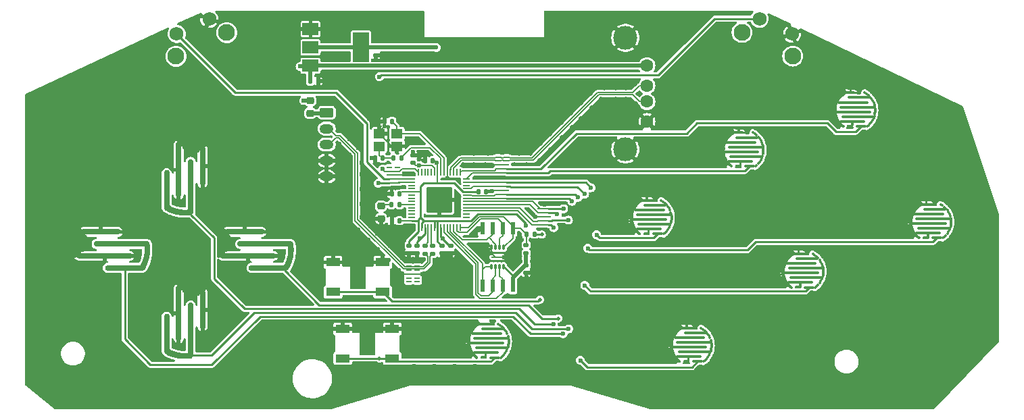
<source format=gbr>
%TF.GenerationSoftware,KiCad,Pcbnew,8.0.0*%
%TF.CreationDate,2024-02-23T16:44:12-07:00*%
%TF.ProjectId,saturn_controller_pcb,73617475-726e-45f6-936f-6e74726f6c6c,4a*%
%TF.SameCoordinates,Original*%
%TF.FileFunction,Copper,L1,Top*%
%TF.FilePolarity,Positive*%
%FSLAX46Y46*%
G04 Gerber Fmt 4.6, Leading zero omitted, Abs format (unit mm)*
G04 Created by KiCad (PCBNEW 8.0.0) date 2024-02-23 16:44:12*
%MOMM*%
%LPD*%
G01*
G04 APERTURE LIST*
G04 Aperture macros list*
%AMRoundRect*
0 Rectangle with rounded corners*
0 $1 Rounding radius*
0 $2 $3 $4 $5 $6 $7 $8 $9 X,Y pos of 4 corners*
0 Add a 4 corners polygon primitive as box body*
4,1,4,$2,$3,$4,$5,$6,$7,$8,$9,$2,$3,0*
0 Add four circle primitives for the rounded corners*
1,1,$1+$1,$2,$3*
1,1,$1+$1,$4,$5*
1,1,$1+$1,$6,$7*
1,1,$1+$1,$8,$9*
0 Add four rect primitives between the rounded corners*
20,1,$1+$1,$2,$3,$4,$5,0*
20,1,$1+$1,$4,$5,$6,$7,0*
20,1,$1+$1,$6,$7,$8,$9,0*
20,1,$1+$1,$8,$9,$2,$3,0*%
%AMHorizOval*
0 Thick line with rounded ends*
0 $1 width*
0 $2 $3 position (X,Y) of the first rounded end (center of the circle)*
0 $4 $5 position (X,Y) of the second rounded end (center of the circle)*
0 Add line between two ends*
20,1,$1,$2,$3,$4,$5,0*
0 Add two circle primitives to create the rounded ends*
1,1,$1,$2,$3*
1,1,$1,$4,$5*%
%AMRotRect*
0 Rectangle, with rotation*
0 The origin of the aperture is its center*
0 $1 length*
0 $2 width*
0 $3 Rotation angle, in degrees counterclockwise*
0 Add horizontal line*
21,1,$1,$2,0,0,$3*%
G04 Aperture macros list end*
%TA.AperFunction,SMDPad,CuDef*%
%ADD10R,2.000000X1.500000*%
%TD*%
%TA.AperFunction,SMDPad,CuDef*%
%ADD11R,2.000000X3.800000*%
%TD*%
%TA.AperFunction,SMDPad,CuDef*%
%ADD12R,1.800000X1.100000*%
%TD*%
%TA.AperFunction,SMDPad,CuDef*%
%ADD13RoundRect,0.140000X0.140000X0.170000X-0.140000X0.170000X-0.140000X-0.170000X0.140000X-0.170000X0*%
%TD*%
%TA.AperFunction,SMDPad,CuDef*%
%ADD14RoundRect,0.140000X-0.170000X0.140000X-0.170000X-0.140000X0.170000X-0.140000X0.170000X0.140000X0*%
%TD*%
%TA.AperFunction,SMDPad,CuDef*%
%ADD15O,0.700000X0.200000*%
%TD*%
%TA.AperFunction,SMDPad,CuDef*%
%ADD16RotRect,0.300000X0.300000X181.239585*%
%TD*%
%TA.AperFunction,SMDPad,CuDef*%
%ADD17RotRect,0.300000X0.300000X174.753270*%
%TD*%
%TA.AperFunction,SMDPad,CuDef*%
%ADD18RotRect,0.300000X0.300000X187.725900*%
%TD*%
%TA.AperFunction,SMDPad,CuDef*%
%ADD19RotRect,0.300000X0.300000X168.266956*%
%TD*%
%TA.AperFunction,SMDPad,CuDef*%
%ADD20RotRect,0.300000X0.300000X194.212214*%
%TD*%
%TA.AperFunction,SMDPad,CuDef*%
%ADD21RotRect,0.300000X0.300000X161.780641*%
%TD*%
%TA.AperFunction,SMDPad,CuDef*%
%ADD22RotRect,0.300000X0.300000X200.698529*%
%TD*%
%TA.AperFunction,SMDPad,CuDef*%
%ADD23RotRect,0.300000X0.300000X155.294326*%
%TD*%
%TA.AperFunction,SMDPad,CuDef*%
%ADD24RotRect,0.300000X0.300000X207.184844*%
%TD*%
%TA.AperFunction,SMDPad,CuDef*%
%ADD25RotRect,0.300000X0.300000X148.808012*%
%TD*%
%TA.AperFunction,SMDPad,CuDef*%
%ADD26RotRect,0.300000X0.300000X213.671158*%
%TD*%
%TA.AperFunction,SMDPad,CuDef*%
%ADD27RotRect,0.300000X0.300000X142.321697*%
%TD*%
%TA.AperFunction,SMDPad,CuDef*%
%ADD28RotRect,0.300000X0.300000X220.157473*%
%TD*%
%TA.AperFunction,SMDPad,CuDef*%
%ADD29RotRect,0.300000X0.300000X135.835382*%
%TD*%
%TA.AperFunction,SMDPad,CuDef*%
%ADD30RotRect,0.300000X0.300000X226.643788*%
%TD*%
%TA.AperFunction,SMDPad,CuDef*%
%ADD31RotRect,0.300000X0.300000X129.349068*%
%TD*%
%TA.AperFunction,SMDPad,CuDef*%
%ADD32RotRect,0.300000X0.300000X233.130102*%
%TD*%
%TA.AperFunction,SMDPad,CuDef*%
%ADD33RotRect,0.300000X0.300000X122.862753*%
%TD*%
%TA.AperFunction,SMDPad,CuDef*%
%ADD34RotRect,0.300000X0.300000X118.357637*%
%TD*%
%TA.AperFunction,SMDPad,CuDef*%
%ADD35O,1.187434X0.300000*%
%TD*%
%TA.AperFunction,SMDPad,CuDef*%
%ADD36O,3.377409X0.300000*%
%TD*%
%TA.AperFunction,SMDPad,CuDef*%
%ADD37O,3.967623X0.300000*%
%TD*%
%TA.AperFunction,SMDPad,CuDef*%
%ADD38O,4.506459X0.300000*%
%TD*%
%TA.AperFunction,SMDPad,CuDef*%
%ADD39O,4.434032X0.300000*%
%TD*%
%TA.AperFunction,SMDPad,CuDef*%
%ADD40O,4.169127X0.300000*%
%TD*%
%TA.AperFunction,SMDPad,CuDef*%
%ADD41O,2.937844X0.300000*%
%TD*%
%TA.AperFunction,SMDPad,CuDef*%
%ADD42O,1.500000X0.300000*%
%TD*%
%TA.AperFunction,SMDPad,CuDef*%
%ADD43RotRect,0.300000X0.300000X61.642363*%
%TD*%
%TA.AperFunction,SMDPad,CuDef*%
%ADD44RotRect,0.300000X0.300000X55.156049*%
%TD*%
%TA.AperFunction,SMDPad,CuDef*%
%ADD45RotRect,0.300000X0.300000X306.869898*%
%TD*%
%TA.AperFunction,SMDPad,CuDef*%
%ADD46RotRect,0.300000X0.300000X48.669734*%
%TD*%
%TA.AperFunction,SMDPad,CuDef*%
%ADD47RotRect,0.300000X0.300000X311.375014*%
%TD*%
%TA.AperFunction,SMDPad,CuDef*%
%ADD48RotRect,0.300000X0.300000X42.183419*%
%TD*%
%TA.AperFunction,SMDPad,CuDef*%
%ADD49RotRect,0.300000X0.300000X317.861329*%
%TD*%
%TA.AperFunction,SMDPad,CuDef*%
%ADD50RotRect,0.300000X0.300000X35.697105*%
%TD*%
%TA.AperFunction,SMDPad,CuDef*%
%ADD51RotRect,0.300000X0.300000X324.347644*%
%TD*%
%TA.AperFunction,SMDPad,CuDef*%
%ADD52RotRect,0.300000X0.300000X29.210790*%
%TD*%
%TA.AperFunction,SMDPad,CuDef*%
%ADD53RotRect,0.300000X0.300000X330.833958*%
%TD*%
%TA.AperFunction,SMDPad,CuDef*%
%ADD54RotRect,0.300000X0.300000X22.724475*%
%TD*%
%TA.AperFunction,SMDPad,CuDef*%
%ADD55RotRect,0.300000X0.300000X337.320273*%
%TD*%
%TA.AperFunction,SMDPad,CuDef*%
%ADD56RotRect,0.300000X0.300000X16.238161*%
%TD*%
%TA.AperFunction,SMDPad,CuDef*%
%ADD57RotRect,0.300000X0.300000X343.806587*%
%TD*%
%TA.AperFunction,SMDPad,CuDef*%
%ADD58RotRect,0.300000X0.300000X9.751846*%
%TD*%
%TA.AperFunction,SMDPad,CuDef*%
%ADD59RotRect,0.300000X0.300000X350.292902*%
%TD*%
%TA.AperFunction,SMDPad,CuDef*%
%ADD60RotRect,0.300000X0.300000X3.265531*%
%TD*%
%TA.AperFunction,SMDPad,CuDef*%
%ADD61RotRect,0.300000X0.300000X356.779217*%
%TD*%
%TA.AperFunction,SMDPad,CuDef*%
%ADD62RoundRect,0.135000X0.135000X0.185000X-0.135000X0.185000X-0.135000X-0.185000X0.135000X-0.185000X0*%
%TD*%
%TA.AperFunction,SMDPad,CuDef*%
%ADD63RoundRect,0.135000X-0.135000X-0.185000X0.135000X-0.185000X0.135000X0.185000X-0.135000X0.185000X0*%
%TD*%
%TA.AperFunction,SMDPad,CuDef*%
%ADD64RoundRect,0.135000X0.185000X-0.135000X0.185000X0.135000X-0.185000X0.135000X-0.185000X-0.135000X0*%
%TD*%
%TA.AperFunction,SMDPad,CuDef*%
%ADD65O,0.750000X0.750000*%
%TD*%
%TA.AperFunction,SMDPad,CuDef*%
%ADD66HorizOval,0.750000X0.000000X0.000000X0.000000X0.000000X0*%
%TD*%
%TA.AperFunction,SMDPad,CuDef*%
%ADD67HorizOval,0.750000X0.000000X0.000000X0.000000X0.000000X0*%
%TD*%
%TA.AperFunction,SMDPad,CuDef*%
%ADD68HorizOval,0.750000X0.000000X0.000000X0.000000X0.000000X0*%
%TD*%
%TA.AperFunction,SMDPad,CuDef*%
%ADD69HorizOval,0.750000X0.000000X0.000000X0.000000X0.000000X0*%
%TD*%
%TA.AperFunction,SMDPad,CuDef*%
%ADD70HorizOval,0.750000X0.000000X0.000000X0.000000X0.000000X0*%
%TD*%
%TA.AperFunction,SMDPad,CuDef*%
%ADD71HorizOval,0.750000X0.000000X0.000000X0.000000X0.000000X0*%
%TD*%
%TA.AperFunction,SMDPad,CuDef*%
%ADD72HorizOval,0.750000X0.000000X0.000000X0.000000X0.000000X0*%
%TD*%
%TA.AperFunction,SMDPad,CuDef*%
%ADD73HorizOval,0.750000X0.000000X0.000000X0.000000X0.000000X0*%
%TD*%
%TA.AperFunction,SMDPad,CuDef*%
%ADD74HorizOval,0.750000X0.000000X0.000000X0.000000X0.000000X0*%
%TD*%
%TA.AperFunction,SMDPad,CuDef*%
%ADD75HorizOval,0.750000X0.000000X0.000000X0.000000X0.000000X0*%
%TD*%
%TA.AperFunction,SMDPad,CuDef*%
%ADD76HorizOval,0.750000X0.000000X0.000000X0.000000X0.000000X0*%
%TD*%
%TA.AperFunction,SMDPad,CuDef*%
%ADD77HorizOval,0.750000X0.000000X0.000000X0.000000X0.000000X0*%
%TD*%
%TA.AperFunction,SMDPad,CuDef*%
%ADD78HorizOval,0.750000X0.000000X0.000000X0.000000X0.000000X0*%
%TD*%
%TA.AperFunction,SMDPad,CuDef*%
%ADD79HorizOval,0.750000X0.000000X0.000000X0.000000X0.000000X0*%
%TD*%
%TA.AperFunction,SMDPad,CuDef*%
%ADD80HorizOval,0.750000X0.000000X0.000000X0.000000X0.000000X0*%
%TD*%
%TA.AperFunction,SMDPad,CuDef*%
%ADD81HorizOval,0.750000X0.000000X0.000000X0.000000X0.000000X0*%
%TD*%
%TA.AperFunction,SMDPad,CuDef*%
%ADD82HorizOval,0.750000X0.000000X0.000000X0.000000X0.000000X0*%
%TD*%
%TA.AperFunction,SMDPad,CuDef*%
%ADD83HorizOval,0.750000X0.000000X0.000000X0.000000X0.000000X0*%
%TD*%
%TA.AperFunction,SMDPad,CuDef*%
%ADD84HorizOval,0.750000X0.000000X0.000000X0.000000X0.000000X0*%
%TD*%
%TA.AperFunction,SMDPad,CuDef*%
%ADD85HorizOval,0.750000X0.000000X0.000000X0.000000X0.000000X0*%
%TD*%
%TA.AperFunction,SMDPad,CuDef*%
%ADD86HorizOval,0.750000X0.000000X0.000000X0.000000X0.000000X0*%
%TD*%
%TA.AperFunction,SMDPad,CuDef*%
%ADD87HorizOval,0.750000X0.000000X0.000000X0.000000X0.000000X0*%
%TD*%
%TA.AperFunction,SMDPad,CuDef*%
%ADD88O,0.750000X5.000000*%
%TD*%
%TA.AperFunction,SMDPad,CuDef*%
%ADD89O,0.750000X7.000000*%
%TD*%
%TA.AperFunction,SMDPad,CuDef*%
%ADD90HorizOval,0.750000X0.000000X0.000000X0.000000X0.000000X0*%
%TD*%
%TA.AperFunction,SMDPad,CuDef*%
%ADD91HorizOval,0.750000X0.000000X0.000000X0.000000X0.000000X0*%
%TD*%
%TA.AperFunction,SMDPad,CuDef*%
%ADD92HorizOval,0.750000X0.000000X0.000000X0.000000X0.000000X0*%
%TD*%
%TA.AperFunction,SMDPad,CuDef*%
%ADD93HorizOval,0.750000X0.000000X0.000000X0.000000X0.000000X0*%
%TD*%
%TA.AperFunction,SMDPad,CuDef*%
%ADD94HorizOval,0.750000X0.000000X0.000000X0.000000X0.000000X0*%
%TD*%
%TA.AperFunction,SMDPad,CuDef*%
%ADD95HorizOval,0.750000X0.000000X0.000000X0.000000X0.000000X0*%
%TD*%
%TA.AperFunction,SMDPad,CuDef*%
%ADD96HorizOval,0.750000X0.000000X0.000000X0.000000X0.000000X0*%
%TD*%
%TA.AperFunction,SMDPad,CuDef*%
%ADD97HorizOval,0.750000X0.000000X0.000000X0.000000X0.000000X0*%
%TD*%
%TA.AperFunction,SMDPad,CuDef*%
%ADD98HorizOval,0.750000X0.000000X0.000000X0.000000X0.000000X0*%
%TD*%
%TA.AperFunction,SMDPad,CuDef*%
%ADD99HorizOval,0.750000X0.000000X0.000000X0.000000X0.000000X0*%
%TD*%
%TA.AperFunction,SMDPad,CuDef*%
%ADD100HorizOval,0.750000X0.000000X0.000000X0.000000X0.000000X0*%
%TD*%
%TA.AperFunction,SMDPad,CuDef*%
%ADD101HorizOval,0.750000X0.000000X0.000000X0.000000X0.000000X0*%
%TD*%
%TA.AperFunction,SMDPad,CuDef*%
%ADD102HorizOval,0.750000X0.000000X0.000000X0.000000X0.000000X0*%
%TD*%
%TA.AperFunction,SMDPad,CuDef*%
%ADD103HorizOval,0.750000X0.000000X0.000000X0.000000X0.000000X0*%
%TD*%
%TA.AperFunction,SMDPad,CuDef*%
%ADD104HorizOval,0.750000X0.000000X0.000000X0.000000X0.000000X0*%
%TD*%
%TA.AperFunction,SMDPad,CuDef*%
%ADD105HorizOval,0.750000X0.000000X0.000000X0.000000X0.000000X0*%
%TD*%
%TA.AperFunction,SMDPad,CuDef*%
%ADD106HorizOval,0.750000X0.000000X0.000000X0.000000X0.000000X0*%
%TD*%
%TA.AperFunction,SMDPad,CuDef*%
%ADD107HorizOval,0.750000X0.000000X0.000000X0.000000X0.000000X0*%
%TD*%
%TA.AperFunction,SMDPad,CuDef*%
%ADD108HorizOval,0.750000X0.000000X0.000000X0.000000X0.000000X0*%
%TD*%
%TA.AperFunction,SMDPad,CuDef*%
%ADD109HorizOval,0.750000X0.000000X0.000000X0.000000X0.000000X0*%
%TD*%
%TA.AperFunction,SMDPad,CuDef*%
%ADD110HorizOval,0.750000X0.000000X0.000000X0.000000X0.000000X0*%
%TD*%
%TA.AperFunction,SMDPad,CuDef*%
%ADD111HorizOval,0.750000X0.000000X0.000000X0.000000X0.000000X0*%
%TD*%
%TA.AperFunction,SMDPad,CuDef*%
%ADD112RoundRect,0.140000X-0.140000X-0.170000X0.140000X-0.170000X0.140000X0.170000X-0.140000X0.170000X0*%
%TD*%
%TA.AperFunction,SMDPad,CuDef*%
%ADD113RoundRect,0.218750X0.256250X-0.218750X0.256250X0.218750X-0.256250X0.218750X-0.256250X-0.218750X0*%
%TD*%
%TA.AperFunction,SMDPad,CuDef*%
%ADD114RoundRect,0.218750X-0.256250X0.218750X-0.256250X-0.218750X0.256250X-0.218750X0.256250X0.218750X0*%
%TD*%
%TA.AperFunction,SMDPad,CuDef*%
%ADD115HorizOval,0.750000X0.000000X0.000000X0.000000X0.000000X0*%
%TD*%
%TA.AperFunction,SMDPad,CuDef*%
%ADD116HorizOval,0.750000X0.000000X0.000000X0.000000X0.000000X0*%
%TD*%
%TA.AperFunction,SMDPad,CuDef*%
%ADD117HorizOval,0.750000X0.000000X0.000000X0.000000X0.000000X0*%
%TD*%
%TA.AperFunction,SMDPad,CuDef*%
%ADD118HorizOval,0.750000X0.000000X0.000000X0.000000X0.000000X0*%
%TD*%
%TA.AperFunction,SMDPad,CuDef*%
%ADD119HorizOval,0.750000X0.000000X0.000000X0.000000X0.000000X0*%
%TD*%
%TA.AperFunction,SMDPad,CuDef*%
%ADD120HorizOval,0.750000X0.000000X0.000000X0.000000X0.000000X0*%
%TD*%
%TA.AperFunction,SMDPad,CuDef*%
%ADD121HorizOval,0.750000X0.000000X0.000000X0.000000X0.000000X0*%
%TD*%
%TA.AperFunction,SMDPad,CuDef*%
%ADD122HorizOval,0.750000X0.000000X0.000000X0.000000X0.000000X0*%
%TD*%
%TA.AperFunction,SMDPad,CuDef*%
%ADD123HorizOval,0.750000X0.000000X0.000000X0.000000X0.000000X0*%
%TD*%
%TA.AperFunction,SMDPad,CuDef*%
%ADD124HorizOval,0.750000X0.000000X0.000000X0.000000X0.000000X0*%
%TD*%
%TA.AperFunction,SMDPad,CuDef*%
%ADD125HorizOval,0.750000X0.000000X0.000000X0.000000X0.000000X0*%
%TD*%
%TA.AperFunction,SMDPad,CuDef*%
%ADD126HorizOval,0.750000X0.000000X0.000000X0.000000X0.000000X0*%
%TD*%
%TA.AperFunction,SMDPad,CuDef*%
%ADD127HorizOval,0.750000X0.000000X0.000000X0.000000X0.000000X0*%
%TD*%
%TA.AperFunction,SMDPad,CuDef*%
%ADD128HorizOval,0.750000X0.000000X0.000000X0.000000X0.000000X0*%
%TD*%
%TA.AperFunction,SMDPad,CuDef*%
%ADD129HorizOval,0.750000X0.000000X0.000000X0.000000X0.000000X0*%
%TD*%
%TA.AperFunction,SMDPad,CuDef*%
%ADD130HorizOval,0.750000X0.000000X0.000000X0.000000X0.000000X0*%
%TD*%
%TA.AperFunction,SMDPad,CuDef*%
%ADD131HorizOval,0.750000X0.000000X0.000000X0.000000X0.000000X0*%
%TD*%
%TA.AperFunction,SMDPad,CuDef*%
%ADD132HorizOval,0.750000X0.000000X0.000000X0.000000X0.000000X0*%
%TD*%
%TA.AperFunction,SMDPad,CuDef*%
%ADD133HorizOval,0.750000X0.000000X0.000000X0.000000X0.000000X0*%
%TD*%
%TA.AperFunction,SMDPad,CuDef*%
%ADD134HorizOval,0.750000X0.000000X0.000000X0.000000X0.000000X0*%
%TD*%
%TA.AperFunction,SMDPad,CuDef*%
%ADD135HorizOval,0.750000X0.000000X0.000000X0.000000X0.000000X0*%
%TD*%
%TA.AperFunction,SMDPad,CuDef*%
%ADD136HorizOval,0.750000X0.000000X0.000000X0.000000X0.000000X0*%
%TD*%
%TA.AperFunction,SMDPad,CuDef*%
%ADD137O,5.000000X0.750000*%
%TD*%
%TA.AperFunction,SMDPad,CuDef*%
%ADD138O,7.000000X0.750000*%
%TD*%
%TA.AperFunction,SMDPad,CuDef*%
%ADD139HorizOval,0.750000X0.000000X0.000000X0.000000X0.000000X0*%
%TD*%
%TA.AperFunction,SMDPad,CuDef*%
%ADD140HorizOval,0.750000X0.000000X0.000000X0.000000X0.000000X0*%
%TD*%
%TA.AperFunction,SMDPad,CuDef*%
%ADD141HorizOval,0.750000X0.000000X0.000000X0.000000X0.000000X0*%
%TD*%
%TA.AperFunction,SMDPad,CuDef*%
%ADD142HorizOval,0.750000X0.000000X0.000000X0.000000X0.000000X0*%
%TD*%
%TA.AperFunction,SMDPad,CuDef*%
%ADD143HorizOval,0.750000X0.000000X0.000000X0.000000X0.000000X0*%
%TD*%
%TA.AperFunction,SMDPad,CuDef*%
%ADD144HorizOval,0.750000X0.000000X0.000000X0.000000X0.000000X0*%
%TD*%
%TA.AperFunction,SMDPad,CuDef*%
%ADD145HorizOval,0.750000X0.000000X0.000000X0.000000X0.000000X0*%
%TD*%
%TA.AperFunction,SMDPad,CuDef*%
%ADD146HorizOval,0.750000X0.000000X0.000000X0.000000X0.000000X0*%
%TD*%
%TA.AperFunction,SMDPad,CuDef*%
%ADD147HorizOval,0.750000X0.000000X0.000000X0.000000X0.000000X0*%
%TD*%
%TA.AperFunction,SMDPad,CuDef*%
%ADD148HorizOval,0.750000X0.000000X0.000000X0.000000X0.000000X0*%
%TD*%
%TA.AperFunction,SMDPad,CuDef*%
%ADD149HorizOval,0.750000X0.000000X0.000000X0.000000X0.000000X0*%
%TD*%
%TA.AperFunction,SMDPad,CuDef*%
%ADD150HorizOval,0.750000X0.000000X0.000000X0.000000X0.000000X0*%
%TD*%
%TA.AperFunction,SMDPad,CuDef*%
%ADD151HorizOval,0.750000X0.000000X0.000000X0.000000X0.000000X0*%
%TD*%
%TA.AperFunction,SMDPad,CuDef*%
%ADD152HorizOval,0.750000X0.000000X0.000000X0.000000X0.000000X0*%
%TD*%
%TA.AperFunction,SMDPad,CuDef*%
%ADD153HorizOval,0.750000X0.000000X0.000000X0.000000X0.000000X0*%
%TD*%
%TA.AperFunction,SMDPad,CuDef*%
%ADD154HorizOval,0.750000X0.000000X0.000000X0.000000X0.000000X0*%
%TD*%
%TA.AperFunction,SMDPad,CuDef*%
%ADD155HorizOval,0.750000X0.000000X0.000000X0.000000X0.000000X0*%
%TD*%
%TA.AperFunction,SMDPad,CuDef*%
%ADD156HorizOval,0.750000X0.000000X0.000000X0.000000X0.000000X0*%
%TD*%
%TA.AperFunction,SMDPad,CuDef*%
%ADD157HorizOval,0.750000X0.000000X0.000000X0.000000X0.000000X0*%
%TD*%
%TA.AperFunction,SMDPad,CuDef*%
%ADD158HorizOval,0.750000X0.000000X0.000000X0.000000X0.000000X0*%
%TD*%
%TA.AperFunction,SMDPad,CuDef*%
%ADD159HorizOval,0.750000X0.000000X0.000000X0.000000X0.000000X0*%
%TD*%
%TA.AperFunction,SMDPad,CuDef*%
%ADD160HorizOval,0.750000X0.000000X0.000000X0.000000X0.000000X0*%
%TD*%
%TA.AperFunction,SMDPad,CuDef*%
%ADD161R,0.580000X1.610000*%
%TD*%
%TA.AperFunction,SMDPad,CuDef*%
%ADD162RoundRect,0.075000X-0.075000X0.225000X-0.075000X-0.225000X0.075000X-0.225000X0.075000X0.225000X0*%
%TD*%
%TA.AperFunction,SMDPad,CuDef*%
%ADD163RoundRect,0.050000X-0.700000X0.050000X-0.700000X-0.050000X0.700000X-0.050000X0.700000X0.050000X0*%
%TD*%
%TA.AperFunction,SMDPad,CuDef*%
%ADD164R,1.400000X1.150000*%
%TD*%
%TA.AperFunction,SMDPad,CuDef*%
%ADD165RoundRect,0.050000X0.387500X0.050000X-0.387500X0.050000X-0.387500X-0.050000X0.387500X-0.050000X0*%
%TD*%
%TA.AperFunction,SMDPad,CuDef*%
%ADD166RoundRect,0.050000X0.050000X0.387500X-0.050000X0.387500X-0.050000X-0.387500X0.050000X-0.387500X0*%
%TD*%
%TA.AperFunction,ComponentPad*%
%ADD167C,0.600000*%
%TD*%
%TA.AperFunction,SMDPad,CuDef*%
%ADD168RoundRect,0.144000X1.456000X1.456000X-1.456000X1.456000X-1.456000X-1.456000X1.456000X-1.456000X0*%
%TD*%
%TA.AperFunction,ComponentPad*%
%ADD169C,1.600000*%
%TD*%
%TA.AperFunction,ComponentPad*%
%ADD170C,3.000000*%
%TD*%
%TA.AperFunction,SMDPad,CuDef*%
%ADD171RoundRect,0.140000X0.170000X-0.140000X0.170000X0.140000X-0.170000X0.140000X-0.170000X-0.140000X0*%
%TD*%
%TA.AperFunction,ComponentPad*%
%ADD172C,2.100000*%
%TD*%
%TA.AperFunction,ComponentPad*%
%ADD173C,1.750000*%
%TD*%
%TA.AperFunction,ComponentPad*%
%ADD174RoundRect,0.250000X-0.625000X0.350000X-0.625000X-0.350000X0.625000X-0.350000X0.625000X0.350000X0*%
%TD*%
%TA.AperFunction,ComponentPad*%
%ADD175O,1.750000X1.200000*%
%TD*%
%TA.AperFunction,ViaPad*%
%ADD176C,0.600000*%
%TD*%
%TA.AperFunction,ViaPad*%
%ADD177C,0.508000*%
%TD*%
%TA.AperFunction,Conductor*%
%ADD178C,0.152400*%
%TD*%
%TA.AperFunction,Conductor*%
%ADD179C,0.250000*%
%TD*%
%TA.AperFunction,Conductor*%
%ADD180C,0.500000*%
%TD*%
G04 APERTURE END LIST*
D10*
%TO.P,U3,1,GND*%
%TO.N,GND*%
X124770000Y-77320000D03*
%TO.P,U3,2,VO*%
%TO.N,+3V3*%
X124770000Y-79620000D03*
D11*
X131070000Y-79620000D03*
D10*
%TO.P,U3,3,VI*%
%TO.N,+5V*%
X124770000Y-81920000D03*
%TD*%
D12*
%TO.P,SW14,1,1*%
%TO.N,GND*%
X127600000Y-106560000D03*
X133800000Y-106560000D03*
%TO.P,SW14,2,2*%
%TO.N,/~{USB_BOOT}*%
X127600000Y-110260000D03*
X133800000Y-110260000D03*
%TD*%
D13*
%TO.P,C11,1*%
%TO.N,+3V3*%
X135895505Y-97987053D03*
%TO.P,C11,2*%
%TO.N,GND*%
X134935505Y-97987053D03*
%TD*%
D14*
%TO.P,C5,1*%
%TO.N,+3V3*%
X151780000Y-106940000D03*
%TO.P,C5,2*%
%TO.N,GND*%
X151780000Y-107900000D03*
%TD*%
D15*
%TO.P,U5,1,IO1*%
%TO.N,/R*%
X135665505Y-96637053D03*
%TO.P,U5,2,IO2*%
%TO.N,/L*%
X135665505Y-96137053D03*
%TO.P,U5,3,GND*%
%TO.N,GND*%
X135665505Y-95637053D03*
%TO.P,U5,4,IO3*%
%TO.N,/START*%
X135665505Y-95137053D03*
%TO.P,U5,5,IO4*%
%TO.N,unconnected-(U5-IO4-Pad5)*%
X135665505Y-94637053D03*
%TO.P,U5,6,N/C*%
%TO.N,unconnected-(U5-N{slash}C-Pad6)*%
X134615505Y-94637053D03*
%TO.P,U5,7,N/C*%
%TO.N,/START*%
X134615505Y-95137053D03*
%TO.P,U5,8,GND*%
%TO.N,GND*%
X134615505Y-95637053D03*
%TO.P,U5,9,N/C*%
%TO.N,/L*%
X134615505Y-96137053D03*
%TO.P,U5,10,N/C*%
%TO.N,/R*%
X134615505Y-96637053D03*
%TD*%
%TO.P,U2,1,IO1*%
%TO.N,/UP*%
X154570000Y-101870000D03*
%TO.P,U2,2,IO2*%
%TO.N,/DOWN*%
X154570000Y-101370000D03*
%TO.P,U2,3,GND*%
%TO.N,GND*%
X154570000Y-100870000D03*
%TO.P,U2,4,IO3*%
%TO.N,/RIGHT*%
X154570000Y-100370000D03*
%TO.P,U2,5,IO4*%
%TO.N,/LEFT*%
X154570000Y-99870000D03*
%TO.P,U2,6,N/C*%
X153520000Y-99870000D03*
%TO.P,U2,7,N/C*%
%TO.N,/RIGHT*%
X153520000Y-100370000D03*
%TO.P,U2,8,GND*%
%TO.N,GND*%
X153520000Y-100870000D03*
%TO.P,U2,9,N/C*%
%TO.N,/DOWN*%
X153520000Y-101370000D03*
%TO.P,U2,10,N/C*%
%TO.N,/UP*%
X153520000Y-101870000D03*
%TD*%
D16*
%TO.P,SW4,1,1*%
%TO.N,GND*%
X144600586Y-116554082D03*
D17*
X144610475Y-116271389D03*
D18*
X144622694Y-116836085D03*
D19*
X144652236Y-115991620D03*
D20*
X144676518Y-117113785D03*
D21*
X144725334Y-115718361D03*
D22*
X144761368Y-117383627D03*
D23*
X144828834Y-115455108D03*
D24*
X144876157Y-117642156D03*
D25*
X144961409Y-115205232D03*
D26*
X145019417Y-117886063D03*
D27*
X145121363Y-114971932D03*
D28*
X145189313Y-118112226D03*
D29*
X145306648Y-114758195D03*
D30*
X145383670Y-118317748D03*
D31*
X145514892Y-114566757D03*
D32*
X145600001Y-118500000D03*
D33*
X145743429Y-114400069D03*
D34*
X145912566Y-114300001D03*
D35*
X146506283Y-114300000D03*
D36*
X146717474Y-117900000D03*
D37*
X146792524Y-115500000D03*
D38*
X146861243Y-116700000D03*
D39*
%TO.P,SW4,2,2*%
%TO.N,/START*%
X147350776Y-116100000D03*
D40*
X147383980Y-117300000D03*
D41*
X147552015Y-114900000D03*
D42*
X147850000Y-118500000D03*
D43*
X148287434Y-114300000D03*
D44*
X148528358Y-114448223D03*
D45*
X148599999Y-118500000D03*
D46*
X148750996Y-114622712D03*
D47*
X148752461Y-118375998D03*
D48*
X148952497Y-114821235D03*
D49*
X148953807Y-118177318D03*
D50*
X149130282Y-115041250D03*
D51*
X149131421Y-117957164D03*
D52*
X149282075Y-115279940D03*
D53*
X149283027Y-117718355D03*
D54*
X149405932Y-115534250D03*
D55*
X149406686Y-117463948D03*
D56*
X149500269Y-115800924D03*
D57*
X149500814Y-117197201D03*
D58*
X149563876Y-116076547D03*
D59*
X149564206Y-116921528D03*
D60*
X149595940Y-116357592D03*
D61*
X149596051Y-116640459D03*
%TD*%
D16*
%TO.P,SW6,1,1*%
%TO.N,GND*%
X165000586Y-101054082D03*
D17*
X165010475Y-100771389D03*
D18*
X165022694Y-101336085D03*
D19*
X165052236Y-100491620D03*
D20*
X165076518Y-101613785D03*
D21*
X165125334Y-100218361D03*
D22*
X165161368Y-101883627D03*
D23*
X165228834Y-99955108D03*
D24*
X165276157Y-102142156D03*
D25*
X165361409Y-99705232D03*
D26*
X165419417Y-102386063D03*
D27*
X165521363Y-99471932D03*
D28*
X165589313Y-102612226D03*
D29*
X165706648Y-99258195D03*
D30*
X165783670Y-102817748D03*
D31*
X165914892Y-99066757D03*
D32*
X166000001Y-103000000D03*
D33*
X166143429Y-98900069D03*
D34*
X166312566Y-98800001D03*
D35*
X166906283Y-98800000D03*
D36*
X167117474Y-102400000D03*
D37*
X167192524Y-100000000D03*
D38*
X167261243Y-101200000D03*
D39*
%TO.P,SW6,2,2*%
%TO.N,/X*%
X167750776Y-100600000D03*
D40*
X167783980Y-101800000D03*
D41*
X167952015Y-99400000D03*
D42*
X168250000Y-103000000D03*
D43*
X168687434Y-98800000D03*
D44*
X168928358Y-98948223D03*
D45*
X168999999Y-103000000D03*
D46*
X169150996Y-99122712D03*
D47*
X169152461Y-102875998D03*
D48*
X169352497Y-99321235D03*
D49*
X169353807Y-102677318D03*
D50*
X169530282Y-99541250D03*
D51*
X169531421Y-102457164D03*
D52*
X169682075Y-99779940D03*
D53*
X169683027Y-102218355D03*
D54*
X169805932Y-100034250D03*
D55*
X169806686Y-101963948D03*
D56*
X169900269Y-100300924D03*
D57*
X169900814Y-101697201D03*
D58*
X169963876Y-100576547D03*
D59*
X169964206Y-101421528D03*
D60*
X169995940Y-100857592D03*
D61*
X169996051Y-101140459D03*
%TD*%
D16*
%TO.P,SW9,1,1*%
%TO.N,GND*%
X200000586Y-101554082D03*
D17*
X200010475Y-101271389D03*
D18*
X200022694Y-101836085D03*
D19*
X200052236Y-100991620D03*
D20*
X200076518Y-102113785D03*
D21*
X200125334Y-100718361D03*
D22*
X200161368Y-102383627D03*
D23*
X200228834Y-100455108D03*
D24*
X200276157Y-102642156D03*
D25*
X200361409Y-100205232D03*
D26*
X200419417Y-102886063D03*
D27*
X200521363Y-99971932D03*
D28*
X200589313Y-103112226D03*
D29*
X200706648Y-99758195D03*
D30*
X200783670Y-103317748D03*
D31*
X200914892Y-99566757D03*
D32*
X201000001Y-103500000D03*
D33*
X201143429Y-99400069D03*
D34*
X201312566Y-99300001D03*
D35*
X201906283Y-99300000D03*
D36*
X202117474Y-102900000D03*
D37*
X202192524Y-100500000D03*
D38*
X202261243Y-101700000D03*
D39*
%TO.P,SW9,2,2*%
%TO.N,/C*%
X202750776Y-101100000D03*
D40*
X202783980Y-102300000D03*
D41*
X202952015Y-99900000D03*
D42*
X203250000Y-103500000D03*
D43*
X203687434Y-99300000D03*
D44*
X203928358Y-99448223D03*
D45*
X203999999Y-103500000D03*
D46*
X204150996Y-99622712D03*
D47*
X204152461Y-103375998D03*
D48*
X204352497Y-99821235D03*
D49*
X204353807Y-103177318D03*
D50*
X204530282Y-100041250D03*
D51*
X204531421Y-102957164D03*
D52*
X204682075Y-100279940D03*
D53*
X204683027Y-102718355D03*
D54*
X204805932Y-100534250D03*
D55*
X204806686Y-102463948D03*
D56*
X204900269Y-100800924D03*
D57*
X204900814Y-102197201D03*
D58*
X204963876Y-101076547D03*
D59*
X204964206Y-101921528D03*
D60*
X204995940Y-101357592D03*
D61*
X204996051Y-101640459D03*
%TD*%
D62*
%TO.P,R5,1*%
%TO.N,/XOUT*%
X136170000Y-93510000D03*
%TO.P,R5,2*%
%TO.N,Net-(C3-Pad2)*%
X135150000Y-93510000D03*
%TD*%
D16*
%TO.P,SW8,1,1*%
%TO.N,GND*%
X190500586Y-87554082D03*
D17*
X190510475Y-87271389D03*
D18*
X190522694Y-87836085D03*
D19*
X190552236Y-86991620D03*
D20*
X190576518Y-88113785D03*
D21*
X190625334Y-86718361D03*
D22*
X190661368Y-88383627D03*
D23*
X190728834Y-86455108D03*
D24*
X190776157Y-88642156D03*
D25*
X190861409Y-86205232D03*
D26*
X190919417Y-88886063D03*
D27*
X191021363Y-85971932D03*
D28*
X191089313Y-89112226D03*
D29*
X191206648Y-85758195D03*
D30*
X191283670Y-89317748D03*
D31*
X191414892Y-85566757D03*
D32*
X191500001Y-89500000D03*
D33*
X191643429Y-85400069D03*
D34*
X191812566Y-85300001D03*
D35*
X192406283Y-85300000D03*
D36*
X192617474Y-88900000D03*
D37*
X192692524Y-86500000D03*
D38*
X192761243Y-87700000D03*
D39*
%TO.P,SW8,2,2*%
%TO.N,/Z*%
X193250776Y-87100000D03*
D40*
X193283980Y-88300000D03*
D41*
X193452015Y-85900000D03*
D42*
X193750000Y-89500000D03*
D43*
X194187434Y-85300000D03*
D44*
X194428358Y-85448223D03*
D45*
X194499999Y-89500000D03*
D46*
X194650996Y-85622712D03*
D47*
X194652461Y-89375998D03*
D48*
X194852497Y-85821235D03*
D49*
X194853807Y-89177318D03*
D50*
X195030282Y-86041250D03*
D51*
X195031421Y-88957164D03*
D52*
X195182075Y-86279940D03*
D53*
X195183027Y-88718355D03*
D54*
X195305932Y-86534250D03*
D55*
X195306686Y-88463948D03*
D56*
X195400269Y-86800924D03*
D57*
X195400814Y-88197201D03*
D58*
X195463876Y-87076547D03*
D59*
X195464206Y-87921528D03*
D60*
X195495940Y-87357592D03*
D61*
X195496051Y-87640459D03*
%TD*%
D63*
%TO.P,R8,1*%
%TO.N,Net-(D2-A)*%
X134915505Y-99327053D03*
%TO.P,R8,2*%
%TO.N,Net-(U4-GPIO25)*%
X135935505Y-99327053D03*
%TD*%
D64*
%TO.P,R7,1*%
%TO.N,/USB_D-*%
X139095505Y-105466548D03*
%TO.P,R7,2*%
%TO.N,/DR_-*%
X139095505Y-104446548D03*
%TD*%
D13*
%TO.P,C9,1*%
%TO.N,+3V3*%
X135905505Y-101337053D03*
%TO.P,C9,2*%
%TO.N,GND*%
X134945505Y-101337053D03*
%TD*%
D65*
%TO.P,SW3,1,1*%
%TO.N,/UP*%
X109000000Y-100320000D03*
D66*
X108864306Y-100317868D03*
D67*
X109135694Y-100317868D03*
D68*
X108728745Y-100311475D03*
D69*
X109271255Y-100311475D03*
D70*
X108593452Y-100300828D03*
D71*
X109406548Y-100300828D03*
D72*
X108458560Y-100285936D03*
D73*
X109541440Y-100285936D03*
D74*
X108324203Y-100266814D03*
D75*
X109675797Y-100266814D03*
D76*
X108190513Y-100243481D03*
D77*
X108057621Y-100215960D03*
D78*
X107925660Y-100184279D03*
D79*
X107794758Y-100148469D03*
D80*
X107665047Y-100108564D03*
D81*
X107536652Y-100064605D03*
D82*
X107409702Y-100016634D03*
D83*
X107284321Y-99964700D03*
D84*
X107160633Y-99908853D03*
D85*
X107038761Y-99849148D03*
D86*
X106918824Y-99785645D03*
D87*
X106800941Y-99718406D03*
D88*
X106750000Y-97500000D03*
D89*
X109750000Y-97100000D03*
%TO.P,SW3,2,2*%
%TO.N,GND*%
X108250000Y-94960000D03*
D88*
X111250000Y-94500000D03*
D90*
X111199059Y-92281594D03*
D91*
X111081176Y-92214355D03*
D92*
X110961239Y-92150852D03*
D93*
X110839367Y-92091147D03*
D94*
X110715679Y-92035300D03*
D95*
X110590298Y-91983366D03*
D96*
X110463348Y-91935395D03*
D97*
X110334953Y-91891436D03*
D98*
X110205242Y-91851531D03*
D99*
X110074340Y-91815721D03*
D100*
X109942379Y-91784040D03*
D101*
X109809487Y-91756519D03*
D102*
X108324203Y-91733186D03*
D103*
X109675797Y-91733186D03*
D104*
X108458560Y-91714064D03*
D105*
X109541440Y-91714064D03*
D106*
X108593452Y-91699172D03*
D107*
X109406548Y-91699172D03*
D108*
X108728745Y-91688525D03*
D109*
X109271255Y-91688525D03*
D110*
X108864306Y-91682132D03*
D111*
X109135694Y-91682132D03*
D65*
X109000000Y-91680000D03*
%TD*%
D112*
%TO.P,C12,1*%
%TO.N,+3V3*%
X145805505Y-97717053D03*
%TO.P,C12,2*%
%TO.N,GND*%
X146765505Y-97717053D03*
%TD*%
D14*
%TO.P,C2,1*%
%TO.N,+3V3*%
X132940000Y-79630000D03*
%TO.P,C2,2*%
%TO.N,GND*%
X132940000Y-80590000D03*
%TD*%
%TO.P,C13,1*%
%TO.N,+3V3*%
X141205505Y-104467053D03*
%TO.P,C13,2*%
%TO.N,GND*%
X141205505Y-105427053D03*
%TD*%
D15*
%TO.P,U6,1,IO1*%
%TO.N,/USB_D-*%
X137085000Y-107010000D03*
%TO.P,U6,2,IO2*%
%TO.N,/USB_D+*%
X137085000Y-107510000D03*
%TO.P,U6,3,GND*%
%TO.N,GND*%
X137085000Y-108010000D03*
%TO.P,U6,4,IO3*%
%TO.N,unconnected-(U6-IO3-Pad4)*%
X137085000Y-108510000D03*
%TO.P,U6,5,IO4*%
%TO.N,unconnected-(U6-IO4-Pad5)*%
X137085000Y-109010000D03*
%TO.P,U6,6,N/C*%
%TO.N,unconnected-(U6-N{slash}C-Pad6)*%
X138135000Y-109010000D03*
%TO.P,U6,7,N/C*%
%TO.N,unconnected-(U6-N{slash}C-Pad7)*%
X138135000Y-108510000D03*
%TO.P,U6,8,GND*%
%TO.N,GND*%
X138135000Y-108010000D03*
%TO.P,U6,9,N/C*%
%TO.N,/USB_D+*%
X138135000Y-107510000D03*
%TO.P,U6,10,N/C*%
%TO.N,/USB_D-*%
X138135000Y-107010000D03*
%TD*%
D64*
%TO.P,R4,1*%
%TO.N,+3V3*%
X151780000Y-105390000D03*
%TO.P,R4,2*%
%TO.N,/QSPI_SS*%
X151780000Y-104370000D03*
%TD*%
D16*
%TO.P,SW11,1,1*%
%TO.N,GND*%
X184000586Y-107754082D03*
D17*
X184010475Y-107471389D03*
D18*
X184022694Y-108036085D03*
D19*
X184052236Y-107191620D03*
D20*
X184076518Y-108313785D03*
D21*
X184125334Y-106918361D03*
D22*
X184161368Y-108583627D03*
D23*
X184228834Y-106655108D03*
D24*
X184276157Y-108842156D03*
D25*
X184361409Y-106405232D03*
D26*
X184419417Y-109086063D03*
D27*
X184521363Y-106171932D03*
D28*
X184589313Y-109312226D03*
D29*
X184706648Y-105958195D03*
D30*
X184783670Y-109517748D03*
D31*
X184914892Y-105766757D03*
D32*
X185000001Y-109700000D03*
D33*
X185143429Y-105600069D03*
D34*
X185312566Y-105500001D03*
D35*
X185906283Y-105500000D03*
D36*
X186117474Y-109100000D03*
D37*
X186192524Y-106700000D03*
D38*
X186261243Y-107900000D03*
D39*
%TO.P,SW11,2,2*%
%TO.N,/B*%
X186750776Y-107300000D03*
D40*
X186783980Y-108500000D03*
D41*
X186952015Y-106100000D03*
D42*
X187250000Y-109700000D03*
D43*
X187687434Y-105500000D03*
D44*
X187928358Y-105648223D03*
D45*
X187999999Y-109700000D03*
D46*
X188150996Y-105822712D03*
D47*
X188152461Y-109575998D03*
D48*
X188352497Y-106021235D03*
D49*
X188353807Y-109377318D03*
D50*
X188530282Y-106241250D03*
D51*
X188531421Y-109157164D03*
D52*
X188682075Y-106479940D03*
D53*
X188683027Y-108918355D03*
D54*
X188805932Y-106734250D03*
D55*
X188806686Y-108663948D03*
D56*
X188900269Y-107000924D03*
D57*
X188900814Y-108397201D03*
D58*
X188963876Y-107276547D03*
D59*
X188964206Y-108121528D03*
D60*
X188995940Y-107557592D03*
D61*
X188996051Y-107840459D03*
%TD*%
D15*
%TO.P,U1,1,IO1*%
%TO.N,/A*%
X149310505Y-98557053D03*
%TO.P,U1,2,IO2*%
%TO.N,/B*%
X149310505Y-98057053D03*
%TO.P,U1,3,GND*%
%TO.N,GND*%
X149310505Y-97557053D03*
%TO.P,U1,4,IO3*%
%TO.N,/C*%
X149310505Y-97057053D03*
%TO.P,U1,5,IO4*%
%TO.N,/X*%
X149310505Y-96557053D03*
%TO.P,U1,6,N/C*%
X148260505Y-96557053D03*
%TO.P,U1,7,N/C*%
%TO.N,/C*%
X148260505Y-97057053D03*
%TO.P,U1,8,GND*%
%TO.N,GND*%
X148260505Y-97557053D03*
%TO.P,U1,9,N/C*%
%TO.N,/B*%
X148260505Y-98057053D03*
%TO.P,U1,10,N/C*%
%TO.N,/A*%
X148260505Y-98557053D03*
%TD*%
D64*
%TO.P,R6,1*%
%TO.N,/USB_D+*%
X140095505Y-105466548D03*
%TO.P,R6,2*%
%TO.N,/DR_+*%
X140095505Y-104446548D03*
%TD*%
D14*
%TO.P,C10,1*%
%TO.N,+3V3*%
X137125505Y-104447053D03*
%TO.P,C10,2*%
%TO.N,GND*%
X137125505Y-105407053D03*
%TD*%
D113*
%TO.P,D2,1,K*%
%TO.N,GND*%
X133587288Y-101082053D03*
%TO.P,D2,2,A*%
%TO.N,Net-(D2-A)*%
X133587288Y-99507053D03*
%TD*%
D65*
%TO.P,SW2,1,1*%
%TO.N,/DOWN*%
X109000000Y-118320000D03*
D66*
X108864306Y-118317868D03*
D67*
X109135694Y-118317868D03*
D68*
X108728745Y-118311475D03*
D69*
X109271255Y-118311475D03*
D70*
X108593452Y-118300828D03*
D71*
X109406548Y-118300828D03*
D72*
X108458560Y-118285936D03*
D73*
X109541440Y-118285936D03*
D74*
X108324203Y-118266814D03*
D75*
X109675797Y-118266814D03*
D76*
X108190513Y-118243481D03*
D77*
X108057621Y-118215960D03*
D78*
X107925660Y-118184279D03*
D79*
X107794758Y-118148469D03*
D80*
X107665047Y-118108564D03*
D81*
X107536652Y-118064605D03*
D82*
X107409702Y-118016634D03*
D83*
X107284321Y-117964700D03*
D84*
X107160633Y-117908853D03*
D85*
X107038761Y-117849148D03*
D86*
X106918824Y-117785645D03*
D87*
X106800941Y-117718406D03*
D88*
X106750000Y-115500000D03*
D89*
X109750000Y-115100000D03*
%TO.P,SW2,2,2*%
%TO.N,GND*%
X108250000Y-112960000D03*
D88*
X111250000Y-112500000D03*
D90*
X111199059Y-110281594D03*
D91*
X111081176Y-110214355D03*
D92*
X110961239Y-110150852D03*
D93*
X110839367Y-110091147D03*
D94*
X110715679Y-110035300D03*
D95*
X110590298Y-109983366D03*
D96*
X110463348Y-109935395D03*
D97*
X110334953Y-109891436D03*
D98*
X110205242Y-109851531D03*
D99*
X110074340Y-109815721D03*
D100*
X109942379Y-109784040D03*
D101*
X109809487Y-109756519D03*
D102*
X108324203Y-109733186D03*
D103*
X109675797Y-109733186D03*
D104*
X108458560Y-109714064D03*
D105*
X109541440Y-109714064D03*
D106*
X108593452Y-109699172D03*
D107*
X109406548Y-109699172D03*
D108*
X108728745Y-109688525D03*
D109*
X109271255Y-109688525D03*
D110*
X108864306Y-109682132D03*
D111*
X109135694Y-109682132D03*
D65*
X109000000Y-109680000D03*
%TD*%
D114*
%TO.P,D1,1,K*%
%TO.N,+5V*%
X124730000Y-86274938D03*
%TO.P,D1,2,A*%
%TO.N,/VBUS*%
X124730000Y-87849938D03*
%TD*%
D65*
%TO.P,SW1,1,1*%
%TO.N,/LEFT*%
X104320000Y-105000000D03*
D115*
X104317868Y-105135694D03*
D116*
X104317868Y-104864306D03*
D117*
X104311475Y-105271255D03*
D118*
X104311475Y-104728745D03*
D119*
X104300828Y-105406548D03*
D120*
X104300828Y-104593452D03*
D121*
X104285936Y-105541440D03*
D122*
X104285936Y-104458560D03*
D123*
X104266814Y-105675797D03*
D124*
X104266814Y-104324203D03*
D125*
X104243481Y-105809487D03*
D126*
X104215960Y-105942379D03*
D127*
X104184279Y-106074340D03*
D128*
X104148469Y-106205242D03*
D129*
X104108564Y-106334953D03*
D130*
X104064605Y-106463348D03*
D131*
X104016634Y-106590298D03*
D132*
X103964700Y-106715679D03*
D133*
X103908853Y-106839367D03*
D134*
X103849148Y-106961239D03*
D135*
X103785645Y-107081176D03*
D136*
X103718406Y-107199059D03*
D137*
X101500000Y-107250000D03*
D138*
X101100000Y-104250000D03*
%TO.P,SW1,2,2*%
%TO.N,GND*%
X98960000Y-105750000D03*
D137*
X98500000Y-102750000D03*
D139*
X96281594Y-102800941D03*
D140*
X96214355Y-102918824D03*
D141*
X96150852Y-103038761D03*
D142*
X96091147Y-103160633D03*
D143*
X96035300Y-103284321D03*
D144*
X95983366Y-103409702D03*
D145*
X95935395Y-103536652D03*
D146*
X95891436Y-103665047D03*
D147*
X95851531Y-103794758D03*
D148*
X95815721Y-103925660D03*
D149*
X95784040Y-104057621D03*
D150*
X95756519Y-104190513D03*
D151*
X95733186Y-105675797D03*
D152*
X95733186Y-104324203D03*
D153*
X95714064Y-105541440D03*
D154*
X95714064Y-104458560D03*
D155*
X95699172Y-105406548D03*
D156*
X95699172Y-104593452D03*
D157*
X95688525Y-105271255D03*
D158*
X95688525Y-104728745D03*
D159*
X95682132Y-105135694D03*
D160*
X95682132Y-104864306D03*
D65*
X95680000Y-105000000D03*
%TD*%
D112*
%TO.P,C3,1*%
%TO.N,GND*%
X132840000Y-93510000D03*
%TO.P,C3,2*%
%TO.N,Net-(C3-Pad2)*%
X133800000Y-93510000D03*
%TD*%
D16*
%TO.P,SW7,1,1*%
%TO.N,GND*%
X170000586Y-117054082D03*
D17*
X170010475Y-116771389D03*
D18*
X170022694Y-117336085D03*
D19*
X170052236Y-116491620D03*
D20*
X170076518Y-117613785D03*
D21*
X170125334Y-116218361D03*
D22*
X170161368Y-117883627D03*
D23*
X170228834Y-115955108D03*
D24*
X170276157Y-118142156D03*
D25*
X170361409Y-115705232D03*
D26*
X170419417Y-118386063D03*
D27*
X170521363Y-115471932D03*
D28*
X170589313Y-118612226D03*
D29*
X170706648Y-115258195D03*
D30*
X170783670Y-118817748D03*
D31*
X170914892Y-115066757D03*
D32*
X171000001Y-119000000D03*
D33*
X171143429Y-114900069D03*
D34*
X171312566Y-114800001D03*
D35*
X171906283Y-114800000D03*
D36*
X172117474Y-118400000D03*
D37*
X172192524Y-116000000D03*
D38*
X172261243Y-117200000D03*
D39*
%TO.P,SW7,2,2*%
%TO.N,/A*%
X172750776Y-116600000D03*
D40*
X172783980Y-117800000D03*
D41*
X172952015Y-115400000D03*
D42*
X173250000Y-119000000D03*
D43*
X173687434Y-114800000D03*
D44*
X173928358Y-114948223D03*
D45*
X173999999Y-119000000D03*
D46*
X174150996Y-115122712D03*
D47*
X174152461Y-118875998D03*
D48*
X174352497Y-115321235D03*
D49*
X174353807Y-118677318D03*
D50*
X174530282Y-115541250D03*
D51*
X174531421Y-118457164D03*
D52*
X174682075Y-115779940D03*
D53*
X174683027Y-118218355D03*
D54*
X174805932Y-116034250D03*
D55*
X174806686Y-117963948D03*
D56*
X174900269Y-116300924D03*
D57*
X174900814Y-117697201D03*
D58*
X174963876Y-116576547D03*
D59*
X174964206Y-117421528D03*
D60*
X174995940Y-116857592D03*
D61*
X174996051Y-117140459D03*
%TD*%
D161*
%TO.P,FLASH1,1,~{CS}*%
%TO.N,/QSPI_SS*%
X150105000Y-102285000D03*
D162*
X148950000Y-104690000D03*
D161*
%TO.P,FLASH1,2,DO(IO1)*%
%TO.N,/QSPI_SD1*%
X148835000Y-102285000D03*
D162*
X148450000Y-104690000D03*
D161*
%TO.P,FLASH1,3,IO2*%
%TO.N,/QSPI_SD2*%
X147565000Y-102285000D03*
D162*
X147950000Y-104690000D03*
D161*
%TO.P,FLASH1,4,GND*%
%TO.N,GND*%
X146295000Y-102285000D03*
D162*
X147450000Y-104690000D03*
D163*
X148200000Y-105890000D03*
D162*
%TO.P,FLASH1,5,DI(IO0)*%
%TO.N,/QSPI_SD0*%
X147450000Y-107090000D03*
D161*
X146295000Y-109495000D03*
D162*
%TO.P,FLASH1,6,CLK*%
%TO.N,/QSPI_SCLK*%
X147950000Y-107090000D03*
D161*
X147565000Y-109495000D03*
D162*
%TO.P,FLASH1,7,IO3*%
%TO.N,/QSPI_SD3*%
X148450000Y-107090000D03*
D161*
X148835000Y-109495000D03*
D162*
%TO.P,FLASH1,8,VCC*%
%TO.N,+3V3*%
X148950000Y-107090000D03*
D161*
X150105000Y-109495000D03*
%TD*%
D164*
%TO.P,Y1,1,1*%
%TO.N,Net-(C3-Pad2)*%
X133400000Y-92000000D03*
%TO.P,Y1,2,2*%
%TO.N,GND*%
X135600000Y-92000000D03*
%TO.P,Y1,3,3*%
%TO.N,/XIN*%
X135600000Y-90400000D03*
%TO.P,Y1,4,4*%
%TO.N,GND*%
X133400000Y-90400000D03*
%TD*%
D13*
%TO.P,C14,1*%
%TO.N,+3V3*%
X140080000Y-93800000D03*
%TO.P,C14,2*%
%TO.N,GND*%
X139120000Y-93800000D03*
%TD*%
D112*
%TO.P,C4,1*%
%TO.N,GND*%
X134020000Y-88900000D03*
%TO.P,C4,2*%
%TO.N,/XIN*%
X134980000Y-88900000D03*
%TD*%
D12*
%TO.P,SW13,1,1*%
%TO.N,/START*%
X135000000Y-118600000D03*
X128800000Y-118600000D03*
%TO.P,SW13,2,2*%
%TO.N,GND*%
X135000000Y-114900000D03*
X128800000Y-114900000D03*
%TD*%
D65*
%TO.P,SW0,1,1*%
%TO.N,/RIGHT*%
X122320000Y-105000000D03*
D115*
X122317868Y-105135694D03*
D116*
X122317868Y-104864306D03*
D117*
X122311475Y-105271255D03*
D118*
X122311475Y-104728745D03*
D119*
X122300828Y-105406548D03*
D120*
X122300828Y-104593452D03*
D121*
X122285936Y-105541440D03*
D122*
X122285936Y-104458560D03*
D123*
X122266814Y-105675797D03*
D124*
X122266814Y-104324203D03*
D125*
X122243481Y-105809487D03*
D126*
X122215960Y-105942379D03*
D127*
X122184279Y-106074340D03*
D128*
X122148469Y-106205242D03*
D129*
X122108564Y-106334953D03*
D130*
X122064605Y-106463348D03*
D131*
X122016634Y-106590298D03*
D132*
X121964700Y-106715679D03*
D133*
X121908853Y-106839367D03*
D134*
X121849148Y-106961239D03*
D135*
X121785645Y-107081176D03*
D136*
X121718406Y-107199059D03*
D137*
X119500000Y-107250000D03*
D138*
X119100000Y-104250000D03*
%TO.P,SW0,2,2*%
%TO.N,GND*%
X116960000Y-105750000D03*
D137*
X116500000Y-102750000D03*
D139*
X114281594Y-102800941D03*
D140*
X114214355Y-102918824D03*
D141*
X114150852Y-103038761D03*
D142*
X114091147Y-103160633D03*
D143*
X114035300Y-103284321D03*
D144*
X113983366Y-103409702D03*
D145*
X113935395Y-103536652D03*
D146*
X113891436Y-103665047D03*
D147*
X113851531Y-103794758D03*
D148*
X113815721Y-103925660D03*
D149*
X113784040Y-104057621D03*
D150*
X113756519Y-104190513D03*
D151*
X113733186Y-105675797D03*
D152*
X113733186Y-104324203D03*
D153*
X113714064Y-105541440D03*
D154*
X113714064Y-104458560D03*
D155*
X113699172Y-105406548D03*
D156*
X113699172Y-104593452D03*
D157*
X113688525Y-105271255D03*
D158*
X113688525Y-104728745D03*
D159*
X113682132Y-105135694D03*
D160*
X113682132Y-104864306D03*
D65*
X113680000Y-105000000D03*
%TD*%
D165*
%TO.P,U4,1,IOVDD*%
%TO.N,+3V3*%
X144328005Y-101321548D03*
%TO.P,U4,2,GPIO0*%
%TO.N,/SDA*%
X144328005Y-100921548D03*
%TO.P,U4,3,GPIO1*%
%TO.N,/SCL*%
X144328005Y-100521548D03*
%TO.P,U4,4,GPIO2*%
%TO.N,/UP*%
X144328005Y-100121548D03*
%TO.P,U4,5,GPIO3*%
%TO.N,/DOWN*%
X144328005Y-99721548D03*
%TO.P,U4,6,GPIO4*%
%TO.N,/RIGHT*%
X144328005Y-99321548D03*
%TO.P,U4,7,GPIO5*%
%TO.N,/LEFT*%
X144328005Y-98921548D03*
%TO.P,U4,8,GPIO6*%
%TO.N,/A*%
X144328005Y-98521548D03*
%TO.P,U4,9,GPIO7*%
%TO.N,/B*%
X144328005Y-98121548D03*
%TO.P,U4,10,IOVDD*%
%TO.N,+3V3*%
X144328005Y-97721548D03*
%TO.P,U4,11,GPIO8*%
%TO.N,/C*%
X144328005Y-97321548D03*
%TO.P,U4,12,GPIO9*%
%TO.N,/4K*%
X144328005Y-96921548D03*
%TO.P,U4,13,GPIO10*%
%TO.N,/X*%
X144328005Y-96521548D03*
%TO.P,U4,14,GPIO11*%
%TO.N,/Y*%
X144328005Y-96121548D03*
D166*
%TO.P,U4,15,GPIO12*%
%TO.N,/Z*%
X143490505Y-95284048D03*
%TO.P,U4,16,GPIO13*%
%TO.N,/4P*%
X143090505Y-95284048D03*
%TO.P,U4,17,GPIO14*%
%TO.N,/DONGLE_D+*%
X142690505Y-95284048D03*
%TO.P,U4,18,GPIO15*%
%TO.N,/DONGLE_D-*%
X142290505Y-95284048D03*
%TO.P,U4,19,TESTEN*%
%TO.N,GND*%
X141890505Y-95284048D03*
%TO.P,U4,20,XIN*%
%TO.N,/XIN*%
X141490505Y-95284048D03*
%TO.P,U4,21,XOUT*%
%TO.N,/XOUT*%
X141090505Y-95284048D03*
%TO.P,U4,22,IOVDD*%
%TO.N,+3V3*%
X140690505Y-95284048D03*
%TO.P,U4,23,DVDD*%
%TO.N,+1V1*%
X140290505Y-95284048D03*
%TO.P,U4,24,SWCLK*%
%TO.N,/SWCLK*%
X139890505Y-95284048D03*
%TO.P,U4,25,SWD*%
%TO.N,/SWDIO*%
X139490505Y-95284048D03*
%TO.P,U4,26,RUN*%
%TO.N,/RUN*%
X139090505Y-95284048D03*
%TO.P,U4,27,GPIO16*%
%TO.N,/TURBO*%
X138690505Y-95284048D03*
%TO.P,U4,28,GPIO17*%
%TO.N,/START*%
X138290505Y-95284048D03*
D165*
%TO.P,U4,29,GPIO18*%
%TO.N,/L*%
X137453005Y-96121548D03*
%TO.P,U4,30,GPIO19*%
%TO.N,/R*%
X137453005Y-96521548D03*
%TO.P,U4,31,GPIO20*%
%TO.N,/HOME*%
X137453005Y-96921548D03*
%TO.P,U4,32,GPIO21*%
%TO.N,/TP*%
X137453005Y-97321548D03*
%TO.P,U4,33,IOVDD*%
%TO.N,+3V3*%
X137453005Y-97721548D03*
%TO.P,U4,34,GPIO22*%
%TO.N,/GPIO22_3V3*%
X137453005Y-98121548D03*
%TO.P,U4,35,GPIO23*%
%TO.N,/GPIO23_3V3*%
X137453005Y-98521548D03*
%TO.P,U4,36,GPIO24*%
%TO.N,/GPIO24*%
X137453005Y-98921548D03*
%TO.P,U4,37,GPIO25*%
%TO.N,Net-(U4-GPIO25)*%
X137453005Y-99321548D03*
%TO.P,U4,38,GPIO26_ADC0*%
%TO.N,/RS_TOGGLE*%
X137453005Y-99721548D03*
%TO.P,U4,39,GPIO27_ADC1*%
%TO.N,/LS_TOGGLE*%
X137453005Y-100121548D03*
%TO.P,U4,40,GPIO28_ADC2*%
%TO.N,/RGB*%
X137453005Y-100521548D03*
%TO.P,U4,41,GPIO29_ADC3*%
%TO.N,/GPIO29_ADC3*%
X137453005Y-100921548D03*
%TO.P,U4,42,IOVDD*%
%TO.N,+3V3*%
X137453005Y-101321548D03*
D166*
%TO.P,U4,43,ADC_AVDD*%
X138290505Y-102159048D03*
%TO.P,U4,44,VREG_IN*%
X138690505Y-102159048D03*
%TO.P,U4,45,VREG_VOUT*%
%TO.N,+1V1*%
X139090505Y-102159048D03*
%TO.P,U4,46,USB_DM*%
%TO.N,/DR_-*%
X139490505Y-102159048D03*
%TO.P,U4,47,USB_DP*%
%TO.N,/DR_+*%
X139890505Y-102159048D03*
%TO.P,U4,48,USB_VDD*%
%TO.N,+3V3*%
X140290505Y-102159048D03*
%TO.P,U4,49,IOVDD*%
X140690505Y-102159048D03*
%TO.P,U4,50,DVDD*%
%TO.N,+1V1*%
X141090505Y-102159048D03*
%TO.P,U4,51,QSPI_SD3*%
%TO.N,/QSPI_SD3*%
X141490505Y-102159048D03*
%TO.P,U4,52,QSPI_SCLK*%
%TO.N,/QSPI_SCLK*%
X141890505Y-102159048D03*
%TO.P,U4,53,QSPI_SD0*%
%TO.N,/QSPI_SD0*%
X142290505Y-102159048D03*
%TO.P,U4,54,QSPI_SD2*%
%TO.N,/QSPI_SD2*%
X142690505Y-102159048D03*
%TO.P,U4,55,QSPI_SD1*%
%TO.N,/QSPI_SD1*%
X143090505Y-102159048D03*
%TO.P,U4,56,QSPI_SS*%
%TO.N,/QSPI_SS*%
X143490505Y-102159048D03*
D167*
%TO.P,U4,57,GND*%
%TO.N,GND*%
X142165505Y-99996548D03*
X142165505Y-98721548D03*
X142165505Y-97446548D03*
X140890505Y-99996548D03*
X140890505Y-98721548D03*
D168*
X140890505Y-98721548D03*
D167*
X140890505Y-97446548D03*
X139615505Y-99996548D03*
X139615505Y-98721548D03*
X139615505Y-97446548D03*
%TD*%
D14*
%TO.P,C8,1*%
%TO.N,+1V1*%
X138105505Y-104477053D03*
%TO.P,C8,2*%
%TO.N,GND*%
X138105505Y-105437053D03*
%TD*%
D169*
%TO.P,J2,1,VBUS*%
%TO.N,+5V*%
X166910000Y-81900000D03*
%TO.P,J2,2,D-*%
%TO.N,/DONGLE_D-*%
X166910000Y-84400000D03*
%TO.P,J2,3,D+*%
%TO.N,/DONGLE_D+*%
X166910000Y-86400000D03*
%TO.P,J2,4,GND*%
%TO.N,GND*%
X166910000Y-88900000D03*
D170*
%TO.P,J2,5,Shield*%
X164200000Y-78400000D03*
X164200000Y-92400000D03*
%TD*%
D112*
%TO.P,C1,1*%
%TO.N,+5V*%
X124760000Y-83840000D03*
%TO.P,C1,2*%
%TO.N,GND*%
X125720000Y-83840000D03*
%TD*%
D15*
%TO.P,U7,1,IO1*%
%TO.N,/Y*%
X149310505Y-95357053D03*
%TO.P,U7,2,IO2*%
%TO.N,/Z*%
X149310505Y-94857053D03*
%TO.P,U7,3,GND*%
%TO.N,GND*%
X149310505Y-94357053D03*
%TO.P,U7,4,IO3*%
%TO.N,/DONGLE_D+*%
X149310505Y-93857053D03*
%TO.P,U7,5,IO4*%
%TO.N,/DONGLE_D-*%
X149310505Y-93357053D03*
%TO.P,U7,6,N/C*%
X148260505Y-93357053D03*
%TO.P,U7,7,N/C*%
%TO.N,/DONGLE_D+*%
X148260505Y-93857053D03*
%TO.P,U7,8,GND*%
%TO.N,GND*%
X148260505Y-94357053D03*
%TO.P,U7,9,N/C*%
%TO.N,/Z*%
X148260505Y-94857053D03*
%TO.P,U7,10,N/C*%
%TO.N,/Y*%
X148260505Y-95357053D03*
%TD*%
D63*
%TO.P,R3,1*%
%TO.N,/QSPI_SS*%
X151790000Y-103020000D03*
%TO.P,R3,2*%
%TO.N,/~{USB_BOOT}*%
X152810000Y-103020000D03*
%TD*%
D14*
%TO.P,C7,1*%
%TO.N,+1V1*%
X142315505Y-104477053D03*
%TO.P,C7,2*%
%TO.N,GND*%
X142315505Y-105437053D03*
%TD*%
D16*
%TO.P,SW10,1,1*%
%TO.N,GND*%
X176500586Y-92554082D03*
D17*
X176510475Y-92271389D03*
D18*
X176522694Y-92836085D03*
D19*
X176552236Y-91991620D03*
D20*
X176576518Y-93113785D03*
D21*
X176625334Y-91718361D03*
D22*
X176661368Y-93383627D03*
D23*
X176728834Y-91455108D03*
D24*
X176776157Y-93642156D03*
D25*
X176861409Y-91205232D03*
D26*
X176919417Y-93886063D03*
D27*
X177021363Y-90971932D03*
D28*
X177089313Y-94112226D03*
D29*
X177206648Y-90758195D03*
D30*
X177283670Y-94317748D03*
D31*
X177414892Y-90566757D03*
D32*
X177500001Y-94500000D03*
D33*
X177643429Y-90400069D03*
D34*
X177812566Y-90300001D03*
D35*
X178406283Y-90300000D03*
D36*
X178617474Y-93900000D03*
D37*
X178692524Y-91500000D03*
D38*
X178761243Y-92700000D03*
D39*
%TO.P,SW10,2,2*%
%TO.N,/Y*%
X179250776Y-92100000D03*
D40*
X179283980Y-93300000D03*
D41*
X179452015Y-90900000D03*
D42*
X179750000Y-94500000D03*
D43*
X180187434Y-90300000D03*
D44*
X180428358Y-90448223D03*
D45*
X180499999Y-94500000D03*
D46*
X180650996Y-90622712D03*
D47*
X180652461Y-94375998D03*
D48*
X180852497Y-90821235D03*
D49*
X180853807Y-94177318D03*
D50*
X181030282Y-91041250D03*
D51*
X181031421Y-93957164D03*
D52*
X181182075Y-91279940D03*
D53*
X181183027Y-93718355D03*
D54*
X181305932Y-91534250D03*
D55*
X181306686Y-93463948D03*
D56*
X181400269Y-91800924D03*
D57*
X181400814Y-93197201D03*
D58*
X181463876Y-92076547D03*
D59*
X181464206Y-92921528D03*
D60*
X181495940Y-92357592D03*
D61*
X181496051Y-92640459D03*
%TD*%
D171*
%TO.P,C6,1*%
%TO.N,+1V1*%
X137600000Y-94080000D03*
%TO.P,C6,2*%
%TO.N,GND*%
X137600000Y-93120000D03*
%TD*%
D172*
%TO.P,SW12,*%
%TO.N,*%
X185171075Y-80698859D03*
X178817858Y-77736305D03*
D173*
%TO.P,SW12,1,1*%
%TO.N,GND*%
X185090510Y-77913880D03*
%TO.P,SW12,2,2*%
%TO.N,/R*%
X181012125Y-76012098D03*
%TD*%
D174*
%TO.P,J1,1,Pin_1*%
%TO.N,/VBUS*%
X126801000Y-87800000D03*
D175*
%TO.P,J1,2,Pin_2*%
%TO.N,/USB_D-*%
X126801000Y-89800000D03*
%TO.P,J1,3,Pin_3*%
%TO.N,/USB_D+*%
X126801000Y-91800000D03*
%TO.P,J1,4,Pin_4*%
%TO.N,GND*%
X126801000Y-93800000D03*
%TO.P,J1,5,Pin_5*%
X126801000Y-95800000D03*
%TD*%
D172*
%TO.P,SW5,*%
%TO.N,*%
X114268394Y-77759966D03*
X107915177Y-80722520D03*
D173*
%TO.P,SW5,1,1*%
%TO.N,GND*%
X112083190Y-76031532D03*
%TO.P,SW5,2,2*%
%TO.N,/L*%
X108004805Y-77933314D03*
%TD*%
D176*
%TO.N,GND*%
X129829500Y-94730000D03*
X198760000Y-94181750D03*
X97160000Y-99261750D03*
X180980000Y-117041750D03*
X180980000Y-119581750D03*
X125100000Y-117041750D03*
X92080000Y-119581750D03*
X201300000Y-94181750D03*
X183520000Y-78941750D03*
X170820000Y-84021750D03*
X168280000Y-84021750D03*
X92080000Y-106881750D03*
X186060000Y-117041750D03*
X173360000Y-106881750D03*
D177*
X164300000Y-84765500D03*
D176*
X112400000Y-99261750D03*
X114940000Y-86561750D03*
X163200000Y-117041750D03*
X132288424Y-102071576D03*
X203840000Y-86561750D03*
X198760000Y-122121750D03*
X178440000Y-84021750D03*
X147450000Y-105420000D03*
X203840000Y-89101750D03*
X168280000Y-78941750D03*
X163200000Y-114501750D03*
X109860000Y-84021750D03*
X125100000Y-96721750D03*
X170820000Y-86561750D03*
X201300000Y-106881750D03*
X120020000Y-76401750D03*
D177*
X142201339Y-94101339D03*
D176*
X130746050Y-102453950D03*
X193680000Y-109421750D03*
X97160000Y-89101750D03*
X145420000Y-91641750D03*
X120020000Y-89101750D03*
X130180000Y-89101750D03*
X104780000Y-81481750D03*
X141790505Y-105962053D03*
X150500000Y-84021750D03*
X173360000Y-111961750D03*
X153040000Y-117041750D03*
X201300000Y-114501750D03*
X208920000Y-96721750D03*
X203840000Y-119581750D03*
X132720000Y-76401750D03*
X160660000Y-122121750D03*
X147960000Y-91641750D03*
X142880000Y-86561750D03*
D177*
X158598661Y-88498661D03*
D176*
X117480000Y-99261750D03*
X175900000Y-101801750D03*
D177*
X161100000Y-86034500D03*
D176*
X165740000Y-122121750D03*
X135791050Y-107498950D03*
X114940000Y-122121750D03*
X122560000Y-76401750D03*
X134531050Y-106238950D03*
X170820000Y-89101750D03*
X196220000Y-111961750D03*
X188600000Y-101801750D03*
X191140000Y-99261750D03*
D177*
X156248661Y-90848661D03*
D176*
X165740000Y-104341750D03*
X112400000Y-86561750D03*
X129829500Y-96240000D03*
X170820000Y-122121750D03*
X99700000Y-84021750D03*
X206380000Y-96721750D03*
X180980000Y-122121750D03*
X109860000Y-86561750D03*
X186060000Y-111961750D03*
X94620000Y-99261750D03*
X135260000Y-86561750D03*
D177*
X150900000Y-92972553D03*
D176*
X170820000Y-104341750D03*
X158120000Y-76401750D03*
X208920000Y-109421750D03*
X188600000Y-111961750D03*
X97160000Y-119581750D03*
X155580000Y-119581750D03*
X198760000Y-111961750D03*
X147960000Y-89101750D03*
X129656188Y-91113812D03*
X140340000Y-117041750D03*
X203840000Y-122121750D03*
D177*
X165483714Y-84234493D03*
D176*
X183520000Y-122121750D03*
X102240000Y-99261750D03*
X173360000Y-86561750D03*
X168280000Y-106881750D03*
X129829500Y-100900000D03*
X198760000Y-106881750D03*
X208920000Y-117041750D03*
X173360000Y-81481750D03*
X142880000Y-89101750D03*
X201300000Y-117041750D03*
X165740000Y-96721750D03*
X193680000Y-101801750D03*
X173360000Y-104341750D03*
X136213424Y-105996576D03*
X196220000Y-114501750D03*
X112400000Y-122121750D03*
X117480000Y-89101750D03*
D177*
X159901339Y-85401339D03*
D176*
X120020000Y-86561750D03*
X135260000Y-84021750D03*
X134713424Y-104496576D03*
X193680000Y-122121750D03*
X136595505Y-95497053D03*
X193680000Y-99261750D03*
X180980000Y-101801750D03*
X132400000Y-93510000D03*
X92080000Y-86561750D03*
X186060000Y-84021750D03*
X183520000Y-101801750D03*
X201300000Y-89101750D03*
X137800000Y-84021750D03*
X178440000Y-81481750D03*
X193680000Y-114501750D03*
X160660000Y-89101750D03*
X198760000Y-119581750D03*
X152900000Y-100888100D03*
X140340000Y-109421750D03*
X175900000Y-111961750D03*
X150500000Y-86561750D03*
X183520000Y-119581750D03*
X92080000Y-109421750D03*
X170820000Y-96721750D03*
X132720000Y-114501750D03*
X117480000Y-76401750D03*
X155580000Y-86561750D03*
X125100000Y-91641750D03*
X196220000Y-119581750D03*
X206380000Y-89101750D03*
X178440000Y-101801750D03*
X94620000Y-91641750D03*
X122560000Y-86561750D03*
X180980000Y-81481750D03*
X191140000Y-81481750D03*
X178440000Y-86561750D03*
X92080000Y-99261750D03*
X191140000Y-84021750D03*
X94620000Y-96721750D03*
X191140000Y-101801750D03*
X208920000Y-101801750D03*
X168280000Y-111961750D03*
X130180000Y-104341750D03*
X137800000Y-114501750D03*
X137800000Y-89101750D03*
X141890453Y-96031327D03*
X178440000Y-104341750D03*
X104780000Y-84021750D03*
X203840000Y-94181750D03*
X180980000Y-106881750D03*
X180980000Y-78941750D03*
X142880000Y-84021750D03*
X94620000Y-84021750D03*
X99700000Y-101801750D03*
X150500000Y-89101750D03*
X160660000Y-78941750D03*
X183520000Y-111961750D03*
X102240000Y-86561750D03*
D177*
X164300000Y-86034500D03*
D176*
X206380000Y-99261750D03*
D177*
X158651339Y-86651339D03*
D176*
X99700000Y-117041750D03*
X188600000Y-122121750D03*
X94620000Y-94181750D03*
X104780000Y-122121750D03*
X142880000Y-91641750D03*
X175900000Y-96721750D03*
X163200000Y-106881750D03*
X138790000Y-108010000D03*
X120020000Y-78941750D03*
X147470000Y-97660000D03*
X186060000Y-114501750D03*
X191140000Y-114501750D03*
X203840000Y-106881750D03*
X147960000Y-86561750D03*
X104780000Y-101801750D03*
X183520000Y-84021750D03*
X186060000Y-86561750D03*
X99700000Y-99261750D03*
X102240000Y-101801750D03*
X104780000Y-86561750D03*
X129658812Y-93041188D03*
X99700000Y-109421750D03*
X193680000Y-117041750D03*
X137800000Y-119581750D03*
X102240000Y-122121750D03*
X163200000Y-122121750D03*
X160660000Y-91641750D03*
X145420000Y-119581750D03*
X183520000Y-114501750D03*
X175900000Y-122121750D03*
X191140000Y-111961750D03*
D177*
X143489427Y-92974248D03*
X148800000Y-92800000D03*
X152365063Y-92937616D03*
D176*
X107320000Y-122121750D03*
X198760000Y-117041750D03*
X127640000Y-86561750D03*
X186060000Y-119581750D03*
X120020000Y-122121750D03*
X104780000Y-99261750D03*
X175900000Y-86561750D03*
X120020000Y-99261750D03*
X196220000Y-106881750D03*
X188600000Y-119581750D03*
X196220000Y-101801750D03*
X131190500Y-94110000D03*
X188600000Y-96721750D03*
X92080000Y-122121750D03*
X145420000Y-86561750D03*
X122560000Y-78941750D03*
X117480000Y-117041750D03*
X107320000Y-84021750D03*
X149010000Y-105950000D03*
X201300000Y-122121750D03*
X117480000Y-84021750D03*
X201300000Y-119581750D03*
X180980000Y-114501750D03*
X170820000Y-76401750D03*
X109860000Y-81481750D03*
X178440000Y-114501750D03*
X196220000Y-96721750D03*
D177*
X156201339Y-89101339D03*
D176*
X203840000Y-96721750D03*
X203840000Y-109421750D03*
X203840000Y-117041750D03*
X196220000Y-109421750D03*
X97160000Y-122121750D03*
X137800000Y-76401750D03*
X97160000Y-86561750D03*
X127640000Y-76401750D03*
X132720000Y-122121750D03*
X158120000Y-84021750D03*
X122560000Y-99261750D03*
X122560000Y-91641750D03*
X173360000Y-96721750D03*
X117480000Y-78941750D03*
D177*
X159948661Y-87148661D03*
D176*
X138399936Y-93646082D03*
X165740000Y-114501750D03*
X183520000Y-96721750D03*
X175900000Y-91641750D03*
X198760000Y-109421750D03*
X188600000Y-114501750D03*
D177*
X165509103Y-86590897D03*
D176*
X140340000Y-119581750D03*
X201300000Y-96721750D03*
X163200000Y-111961750D03*
X183520000Y-99261750D03*
X155580000Y-76401750D03*
X188600000Y-117041750D03*
X193680000Y-96721750D03*
X188600000Y-94181750D03*
X112400000Y-101801750D03*
X186060000Y-99261750D03*
X117480000Y-119581750D03*
X128410000Y-90119500D03*
X114940000Y-119581750D03*
D177*
X154748661Y-92348661D03*
D176*
X109860000Y-122121750D03*
X120020000Y-101801750D03*
X122560000Y-101801750D03*
X153040000Y-86561750D03*
X99700000Y-122121750D03*
D177*
X161600000Y-84765500D03*
D176*
X196220000Y-91641750D03*
X203840000Y-114501750D03*
X138915004Y-106200000D03*
X125100000Y-89101750D03*
X145420000Y-84021750D03*
X183520000Y-86561750D03*
X130746188Y-92203812D03*
X114940000Y-101801750D03*
X198760000Y-86561750D03*
X117480000Y-122121750D03*
X193680000Y-106881750D03*
X168280000Y-86561750D03*
X120020000Y-84021750D03*
D177*
X153398661Y-93698661D03*
D176*
X178440000Y-122121750D03*
X168280000Y-96721750D03*
X198760000Y-91641750D03*
X122560000Y-117041750D03*
X208920000Y-111961750D03*
X155580000Y-84021750D03*
X208920000Y-106881750D03*
X130180000Y-122121750D03*
X168280000Y-76401750D03*
X153040000Y-84021750D03*
X125100000Y-114501750D03*
X168280000Y-104341750D03*
X173360000Y-76401750D03*
X160660000Y-104341750D03*
X180980000Y-84021750D03*
X175900000Y-78941750D03*
X170820000Y-99261750D03*
X198760000Y-96721750D03*
X112400000Y-111961750D03*
X160660000Y-76401750D03*
X178440000Y-111961750D03*
X206380000Y-114501750D03*
X206380000Y-117041750D03*
X114940000Y-81481750D03*
X150500000Y-91641750D03*
X160660000Y-106881750D03*
D177*
X146700000Y-94241553D03*
D176*
X206380000Y-119581750D03*
X134010000Y-89530000D03*
X128348812Y-91731188D03*
X188600000Y-91641750D03*
D177*
X145200000Y-92972553D03*
D176*
X180980000Y-111961750D03*
X107320000Y-101801750D03*
X183520000Y-81481750D03*
X94620000Y-89101750D03*
X94620000Y-122121750D03*
X173360000Y-122121750D03*
X97160000Y-117041750D03*
X112400000Y-78941750D03*
X153040000Y-119581750D03*
X173360000Y-99261750D03*
X201300000Y-91641750D03*
X147960000Y-84021750D03*
X175900000Y-99261750D03*
X201300000Y-109421750D03*
X186060000Y-122121750D03*
X196220000Y-122121750D03*
X130180000Y-109421750D03*
X163200000Y-96721750D03*
X132036050Y-103743950D03*
X165740000Y-111961750D03*
X97160000Y-101801750D03*
X127640000Y-84021750D03*
X99700000Y-81481750D03*
X104780000Y-117041750D03*
X117480000Y-86561750D03*
D177*
X157498661Y-89598661D03*
D176*
X94620000Y-86561750D03*
X140340000Y-114501750D03*
X131190500Y-97400000D03*
X117480000Y-101801750D03*
X198760000Y-89101750D03*
X160660000Y-117041750D03*
X163200000Y-104341750D03*
X114940000Y-99261750D03*
X175900000Y-84021750D03*
D177*
X143898661Y-94241553D03*
D176*
X196220000Y-99261750D03*
X180980000Y-99261750D03*
X92080000Y-96721750D03*
X145420000Y-89101750D03*
X153040000Y-109421750D03*
X175900000Y-104341750D03*
X175900000Y-81481750D03*
X97160000Y-91641750D03*
D177*
X154801339Y-90501339D03*
D176*
X131190500Y-100891576D03*
X125100000Y-99261750D03*
X196220000Y-94181750D03*
X153040000Y-89101750D03*
X170820000Y-91641750D03*
X170820000Y-111961750D03*
X102240000Y-84021750D03*
X99700000Y-86561750D03*
X178440000Y-96721750D03*
X130180000Y-106881750D03*
D177*
X153601339Y-91701339D03*
D176*
X206380000Y-109421750D03*
X186060000Y-91641750D03*
X188600000Y-84021750D03*
X102240000Y-81481750D03*
X178440000Y-119581750D03*
X130180000Y-84021750D03*
X206380000Y-106881750D03*
X142880000Y-119581750D03*
X203840000Y-91641750D03*
X168280000Y-122121750D03*
X178440000Y-106881750D03*
X135260000Y-76401750D03*
X168280000Y-91641750D03*
X122560000Y-94181750D03*
X188600000Y-99261750D03*
X186060000Y-94181750D03*
X97160000Y-84021750D03*
X175900000Y-114501750D03*
X196220000Y-117041750D03*
X137600000Y-92700000D03*
X99700000Y-119581750D03*
X133176050Y-104883950D03*
X125100000Y-101801750D03*
X126480000Y-83860000D03*
X120020000Y-117041750D03*
X201300000Y-111961750D03*
D177*
X157451339Y-87851339D03*
D176*
X208920000Y-99261750D03*
X140276006Y-106274559D03*
X120020000Y-91641750D03*
X193680000Y-91641750D03*
X191140000Y-91641750D03*
X198760000Y-114501750D03*
X165740000Y-106881750D03*
X130180000Y-76401750D03*
X99700000Y-89101750D03*
D177*
X147000000Y-92972553D03*
D176*
X129829500Y-98700000D03*
X173360000Y-91641750D03*
D177*
X165681794Y-85400000D03*
D176*
X180980000Y-96721750D03*
X92080000Y-117041750D03*
X191140000Y-122121750D03*
X163200000Y-76401750D03*
X206380000Y-111961750D03*
X206380000Y-91641750D03*
X135260000Y-109421750D03*
X165740000Y-76401750D03*
X175900000Y-106881750D03*
X97160000Y-94181750D03*
X137800000Y-86561750D03*
X208920000Y-114501750D03*
D177*
X163000000Y-84765500D03*
D176*
X163200000Y-89101750D03*
X160660000Y-114501750D03*
X137125505Y-106137053D03*
X173360000Y-84021750D03*
X196220000Y-84021750D03*
X127640000Y-101801750D03*
D177*
X150300000Y-94241553D03*
D176*
X191140000Y-94181750D03*
X125100000Y-94181750D03*
X138115505Y-106157053D03*
X112400000Y-84021750D03*
X147585505Y-94385153D03*
X92080000Y-111961750D03*
D177*
X145200000Y-94241553D03*
D176*
X186060000Y-101801750D03*
X173360000Y-101801750D03*
X122560000Y-84021750D03*
X178440000Y-117041750D03*
X137800000Y-117041750D03*
X155580000Y-78941750D03*
X142880000Y-109421750D03*
X92080000Y-89101750D03*
D177*
X151800000Y-94241553D03*
D176*
X186060000Y-96721750D03*
X193680000Y-111961750D03*
X165740000Y-117041750D03*
X131190500Y-95500000D03*
X145780000Y-102560000D03*
D177*
X163000000Y-86034500D03*
D176*
X102240000Y-119581750D03*
X191140000Y-96721750D03*
X193680000Y-94181750D03*
X99700000Y-111961750D03*
X120020000Y-81481750D03*
X131190500Y-99200000D03*
X92080000Y-94181750D03*
X133153424Y-102936576D03*
X151800000Y-108400000D03*
X94620000Y-101801750D03*
X155580000Y-117041750D03*
X117480000Y-81481750D03*
X92080000Y-101801750D03*
X170820000Y-78941750D03*
X193680000Y-84021750D03*
X201300000Y-86561750D03*
X122560000Y-89101750D03*
X158120000Y-78941750D03*
X168280000Y-89101750D03*
X122560000Y-96721750D03*
X170820000Y-106881750D03*
X203840000Y-111961750D03*
X188600000Y-81481750D03*
X180980000Y-86561750D03*
X208920000Y-104341750D03*
X178440000Y-99261750D03*
X168280000Y-81481750D03*
X183520000Y-117041750D03*
X107320000Y-86561750D03*
X120020000Y-119581750D03*
X206380000Y-94181750D03*
X160660000Y-111961750D03*
X92080000Y-91641750D03*
%TO.N,+5V*%
X123460000Y-82000000D03*
X123920000Y-86270000D03*
%TO.N,+3V3*%
X151780000Y-106050000D03*
X140562405Y-94112405D03*
X140500000Y-79620000D03*
X151750000Y-101970000D03*
%TO.N,+1V1*%
X138485505Y-103597053D03*
X138400246Y-94397984D03*
X141355505Y-103597053D03*
%TO.N,/R*%
X133245505Y-96649648D03*
X133400000Y-83300000D03*
D177*
%TO.N,/START*%
X133400000Y-118600000D03*
D176*
X133796450Y-94873550D03*
%TO.N,/UP*%
X155200000Y-114323100D03*
X155223100Y-102200000D03*
%TO.N,/DOWN*%
X157100000Y-114900000D03*
X157070000Y-101260000D03*
%TO.N,/LEFT*%
X156400000Y-115500000D03*
X156470000Y-99840000D03*
%TO.N,/RIGHT*%
X155670000Y-100540000D03*
D177*
X155800000Y-113600000D03*
D176*
%TO.N,/B*%
X158300000Y-98400000D03*
X159120000Y-109460000D03*
%TO.N,/X*%
X160600000Y-103100000D03*
X159900000Y-97200000D03*
%TO.N,/A*%
X158560000Y-118840000D03*
X157500000Y-98900000D03*
%TO.N,/C*%
X159100000Y-98000000D03*
X159500000Y-104800000D03*
D177*
%TO.N,/~{USB_BOOT}*%
X153740000Y-103080000D03*
X153520000Y-111220000D03*
%TD*%
D178*
%TO.N,GND*%
X141890453Y-96031327D02*
X141890505Y-96031275D01*
X138966082Y-93646082D02*
X139120000Y-93800000D01*
X132840000Y-93510000D02*
X132400000Y-93510000D01*
X146765505Y-97717053D02*
X147412947Y-97717053D01*
X152918100Y-100870000D02*
X154570000Y-100870000D01*
X136302100Y-108010000D02*
X135791050Y-107498950D01*
D179*
X141790505Y-105962053D02*
X141740505Y-105962053D01*
D178*
X138135000Y-108010000D02*
X137085000Y-108010000D01*
X148260505Y-97557053D02*
X149310505Y-97557053D01*
X152900000Y-100888100D02*
X152918100Y-100870000D01*
X151780000Y-108380000D02*
X151800000Y-108400000D01*
X134010000Y-89530000D02*
X133400000Y-90140000D01*
X141890505Y-96031275D02*
X141890505Y-95284048D01*
X137600000Y-92700000D02*
X137600000Y-93120000D01*
X135665505Y-95637053D02*
X134615505Y-95637053D01*
X147450000Y-105420000D02*
X147450000Y-104690000D01*
D179*
X141740505Y-105962053D02*
X141205505Y-105427053D01*
X137125505Y-105407053D02*
X137125505Y-106137053D01*
D178*
X146295000Y-102285000D02*
X146055000Y-102285000D01*
X134010000Y-88910000D02*
X134020000Y-88900000D01*
D179*
X138105505Y-106147053D02*
X138115505Y-106157053D01*
D178*
X147613605Y-94357053D02*
X147585505Y-94385153D01*
D179*
X138105505Y-105437053D02*
X138105505Y-106147053D01*
D178*
X136455505Y-95637053D02*
X136595505Y-95497053D01*
X148260505Y-94357053D02*
X147613605Y-94357053D01*
X137085000Y-108010000D02*
X136302100Y-108010000D01*
X149310505Y-94357053D02*
X148260505Y-94357053D01*
X138135000Y-108010000D02*
X138790000Y-108010000D01*
X138399936Y-93646082D02*
X138966082Y-93646082D01*
X148950000Y-105890000D02*
X148200000Y-105890000D01*
D180*
X125720000Y-83840000D02*
X126460000Y-83840000D01*
D178*
X147572947Y-97557053D02*
X147470000Y-97660000D01*
X133400000Y-90140000D02*
X133400000Y-90400000D01*
X141890505Y-94412173D02*
X142201339Y-94101339D01*
X148260505Y-97557053D02*
X147572947Y-97557053D01*
X135000000Y-92000000D02*
X133400000Y-90400000D01*
X141890505Y-95284048D02*
X141890505Y-94412173D01*
X149010000Y-105950000D02*
X148950000Y-105890000D01*
D179*
X141790505Y-105962053D02*
X142315505Y-105437053D01*
D178*
X147450000Y-105420000D02*
X147920000Y-105890000D01*
X134010000Y-89530000D02*
X134010000Y-88910000D01*
X147920000Y-105890000D02*
X148200000Y-105890000D01*
X147412947Y-97717053D02*
X147470000Y-97660000D01*
D180*
X126460000Y-83840000D02*
X126480000Y-83860000D01*
D178*
X135665505Y-95637053D02*
X136455505Y-95637053D01*
X151780000Y-107900000D02*
X151780000Y-108380000D01*
X146055000Y-102285000D02*
X145780000Y-102560000D01*
D180*
%TO.N,+5V*%
X124770000Y-81920000D02*
X124772400Y-81922400D01*
X123460000Y-82000000D02*
X124690000Y-82000000D01*
X123924938Y-86274938D02*
X123920000Y-86270000D01*
X124770000Y-81920000D02*
X124770000Y-83830000D01*
X124690000Y-82000000D02*
X124770000Y-81920000D01*
X124730000Y-86274938D02*
X123924938Y-86274938D01*
X166887600Y-81922400D02*
X166910000Y-81900000D01*
X124772400Y-81922400D02*
X166887600Y-81922400D01*
X124770000Y-83830000D02*
X124760000Y-83840000D01*
D179*
%TO.N,+3V3*%
X138565505Y-100947053D02*
X138940000Y-101321548D01*
D180*
X140500000Y-79620000D02*
X131070000Y-79620000D01*
D179*
X144878452Y-101321548D02*
X145724852Y-100475148D01*
X137453005Y-101321548D02*
X138265000Y-101321548D01*
D178*
X135905505Y-101337053D02*
X137468510Y-101337053D01*
D179*
X138265000Y-101321548D02*
X138290505Y-101347053D01*
D180*
X124770000Y-79620000D02*
X131070000Y-79620000D01*
D179*
X150515148Y-100475148D02*
X151750000Y-101710000D01*
X140250000Y-93800000D02*
X140080000Y-93800000D01*
X137125505Y-103897053D02*
X138290505Y-102732053D01*
D180*
X151780000Y-105390000D02*
X151780000Y-106050000D01*
D179*
X138940000Y-101321548D02*
X140285505Y-101321548D01*
X140685505Y-101321548D02*
X144328005Y-101321548D01*
D178*
X135895505Y-97987053D02*
X136161010Y-97721548D01*
D179*
X140690505Y-103952053D02*
X140690505Y-102159048D01*
X140690505Y-102159048D02*
X140690505Y-101326548D01*
X138690505Y-101571043D02*
X138940000Y-101321548D01*
X140690505Y-101326548D02*
X140685505Y-101321548D01*
X138565505Y-97067053D02*
X138565505Y-97697053D01*
X140690505Y-96647053D02*
X138985505Y-96647053D01*
X151750000Y-101710000D02*
X151750000Y-101970000D01*
X140285505Y-101321548D02*
X140685505Y-101321548D01*
X141205505Y-104467053D02*
X140690505Y-103952053D01*
X140562405Y-94112405D02*
X140250000Y-93800000D01*
D180*
X150105000Y-109495000D02*
X150151450Y-109448550D01*
D179*
X138985505Y-96647053D02*
X138565505Y-97067053D01*
X150105000Y-108245000D02*
X150105000Y-109495000D01*
D180*
X150151450Y-109448550D02*
X150151450Y-108447600D01*
D179*
X138290505Y-101347053D02*
X138290505Y-101222053D01*
X138290505Y-102732053D02*
X138290505Y-102159048D01*
D178*
X140690505Y-94240505D02*
X140690505Y-95284048D01*
D179*
X145801010Y-97721548D02*
X144328005Y-97721548D01*
X140690505Y-96647053D02*
X142752996Y-96647053D01*
D180*
X150151450Y-108447600D02*
X151780000Y-106819050D01*
D178*
X137453005Y-97721548D02*
X138541010Y-97721548D01*
D179*
X148950000Y-107090000D02*
X150105000Y-108245000D01*
X138565505Y-97697053D02*
X138565505Y-100947053D01*
X145724852Y-100475148D02*
X150515148Y-100475148D01*
X138290505Y-102159048D02*
X138290505Y-101347053D01*
X144328005Y-101321548D02*
X144878452Y-101321548D01*
X140290505Y-101326548D02*
X140285505Y-101321548D01*
X140290505Y-102159048D02*
X140290505Y-101326548D01*
D178*
X138541010Y-97721548D02*
X138565505Y-97697053D01*
D179*
X138290505Y-101222053D02*
X138565505Y-100947053D01*
X138690505Y-102159048D02*
X138690505Y-101571043D01*
X143827491Y-97721548D02*
X144328005Y-97721548D01*
D178*
X140690505Y-95284048D02*
X140690505Y-96647053D01*
X135905505Y-101337053D02*
X137437500Y-101337053D01*
X136161010Y-97721548D02*
X137453005Y-97721548D01*
D179*
X137125505Y-104447053D02*
X137125505Y-103897053D01*
D180*
X151780000Y-106819050D02*
X151780000Y-106050000D01*
D179*
X142752996Y-96647053D02*
X143827491Y-97721548D01*
D178*
X140562405Y-94112405D02*
X140690505Y-94240505D01*
%TO.N,Net-(C3-Pad2)*%
X133400000Y-93110000D02*
X133400000Y-92000000D01*
X135150000Y-93510000D02*
X133800000Y-93510000D01*
X133800000Y-93510000D02*
X133400000Y-93110000D01*
%TO.N,/XIN*%
X141490505Y-94382053D02*
X141490505Y-95284048D01*
X141490505Y-93481001D02*
X141490505Y-94382053D01*
X135600000Y-89500000D02*
X135000000Y-88900000D01*
X138409504Y-90400000D02*
X141490505Y-93481001D01*
X135600000Y-90400000D02*
X138409504Y-90400000D01*
X135600000Y-90400000D02*
X135600000Y-89500000D01*
D179*
%TO.N,+1V1*%
X141355505Y-103667053D02*
X141355505Y-103597053D01*
X141092905Y-103404453D02*
X141092905Y-102161448D01*
D178*
X137600000Y-94080000D02*
X137900000Y-94380000D01*
D179*
X138105505Y-103957053D02*
X139092905Y-102969653D01*
X141285505Y-103597053D02*
X141092905Y-103404453D01*
D178*
X137900000Y-94380000D02*
X139958452Y-94380000D01*
X140290505Y-94712053D02*
X140290505Y-95284048D01*
D179*
X138105505Y-104477053D02*
X138105505Y-103957053D01*
X141355505Y-103597053D02*
X141285505Y-103597053D01*
D178*
X139958452Y-94380000D02*
X140290505Y-94712053D01*
D179*
X142165505Y-104477053D02*
X141355505Y-103667053D01*
X139092905Y-102969653D02*
X139092905Y-102159048D01*
D180*
%TO.N,/VBUS*%
X124730000Y-87849938D02*
X126750062Y-87849938D01*
X126750062Y-87849938D02*
X126800000Y-87800000D01*
D178*
%TO.N,/USB_D+*%
X139747906Y-105814147D02*
X140095505Y-105466548D01*
X139747906Y-106643146D02*
X139747906Y-105814147D01*
X130357600Y-92993128D02*
X130357600Y-101318652D01*
X127922600Y-90952400D02*
X128316872Y-90952400D01*
X130357600Y-101318652D02*
X136443748Y-107404800D01*
X127075000Y-91800000D02*
X127922600Y-90952400D01*
X128316872Y-90952400D02*
X130357600Y-92993128D01*
X136443748Y-107404800D02*
X138986252Y-107404800D01*
X138986252Y-107404800D02*
X139747906Y-106643146D01*
%TO.N,/USB_D-*%
X130662400Y-92866872D02*
X130662400Y-101192400D01*
X139443104Y-105814147D02*
X139095505Y-105466548D01*
X138860000Y-107100000D02*
X139443104Y-106516896D01*
X128443128Y-90647600D02*
X130662400Y-92866872D01*
X127075000Y-89800000D02*
X127922600Y-90647600D01*
X136570000Y-107100000D02*
X138860000Y-107100000D01*
X130662400Y-101192400D02*
X136570000Y-107100000D01*
X127922600Y-90647600D02*
X128443128Y-90647600D01*
X139443104Y-106516896D02*
X139443104Y-105814147D01*
D179*
%TO.N,/L*%
X131822600Y-93992600D02*
X131822600Y-89149167D01*
X127943433Y-85270000D02*
X115341491Y-85270000D01*
D178*
X137437500Y-96137053D02*
X134615505Y-96137053D01*
D179*
X133967053Y-96137053D02*
X131822600Y-93992600D01*
X131822600Y-89149167D02*
X127943433Y-85270000D01*
X115341491Y-85270000D02*
X108004805Y-77933314D01*
X134615505Y-96137053D02*
X133967053Y-96137053D01*
D178*
%TO.N,/R*%
X135665505Y-96637053D02*
X135781010Y-96521548D01*
D179*
X133245505Y-96649648D02*
X133258100Y-96637053D01*
X175387902Y-76012098D02*
X181012125Y-76012098D01*
D178*
X135665505Y-96637053D02*
X134615505Y-96637053D01*
D179*
X133258100Y-96637053D02*
X134615505Y-96637053D01*
X133600000Y-83100000D02*
X168300000Y-83100000D01*
X133400000Y-83300000D02*
X133600000Y-83100000D01*
D178*
X135781010Y-96521548D02*
X137453005Y-96521548D01*
D179*
X168300000Y-83100000D02*
X175387902Y-76012098D01*
%TO.N,/START*%
X135310000Y-118750000D02*
X135560000Y-119000000D01*
D178*
X135880216Y-95137053D02*
X136210216Y-94807053D01*
X135665505Y-95137053D02*
X134615505Y-95137053D01*
X137813510Y-94807053D02*
X138290505Y-95284048D01*
X134059953Y-95137053D02*
X133796450Y-94873550D01*
D179*
X135560000Y-119000000D02*
X147350000Y-119000000D01*
X128800000Y-118600000D02*
X133400000Y-118600000D01*
X133400000Y-118600000D02*
X135000000Y-118600000D01*
X147350000Y-119000000D02*
X147850000Y-118500000D01*
D178*
X136210216Y-94807053D02*
X137813510Y-94807053D01*
X134615505Y-95137053D02*
X134059953Y-95137053D01*
%TO.N,/QSPI_SS*%
X143490505Y-102159048D02*
X144540426Y-102159048D01*
X151790000Y-104360000D02*
X151780000Y-104370000D01*
X150105000Y-102285000D02*
X151055000Y-102285000D01*
X151055000Y-102285000D02*
X151790000Y-103020000D01*
X148918748Y-100828748D02*
X150105000Y-102015000D01*
X148950000Y-104690000D02*
X150105000Y-103535000D01*
X145870726Y-100828748D02*
X148918748Y-100828748D01*
X151790000Y-103020000D02*
X151790000Y-104360000D01*
X144540426Y-102159048D02*
X145870726Y-100828748D01*
X150105000Y-103535000D02*
X150105000Y-102285000D01*
X150105000Y-102015000D02*
X150105000Y-102285000D01*
%TO.N,/XOUT*%
X137381046Y-92171400D02*
X139749852Y-92171400D01*
X136170000Y-93510000D02*
X136170000Y-93382446D01*
X139749852Y-92171400D02*
X141090505Y-93512053D01*
X141090505Y-93512053D02*
X141090505Y-95284048D01*
X136170000Y-93382446D02*
X137381046Y-92171400D01*
%TO.N,/DR_+*%
X139890505Y-104241548D02*
X139890505Y-102159048D01*
X140095505Y-104446548D02*
X139890505Y-104241548D01*
%TO.N,/DR_-*%
X139490505Y-104051548D02*
X139490505Y-102159048D01*
X139095505Y-104446548D02*
X139490505Y-104051548D01*
%TO.N,Net-(U4-GPIO25)*%
X135935505Y-99327053D02*
X137447500Y-99327053D01*
D179*
%TO.N,/UP*%
X112700000Y-108600000D02*
X112700000Y-103500000D01*
X109750000Y-100550000D02*
X109750000Y-97100000D01*
X112700000Y-103500000D02*
X109750000Y-100550000D01*
X155200000Y-114323100D02*
X152823100Y-114323100D01*
D178*
X152500000Y-101900000D02*
X150721548Y-100121548D01*
X155223100Y-102200000D02*
X154923100Y-101900000D01*
D179*
X154893100Y-101870000D02*
X155223100Y-102200000D01*
D178*
X150721548Y-100121548D02*
X144328005Y-100121548D01*
D179*
X116480000Y-112380000D02*
X112700000Y-108600000D01*
X150880000Y-112380000D02*
X116480000Y-112380000D01*
D178*
X154923100Y-101900000D02*
X152500000Y-101900000D01*
D179*
X152823100Y-114323100D02*
X150880000Y-112380000D01*
X154570000Y-101870000D02*
X154893100Y-101870000D01*
%TO.N,/DOWN*%
X150480000Y-112880000D02*
X117720000Y-112880000D01*
X157100000Y-114900000D02*
X152500000Y-114900000D01*
D178*
X150960000Y-99720000D02*
X144329553Y-99720000D01*
D179*
X117720000Y-112880000D02*
X112356519Y-118243481D01*
D178*
X153190000Y-101440000D02*
X152680000Y-101440000D01*
X152680000Y-101440000D02*
X150960000Y-99720000D01*
X153520000Y-101370000D02*
X154570000Y-101370000D01*
D179*
X154570000Y-101370000D02*
X154930000Y-101370000D01*
X112356519Y-118243481D02*
X109809487Y-118243481D01*
X154930000Y-101370000D02*
X155040000Y-101260000D01*
X152500000Y-114900000D02*
X150480000Y-112880000D01*
D178*
X157070000Y-101260000D02*
X156960000Y-101370000D01*
D179*
X155040000Y-101260000D02*
X157070000Y-101260000D01*
D178*
X153260000Y-101370000D02*
X153190000Y-101440000D01*
D179*
%TO.N,/LEFT*%
X156440000Y-99870000D02*
X156470000Y-99840000D01*
X154570000Y-99870000D02*
X156440000Y-99870000D01*
X112400000Y-119400000D02*
X104700000Y-119400000D01*
X152306893Y-115500000D02*
X150166893Y-113360000D01*
X156400000Y-115500000D02*
X152306893Y-115500000D01*
X101500000Y-116200000D02*
X101500000Y-107250000D01*
X156470000Y-115500000D02*
X156400000Y-115500000D01*
D178*
X144328005Y-98921548D02*
X152571548Y-98921548D01*
X152571548Y-98921548D02*
X153520000Y-99870000D01*
D179*
X150166893Y-113360000D02*
X118440000Y-113360000D01*
X104700000Y-119400000D02*
X101500000Y-116200000D01*
D178*
X153520000Y-99870000D02*
X154570000Y-99870000D01*
D179*
X118440000Y-113360000D02*
X112400000Y-119400000D01*
%TO.N,/RIGHT*%
X125865721Y-111910000D02*
X121494953Y-107539232D01*
D178*
X153305289Y-100370000D02*
X152256837Y-99321548D01*
D179*
X154570000Y-100370000D02*
X155500000Y-100370000D01*
X152045200Y-111910000D02*
X125865721Y-111910000D01*
D178*
X153520000Y-100370000D02*
X153305289Y-100370000D01*
D179*
X155500000Y-100370000D02*
X155670000Y-100540000D01*
X155800000Y-113600000D02*
X153735200Y-113600000D01*
D178*
X153520000Y-100370000D02*
X154570000Y-100370000D01*
X152256837Y-99321548D02*
X144328005Y-99321548D01*
D179*
X153735200Y-113600000D02*
X152045200Y-111910000D01*
D178*
%TO.N,/DONGLE_D-*%
X148708105Y-93454653D02*
X148862905Y-93454653D01*
X147910505Y-93357053D02*
X148260505Y-93357053D01*
X143529819Y-93454653D02*
X147812905Y-93454653D01*
X149660505Y-93357053D02*
X149758105Y-93454653D01*
X148960505Y-93357053D02*
X149310505Y-93357053D01*
X149758105Y-93454653D02*
X152529819Y-93454653D01*
X160736872Y-85247600D02*
X165152400Y-85247600D01*
X142290505Y-94946548D02*
X142338105Y-94898948D01*
X148862905Y-93454653D02*
X148960505Y-93357053D01*
X149310505Y-93357053D02*
X149660505Y-93357053D01*
X142338105Y-94646367D02*
X143529819Y-93454653D01*
X147812905Y-93454653D02*
X147910505Y-93357053D01*
X142290505Y-95284048D02*
X142290505Y-94946548D01*
X148610505Y-93357053D02*
X148708105Y-93454653D01*
X166000000Y-84400000D02*
X166910000Y-84400000D01*
X142338105Y-94898948D02*
X142338105Y-94646367D01*
X148260505Y-93357053D02*
X148610505Y-93357053D01*
X165152400Y-85247600D02*
X166000000Y-84400000D01*
X152529819Y-93454653D02*
X160736872Y-85247600D01*
D179*
%TO.N,/Y*%
X154800000Y-95100000D02*
X179150000Y-95100000D01*
D178*
X148255705Y-95361853D02*
X148260505Y-95357053D01*
D179*
X154542947Y-95357053D02*
X154800000Y-95100000D01*
X149310505Y-95357053D02*
X154542947Y-95357053D01*
D178*
X148260505Y-95357053D02*
X149310505Y-95357053D01*
X144328005Y-96121548D02*
X145087700Y-95361853D01*
D179*
X179150000Y-95100000D02*
X179750000Y-94500000D01*
D178*
X145087700Y-95361853D02*
X148255705Y-95361853D01*
%TO.N,/B*%
X144921548Y-98121548D02*
X145055653Y-98255653D01*
X144328005Y-98121548D02*
X144921548Y-98121548D01*
D179*
X186762600Y-110187400D02*
X187250000Y-109700000D01*
X159847400Y-110187400D02*
X186762600Y-110187400D01*
X157957053Y-98057053D02*
X149310505Y-98057053D01*
D178*
X147759505Y-98255653D02*
X147958105Y-98057053D01*
D179*
X158300000Y-98400000D02*
X157957053Y-98057053D01*
X159120000Y-109460000D02*
X159847400Y-110187400D01*
D178*
X147958105Y-98057053D02*
X149310505Y-98057053D01*
X145055653Y-98255653D02*
X147759505Y-98255653D01*
D179*
%TO.N,/X*%
X159257053Y-96557053D02*
X149310505Y-96557053D01*
X161000000Y-103500000D02*
X167750000Y-103500000D01*
D178*
X149310505Y-96557053D02*
X144363510Y-96557053D01*
D179*
X160600000Y-103100000D02*
X161000000Y-103500000D01*
D178*
X144363510Y-96557053D02*
X144328005Y-96521548D01*
D179*
X167750000Y-103500000D02*
X168250000Y-103000000D01*
X159900000Y-97200000D02*
X159257053Y-96557053D01*
%TO.N,/A*%
X172550000Y-119700000D02*
X173250000Y-119000000D01*
D178*
X144368310Y-98561853D02*
X149305705Y-98561853D01*
X144328005Y-98521548D02*
X144368310Y-98561853D01*
D179*
X157500000Y-98900000D02*
X157157053Y-98557053D01*
X157157053Y-98557053D02*
X149310505Y-98557053D01*
X159420000Y-119700000D02*
X172550000Y-119700000D01*
X158560000Y-118840000D02*
X159420000Y-119700000D01*
D178*
%TO.N,/QSPI_SD1*%
X148303548Y-101133548D02*
X148835000Y-101665000D01*
X143319105Y-102825148D02*
X144334852Y-102825148D01*
X143090505Y-102596548D02*
X143319105Y-102825148D01*
X143090505Y-102159048D02*
X143090505Y-102596548D01*
X148835000Y-101665000D02*
X148835000Y-102285000D01*
X148450000Y-103580000D02*
X148450000Y-104690000D01*
X148835000Y-103195000D02*
X148450000Y-103580000D01*
X146026452Y-101133548D02*
X148303548Y-101133548D01*
X148835000Y-102285000D02*
X148835000Y-103195000D01*
X144334852Y-102825148D02*
X146026452Y-101133548D01*
%TO.N,/QSPI_SD2*%
X143781608Y-103760000D02*
X146865000Y-103760000D01*
X147950000Y-104320000D02*
X147950000Y-104690000D01*
X142690505Y-102668897D02*
X143781608Y-103760000D01*
X142690505Y-102159048D02*
X142690505Y-102668897D01*
X147127500Y-103497500D02*
X147950000Y-104320000D01*
X146865000Y-103760000D02*
X147565000Y-103060000D01*
X147565000Y-103060000D02*
X147565000Y-102285000D01*
%TO.N,/QSPI_SD0*%
X146300000Y-109490000D02*
X146295000Y-109495000D01*
X146640000Y-107090000D02*
X146300000Y-107430000D01*
X142290505Y-102159048D02*
X142290505Y-102699949D01*
X146300000Y-106709444D02*
X146300000Y-107430000D01*
X142290505Y-102699949D02*
X146300000Y-106709444D01*
X146300000Y-107430000D02*
X146300000Y-109490000D01*
X147450000Y-107090000D02*
X146640000Y-107090000D01*
%TO.N,/QSPI_SCLK*%
X141890505Y-102731001D02*
X145760000Y-106600496D01*
X147051400Y-110783600D02*
X147565000Y-110270000D01*
X147565000Y-110270000D02*
X147565000Y-109495000D01*
X145760000Y-110420000D02*
X146123600Y-110783600D01*
X147950000Y-108210000D02*
X147950000Y-107090000D01*
X145760000Y-106600496D02*
X145760000Y-110420000D01*
X141890505Y-102159048D02*
X141890505Y-102731001D01*
X146123600Y-110783600D02*
X147051400Y-110783600D01*
X147565000Y-109495000D02*
X147565000Y-108595000D01*
X147565000Y-108595000D02*
X147950000Y-108210000D01*
%TO.N,/QSPI_SD3*%
X145997348Y-111088400D02*
X148041600Y-111088400D01*
X145455200Y-106781588D02*
X145455200Y-110546252D01*
X141490505Y-102816893D02*
X145455200Y-106781588D01*
X148041600Y-111088400D02*
X148835000Y-110295000D01*
X141490505Y-102159048D02*
X141490505Y-102816893D01*
X148835000Y-110295000D02*
X148835000Y-109495000D01*
X148450000Y-108260000D02*
X148835000Y-108645000D01*
X148835000Y-108645000D02*
X148835000Y-109495000D01*
X148450000Y-107090000D02*
X148450000Y-108260000D01*
X145455200Y-110546252D02*
X145997348Y-111088400D01*
D179*
%TO.N,/Z*%
X189500000Y-89100000D02*
X190600000Y-90200000D01*
X193050000Y-90200000D02*
X193750000Y-89500000D01*
X149310505Y-94857053D02*
X153642947Y-94857053D01*
X158100000Y-90400000D02*
X171900000Y-90400000D01*
D178*
X143717500Y-95057053D02*
X147845794Y-95057053D01*
X143490505Y-95284048D02*
X143717500Y-95057053D01*
D179*
X171900000Y-90400000D02*
X173200000Y-89100000D01*
X190600000Y-90200000D02*
X193050000Y-90200000D01*
X173200000Y-89100000D02*
X189500000Y-89100000D01*
D178*
X147845794Y-95057053D02*
X148045794Y-94857053D01*
D179*
X153642947Y-94857053D02*
X158100000Y-90400000D01*
D178*
X148045794Y-94857053D02*
X149310505Y-94857053D01*
D179*
%TO.N,/C*%
X149782122Y-97057053D02*
X149310505Y-97057053D01*
D178*
X145138586Y-97057053D02*
X149310505Y-97057053D01*
X144874091Y-97321548D02*
X145138586Y-97057053D01*
D179*
X159500000Y-104800000D02*
X159730000Y-105030000D01*
X202750000Y-104000000D02*
X203250000Y-103500000D01*
X179480000Y-105030000D02*
X180510000Y-104000000D01*
X159730000Y-105030000D02*
X179480000Y-105030000D01*
D178*
X144328005Y-97321548D02*
X144874091Y-97321548D01*
D179*
X159100000Y-98000000D02*
X158200000Y-97100000D01*
X149825069Y-97100000D02*
X149782122Y-97057053D01*
X180510000Y-104000000D02*
X202750000Y-104000000D01*
X158200000Y-97100000D02*
X149825069Y-97100000D01*
D178*
%TO.N,/DONGLE_D+*%
X149758105Y-93759453D02*
X152656075Y-93759453D01*
X152656075Y-93759453D02*
X160863128Y-85552400D01*
X148610505Y-93857053D02*
X148708105Y-93759453D01*
X149660505Y-93857053D02*
X149758105Y-93759453D01*
X160863128Y-85552400D02*
X165152400Y-85552400D01*
X148960505Y-93857053D02*
X149310505Y-93857053D01*
X147812905Y-93759453D02*
X147910505Y-93857053D01*
X143656075Y-93759453D02*
X147812905Y-93759453D01*
X142690505Y-94946548D02*
X142642905Y-94898948D01*
X142642905Y-94772623D02*
X143656075Y-93759453D01*
X149310505Y-93857053D02*
X149660505Y-93857053D01*
X165152400Y-85552400D02*
X166000000Y-86400000D01*
X148260505Y-93857053D02*
X148610505Y-93857053D01*
X142642905Y-94898948D02*
X142642905Y-94772623D01*
X166000000Y-86400000D02*
X166910000Y-86400000D01*
X147910505Y-93857053D02*
X148260505Y-93857053D01*
X142690505Y-95284048D02*
X142690505Y-94946548D01*
X148862905Y-93759453D02*
X148960505Y-93857053D01*
X148708105Y-93759453D02*
X148862905Y-93759453D01*
D179*
%TO.N,/~{USB_BOOT}*%
X153298000Y-111442000D02*
X134982000Y-111442000D01*
X153680000Y-103020000D02*
X153740000Y-103080000D01*
X127600000Y-110260000D02*
X133800000Y-110260000D01*
X152810000Y-103020000D02*
X153680000Y-103020000D01*
X134982000Y-111442000D02*
X133800000Y-110260000D01*
X153520000Y-111220000D02*
X153298000Y-111442000D01*
D178*
%TO.N,Net-(D2-A)*%
X133587288Y-99507053D02*
X133757288Y-99337053D01*
X133757288Y-99337053D02*
X134905505Y-99337053D01*
%TD*%
%TA.AperFunction,Conductor*%
%TO.N,GND*%
G36*
X172210513Y-118269685D02*
G01*
X172256268Y-118322489D01*
X172267474Y-118374000D01*
X172267474Y-118848414D01*
X172263249Y-118880506D01*
X172245500Y-118946747D01*
X172245500Y-119053253D01*
X172268344Y-119138510D01*
X172275170Y-119163982D01*
X172271835Y-119164875D01*
X172277599Y-119218527D01*
X172246319Y-119281003D01*
X172186227Y-119316651D01*
X172155571Y-119320500D01*
X171507626Y-119320500D01*
X171440587Y-119300815D01*
X171394832Y-119248011D01*
X171384888Y-119178853D01*
X171408426Y-119122100D01*
X171424771Y-119100306D01*
X171424775Y-119100299D01*
X171456924Y-119033259D01*
X171456924Y-119033257D01*
X171463002Y-118921758D01*
X171466257Y-118921935D01*
X171473423Y-118872394D01*
X171519222Y-118819628D01*
X171586174Y-118800000D01*
X171967474Y-118800000D01*
X171967474Y-118374000D01*
X171987159Y-118306961D01*
X172039963Y-118261206D01*
X172091474Y-118250000D01*
X172143474Y-118250000D01*
X172210513Y-118269685D01*
G37*
%TD.AperFunction*%
%TA.AperFunction,Conductor*%
G36*
X186210513Y-108969685D02*
G01*
X186256268Y-109022489D01*
X186267474Y-109074000D01*
X186267474Y-109548414D01*
X186263249Y-109580506D01*
X186256752Y-109604754D01*
X186245500Y-109646747D01*
X186245500Y-109683900D01*
X186225815Y-109750939D01*
X186173011Y-109796694D01*
X186121500Y-109807900D01*
X185583799Y-109807900D01*
X185516760Y-109788215D01*
X185471005Y-109735411D01*
X185459983Y-109677152D01*
X185463002Y-109621758D01*
X185466257Y-109621935D01*
X185473423Y-109572394D01*
X185519222Y-109519628D01*
X185586174Y-109500000D01*
X185967474Y-109500000D01*
X185967474Y-109074000D01*
X185987159Y-109006961D01*
X186039963Y-108961206D01*
X186091474Y-108950000D01*
X186143474Y-108950000D01*
X186210513Y-108969685D01*
G37*
%TD.AperFunction*%
%TA.AperFunction,Conductor*%
G36*
X202210513Y-102769685D02*
G01*
X202256268Y-102822489D01*
X202267474Y-102874000D01*
X202267474Y-103348414D01*
X202263249Y-103380506D01*
X202255395Y-103409819D01*
X202245500Y-103446747D01*
X202245500Y-103496500D01*
X202225815Y-103563539D01*
X202173011Y-103609294D01*
X202121500Y-103620500D01*
X201583112Y-103620500D01*
X201516073Y-103600815D01*
X201470318Y-103548011D01*
X201459296Y-103489751D01*
X201463002Y-103421757D01*
X201466257Y-103421934D01*
X201473423Y-103372394D01*
X201519222Y-103319628D01*
X201586174Y-103300000D01*
X201967474Y-103300000D01*
X201967474Y-102874000D01*
X201987159Y-102806961D01*
X202039963Y-102761206D01*
X202091474Y-102750000D01*
X202143474Y-102750000D01*
X202210513Y-102769685D01*
G37*
%TD.AperFunction*%
%TA.AperFunction,Conductor*%
G36*
X167210513Y-102269685D02*
G01*
X167256268Y-102322489D01*
X167267474Y-102374000D01*
X167267474Y-102848414D01*
X167263249Y-102880507D01*
X167245500Y-102946747D01*
X167245500Y-102996500D01*
X167225815Y-103063539D01*
X167173011Y-103109294D01*
X167121500Y-103120500D01*
X166583112Y-103120500D01*
X166516073Y-103100815D01*
X166470318Y-103048011D01*
X166459296Y-102989751D01*
X166463002Y-102921757D01*
X166466257Y-102921934D01*
X166473423Y-102872394D01*
X166519222Y-102819628D01*
X166586174Y-102800000D01*
X166967474Y-102800000D01*
X166967474Y-102374000D01*
X166987159Y-102306961D01*
X167039963Y-102261206D01*
X167091474Y-102250000D01*
X167143474Y-102250000D01*
X167210513Y-102269685D01*
G37*
%TD.AperFunction*%
%TA.AperFunction,Conductor*%
G36*
X182180402Y-75326593D02*
G01*
X184888125Y-76626300D01*
X184892242Y-76628276D01*
X184944161Y-76675032D01*
X184962560Y-76742436D01*
X184948612Y-76793069D01*
X185178627Y-77425029D01*
X185155678Y-77418880D01*
X185025342Y-77418880D01*
X184899447Y-77452614D01*
X184786573Y-77517782D01*
X184708656Y-77595698D01*
X184480364Y-76968472D01*
X184409645Y-77012260D01*
X184409640Y-77012264D01*
X184255564Y-77152722D01*
X184129919Y-77319103D01*
X184129914Y-77319111D01*
X184036988Y-77505731D01*
X184036982Y-77505746D01*
X183979927Y-77706274D01*
X183979926Y-77706276D01*
X183960690Y-77913879D01*
X183960690Y-77913880D01*
X183973703Y-78054318D01*
X184601660Y-77825759D01*
X184595510Y-77848712D01*
X184595510Y-77979048D01*
X184629244Y-78104943D01*
X184694412Y-78217817D01*
X184772327Y-78295732D01*
X184142296Y-78525045D01*
X184142295Y-78525046D01*
X184255564Y-78675037D01*
X184409640Y-78815495D01*
X184409642Y-78815497D01*
X184586902Y-78925251D01*
X184586908Y-78925254D01*
X184781321Y-79000569D01*
X184986266Y-79038880D01*
X185194758Y-79038880D01*
X185194759Y-79038879D01*
X185231436Y-79032023D01*
X185231436Y-79032022D01*
X185002392Y-78402730D01*
X185025342Y-78408880D01*
X185155678Y-78408880D01*
X185281573Y-78375146D01*
X185394447Y-78309978D01*
X185472363Y-78232061D01*
X185700654Y-78859285D01*
X185771374Y-78815499D01*
X185771377Y-78815496D01*
X185925455Y-78675037D01*
X186051100Y-78508656D01*
X186051105Y-78508648D01*
X186144031Y-78322028D01*
X186144037Y-78322013D01*
X186201092Y-78121485D01*
X186201093Y-78121483D01*
X186220330Y-77913880D01*
X186220330Y-77913879D01*
X186207316Y-77773440D01*
X185579360Y-78001997D01*
X185585510Y-77979048D01*
X185585510Y-77848712D01*
X185551776Y-77722817D01*
X185486608Y-77609943D01*
X185408690Y-77532025D01*
X186052864Y-77297565D01*
X186067457Y-77274953D01*
X186131066Y-77246047D01*
X186200206Y-77256119D01*
X186202041Y-77256980D01*
X206452636Y-86977265D01*
X206504555Y-87024021D01*
X206516614Y-87049842D01*
X210993637Y-100480911D01*
X211000000Y-100520123D01*
X211000000Y-116449937D01*
X210980315Y-116516976D01*
X210965242Y-116536029D01*
X202836570Y-124962092D01*
X202775858Y-124996673D01*
X202747328Y-125000000D01*
X167318198Y-125000000D01*
X167282567Y-124994770D01*
X157300001Y-122000000D01*
X157300000Y-122000000D01*
X137300000Y-122000000D01*
X137299999Y-122000000D01*
X127317433Y-124994770D01*
X127281802Y-125000000D01*
X92843048Y-125000000D01*
X92776009Y-124980315D01*
X92766212Y-124973325D01*
X89047164Y-122037234D01*
X89006743Y-121980244D01*
X89000000Y-121939909D01*
X89000000Y-121150000D01*
X122547478Y-121150000D01*
X122567613Y-121463620D01*
X122567613Y-121463625D01*
X122627686Y-121772087D01*
X122627688Y-121772095D01*
X122726714Y-122070347D01*
X122863071Y-122353495D01*
X122863073Y-122353498D01*
X123034510Y-122616872D01*
X123034517Y-122616882D01*
X123238226Y-122856171D01*
X123238228Y-122856173D01*
X123238230Y-122856175D01*
X123238232Y-122856177D01*
X123470878Y-123067459D01*
X123470881Y-123067461D01*
X123470882Y-123067462D01*
X123470884Y-123067463D01*
X123728627Y-123247254D01*
X123728631Y-123247256D01*
X124007260Y-123392617D01*
X124302190Y-123501154D01*
X124608578Y-123571085D01*
X124921393Y-123601262D01*
X125235499Y-123591189D01*
X125545737Y-123541032D01*
X125847015Y-123451614D01*
X126134385Y-123324404D01*
X126403129Y-123161490D01*
X126403143Y-123161479D01*
X126648826Y-122965554D01*
X126648828Y-122965552D01*
X126648828Y-122965551D01*
X126648833Y-122965548D01*
X126867463Y-122739794D01*
X127055430Y-122487936D01*
X127209646Y-122214109D01*
X127327580Y-121922810D01*
X127407295Y-121618821D01*
X127447483Y-121307134D01*
X127450000Y-121150000D01*
X127447483Y-120992866D01*
X127407295Y-120681179D01*
X127327580Y-120377190D01*
X127209646Y-120085891D01*
X127055430Y-119812064D01*
X127011825Y-119753638D01*
X126867464Y-119560207D01*
X126754757Y-119443828D01*
X126648833Y-119334452D01*
X126648832Y-119334451D01*
X126648828Y-119334447D01*
X126648826Y-119334445D01*
X126403143Y-119138520D01*
X126403134Y-119138514D01*
X126403129Y-119138510D01*
X126134385Y-118975596D01*
X126134379Y-118975593D01*
X126134377Y-118975592D01*
X125847020Y-118848387D01*
X125545738Y-118758968D01*
X125545733Y-118758967D01*
X125359849Y-118728915D01*
X125235499Y-118708811D01*
X125235496Y-118708810D01*
X125235491Y-118708810D01*
X124921395Y-118698737D01*
X124608575Y-118728915D01*
X124302190Y-118798846D01*
X124302185Y-118798847D01*
X124007266Y-118907380D01*
X124007253Y-118907386D01*
X123728631Y-119052743D01*
X123728627Y-119052745D01*
X123470884Y-119232536D01*
X123470882Y-119232537D01*
X123238228Y-119443826D01*
X123238226Y-119443828D01*
X123034517Y-119683117D01*
X123034510Y-119683127D01*
X122863073Y-119946501D01*
X122863071Y-119946504D01*
X122726714Y-120229652D01*
X122627688Y-120527904D01*
X122627686Y-120527912D01*
X122567613Y-120836374D01*
X122567613Y-120836379D01*
X122547478Y-121149997D01*
X122547478Y-121150000D01*
X89000000Y-121150000D01*
X89000000Y-118124081D01*
X93502562Y-118124081D01*
X93518651Y-118220500D01*
X93543408Y-118368862D01*
X93623984Y-118603572D01*
X93623989Y-118603582D01*
X93742094Y-118821822D01*
X93742100Y-118821831D01*
X93894517Y-119017656D01*
X93894520Y-119017660D01*
X93894522Y-119017662D01*
X93894523Y-119017663D01*
X94077102Y-119185739D01*
X94153227Y-119235474D01*
X94283368Y-119320500D01*
X94284855Y-119321471D01*
X94512116Y-119421157D01*
X94752685Y-119482077D01*
X94835123Y-119488908D01*
X94999994Y-119502571D01*
X95000000Y-119502571D01*
X95000006Y-119502571D01*
X95148389Y-119490274D01*
X95247315Y-119482077D01*
X95487884Y-119421157D01*
X95715145Y-119321471D01*
X95922898Y-119185739D01*
X96105477Y-119017663D01*
X96257902Y-118821828D01*
X96376014Y-118603576D01*
X96456592Y-118368859D01*
X96497438Y-118124081D01*
X96500000Y-118000000D01*
X96497438Y-117875919D01*
X96456592Y-117631141D01*
X96437994Y-117576968D01*
X96385384Y-117423719D01*
X96376014Y-117396424D01*
X96322626Y-117297771D01*
X96257905Y-117178177D01*
X96257899Y-117178168D01*
X96105482Y-116982343D01*
X96105479Y-116982339D01*
X96024032Y-116907362D01*
X95922898Y-116814261D01*
X95922895Y-116814259D01*
X95715146Y-116678529D01*
X95487884Y-116578843D01*
X95247311Y-116517922D01*
X95000006Y-116497430D01*
X94999994Y-116497430D01*
X94752688Y-116517922D01*
X94512115Y-116578843D01*
X94284853Y-116678529D01*
X94077104Y-116814259D01*
X94077100Y-116814262D01*
X93894520Y-116982339D01*
X93894517Y-116982343D01*
X93742100Y-117178168D01*
X93742094Y-117178177D01*
X93623989Y-117396417D01*
X93623984Y-117396427D01*
X93543408Y-117631137D01*
X93518327Y-117781445D01*
X93502562Y-117875919D01*
X93502562Y-118124081D01*
X89000000Y-118124081D01*
X89000000Y-85578971D01*
X89019685Y-85511932D01*
X89071561Y-85466604D01*
X99237453Y-80722521D01*
X106605694Y-80722521D01*
X106625587Y-80949903D01*
X106625589Y-80949914D01*
X106684662Y-81170382D01*
X106684664Y-81170386D01*
X106684665Y-81170390D01*
X106732898Y-81273826D01*
X106781130Y-81377261D01*
X106781132Y-81377265D01*
X106912049Y-81564232D01*
X106912058Y-81564242D01*
X107073454Y-81725638D01*
X107073464Y-81725647D01*
X107260431Y-81856564D01*
X107260435Y-81856566D01*
X107467307Y-81953032D01*
X107687788Y-82012109D01*
X107850208Y-82026319D01*
X107915175Y-82032003D01*
X107915177Y-82032003D01*
X107915179Y-82032003D01*
X107972024Y-82027029D01*
X108142566Y-82012109D01*
X108363047Y-81953032D01*
X108569919Y-81856566D01*
X108756896Y-81725642D01*
X108918299Y-81564239D01*
X109031763Y-81402197D01*
X109049221Y-81377265D01*
X109049223Y-81377261D01*
X109145689Y-81170390D01*
X109204766Y-80949909D01*
X109224660Y-80722520D01*
X109204766Y-80495131D01*
X109145689Y-80274650D01*
X109049223Y-80067779D01*
X109049221Y-80067775D01*
X108918298Y-79880800D01*
X108756899Y-79719401D01*
X108756889Y-79719392D01*
X108569922Y-79588475D01*
X108569918Y-79588473D01*
X108466483Y-79540241D01*
X108363047Y-79492008D01*
X108363043Y-79492007D01*
X108363039Y-79492005D01*
X108142571Y-79432932D01*
X108142567Y-79432931D01*
X108142566Y-79432931D01*
X108142565Y-79432930D01*
X108142560Y-79432930D01*
X107915179Y-79413037D01*
X107915175Y-79413037D01*
X107687793Y-79432930D01*
X107687782Y-79432932D01*
X107467314Y-79492005D01*
X107467305Y-79492009D01*
X107260436Y-79588473D01*
X107260432Y-79588475D01*
X107073457Y-79719398D01*
X106912055Y-79880800D01*
X106781132Y-80067775D01*
X106781130Y-80067779D01*
X106684666Y-80274648D01*
X106684662Y-80274657D01*
X106625589Y-80495125D01*
X106625587Y-80495136D01*
X106605694Y-80722518D01*
X106605694Y-80722521D01*
X99237453Y-80722521D01*
X106885782Y-77153301D01*
X106954855Y-77142790D01*
X107018647Y-77171291D01*
X107056904Y-77229756D01*
X107057479Y-77299624D01*
X107042124Y-77330506D01*
X107043388Y-77331289D01*
X107040367Y-77336166D01*
X106947064Y-77523544D01*
X106889779Y-77724884D01*
X106870466Y-77933313D01*
X106870466Y-77933314D01*
X106889779Y-78141743D01*
X106889779Y-78141745D01*
X106889780Y-78141748D01*
X106901852Y-78184176D01*
X106947064Y-78343083D01*
X107040367Y-78530461D01*
X107040372Y-78530469D01*
X107166519Y-78697515D01*
X107295938Y-78815495D01*
X107321213Y-78838536D01*
X107499187Y-78948733D01*
X107499188Y-78948733D01*
X107499189Y-78948734D01*
X107518570Y-78956242D01*
X107694378Y-79024350D01*
X107900141Y-79062814D01*
X107900143Y-79062814D01*
X108109467Y-79062814D01*
X108109469Y-79062814D01*
X108315232Y-79024350D01*
X108415699Y-78985428D01*
X108485321Y-78979567D01*
X108547061Y-79012277D01*
X108548172Y-79013375D01*
X115033474Y-85498677D01*
X115033484Y-85498688D01*
X115037814Y-85503018D01*
X115037815Y-85503019D01*
X115108472Y-85573676D01*
X115108474Y-85573677D01*
X115108475Y-85573678D01*
X115117643Y-85578971D01*
X115195009Y-85623638D01*
X115195008Y-85623638D01*
X115204288Y-85626124D01*
X115215406Y-85629103D01*
X115291529Y-85649501D01*
X115291530Y-85649501D01*
X115399049Y-85649501D01*
X115399065Y-85649500D01*
X123452494Y-85649500D01*
X123519533Y-85669185D01*
X123565288Y-85721989D01*
X123575232Y-85791147D01*
X123546207Y-85854703D01*
X123527980Y-85871876D01*
X123524527Y-85874524D01*
X123435643Y-85990361D01*
X123379772Y-86125245D01*
X123379771Y-86125247D01*
X123360715Y-86269998D01*
X123360715Y-86270001D01*
X123379771Y-86414752D01*
X123379773Y-86414757D01*
X123435642Y-86549638D01*
X123435645Y-86549644D01*
X123524525Y-86665473D01*
X123524526Y-86665474D01*
X123640355Y-86754354D01*
X123640361Y-86754357D01*
X123661819Y-86763245D01*
X123775246Y-86810228D01*
X123828516Y-86817241D01*
X123919999Y-86829285D01*
X123920000Y-86829285D01*
X124050524Y-86812101D01*
X124119559Y-86822866D01*
X124141017Y-86835771D01*
X124244613Y-86913321D01*
X124332918Y-86946257D01*
X124388850Y-86988128D01*
X124413266Y-87053593D01*
X124398414Y-87121865D01*
X124349008Y-87171271D01*
X124332925Y-87178615D01*
X124244613Y-87211555D01*
X124135670Y-87293108D01*
X124054117Y-87402051D01*
X124021912Y-87488396D01*
X124006558Y-87529560D01*
X124000500Y-87585899D01*
X124000500Y-88113976D01*
X124006558Y-88170315D01*
X124006558Y-88170317D01*
X124006559Y-88170319D01*
X124054117Y-88297825D01*
X124135670Y-88406768D01*
X124244613Y-88488321D01*
X124372119Y-88535879D01*
X124387920Y-88537577D01*
X124428461Y-88541937D01*
X124428478Y-88541938D01*
X125031522Y-88541938D01*
X125031538Y-88541937D01*
X125066812Y-88538144D01*
X125087881Y-88535879D01*
X125215387Y-88488321D01*
X125324330Y-88406768D01*
X125325505Y-88405197D01*
X125326306Y-88404129D01*
X125328942Y-88402154D01*
X125330605Y-88400493D01*
X125330843Y-88400731D01*
X125382238Y-88362257D01*
X125425574Y-88354438D01*
X125636772Y-88354438D01*
X125703811Y-88374123D01*
X125736039Y-88404127D01*
X125815596Y-88510404D01*
X125931733Y-88597342D01*
X126067658Y-88648040D01*
X126127745Y-88654500D01*
X127474254Y-88654499D01*
X127534342Y-88648040D01*
X127670267Y-88597342D01*
X127786404Y-88510404D01*
X127873342Y-88394267D01*
X127924040Y-88258342D01*
X127926800Y-88232664D01*
X127930499Y-88198271D01*
X127930499Y-88198264D01*
X127930500Y-88198255D01*
X127930499Y-87401746D01*
X127924040Y-87341658D01*
X127873342Y-87205733D01*
X127800404Y-87108298D01*
X127786404Y-87089595D01*
X127698805Y-87024021D01*
X127670267Y-87002658D01*
X127534342Y-86951960D01*
X127534338Y-86951959D01*
X127474262Y-86945500D01*
X126127748Y-86945500D01*
X126127742Y-86945501D01*
X126067655Y-86951960D01*
X125931738Y-87002655D01*
X125931730Y-87002660D01*
X125815595Y-87089595D01*
X125728660Y-87205730D01*
X125728655Y-87205738D01*
X125706637Y-87264772D01*
X125664766Y-87320706D01*
X125599301Y-87345122D01*
X125590456Y-87345438D01*
X125425574Y-87345438D01*
X125358535Y-87325753D01*
X125326306Y-87295747D01*
X125324333Y-87293112D01*
X125324328Y-87293106D01*
X125215390Y-87211557D01*
X125215389Y-87211556D01*
X125215387Y-87211555D01*
X125127079Y-87178617D01*
X125071150Y-87136748D01*
X125046733Y-87071284D01*
X125061585Y-87003011D01*
X125110990Y-86953606D01*
X125127068Y-86946262D01*
X125215387Y-86913321D01*
X125324330Y-86831768D01*
X125405883Y-86722825D01*
X125453441Y-86595319D01*
X125455706Y-86574250D01*
X125459499Y-86538976D01*
X125459500Y-86538959D01*
X125459500Y-86010916D01*
X125459499Y-86010899D01*
X125453441Y-85954560D01*
X125453441Y-85954557D01*
X125405883Y-85827051D01*
X125405881Y-85827048D01*
X125402783Y-85818742D01*
X125405763Y-85817630D01*
X125394238Y-85764662D01*
X125418651Y-85699196D01*
X125474582Y-85657321D01*
X125517923Y-85649500D01*
X127734877Y-85649500D01*
X127801916Y-85669185D01*
X127822558Y-85685819D01*
X131406781Y-89270042D01*
X131440266Y-89331365D01*
X131443100Y-89357723D01*
X131443100Y-93935025D01*
X131443099Y-93935043D01*
X131443099Y-94042564D01*
X131456728Y-94093424D01*
X131456728Y-94093426D01*
X131456729Y-94093426D01*
X131456729Y-94093427D01*
X131457430Y-94096043D01*
X131468962Y-94139083D01*
X131468963Y-94139084D01*
X131518921Y-94225615D01*
X131518925Y-94225620D01*
X131596646Y-94303341D01*
X131596652Y-94303346D01*
X133189795Y-95896489D01*
X133223280Y-95957812D01*
X133218296Y-96027504D01*
X133176424Y-96083437D01*
X133118304Y-96107109D01*
X133100750Y-96109420D01*
X132965866Y-96165291D01*
X132965863Y-96165292D01*
X132965863Y-96165293D01*
X132850031Y-96254174D01*
X132781583Y-96343378D01*
X132761148Y-96370009D01*
X132705277Y-96504893D01*
X132705276Y-96504895D01*
X132686220Y-96649646D01*
X132686220Y-96649649D01*
X132705276Y-96794400D01*
X132705278Y-96794405D01*
X132761147Y-96929286D01*
X132761150Y-96929292D01*
X132850030Y-97045121D01*
X132850031Y-97045122D01*
X132965860Y-97134002D01*
X132965866Y-97134005D01*
X133033306Y-97161939D01*
X133100751Y-97189876D01*
X133161996Y-97197939D01*
X133245504Y-97208933D01*
X133245505Y-97208933D01*
X133245506Y-97208933D01*
X133313351Y-97200001D01*
X133390259Y-97189876D01*
X133525143Y-97134005D01*
X133525144Y-97134005D01*
X133525144Y-97134004D01*
X133525148Y-97134003D01*
X133640979Y-97045122D01*
X133640980Y-97045120D01*
X133644816Y-97042177D01*
X133709985Y-97016983D01*
X133720303Y-97016553D01*
X134665465Y-97016553D01*
X134665467Y-97016553D01*
X134719245Y-97002143D01*
X134743003Y-96995778D01*
X134775095Y-96991553D01*
X134912174Y-96991553D01*
X134912176Y-96991553D01*
X134985229Y-96971977D01*
X135017323Y-96967753D01*
X135263687Y-96967753D01*
X135295780Y-96971977D01*
X135368834Y-96991553D01*
X135368836Y-96991553D01*
X135962174Y-96991553D01*
X135962176Y-96991553D01*
X136052337Y-96967394D01*
X136133173Y-96920724D01*
X136165330Y-96888567D01*
X136226653Y-96855082D01*
X136253011Y-96852248D01*
X136637005Y-96852248D01*
X136704044Y-96871933D01*
X136749799Y-96924737D01*
X136761005Y-96976248D01*
X136761005Y-97017011D01*
X136763959Y-97042470D01*
X136763960Y-97042475D01*
X136776760Y-97071466D01*
X136785829Y-97140744D01*
X136776760Y-97171630D01*
X136763960Y-97200620D01*
X136763959Y-97200625D01*
X136761005Y-97226084D01*
X136761005Y-97266848D01*
X136741320Y-97333887D01*
X136688516Y-97379642D01*
X136637005Y-97390848D01*
X136212159Y-97390848D01*
X136212143Y-97390847D01*
X136204547Y-97390847D01*
X136117473Y-97390847D01*
X136117471Y-97390847D01*
X136055903Y-97407343D01*
X136055904Y-97407344D01*
X136055229Y-97407525D01*
X136033364Y-97413384D01*
X136033363Y-97413384D01*
X136025517Y-97415487D01*
X136025343Y-97414840D01*
X135986562Y-97422553D01*
X135724461Y-97422553D01*
X135644709Y-97435184D01*
X135632078Y-97437185D01*
X135520734Y-97493918D01*
X135520733Y-97493919D01*
X135520728Y-97493922D01*
X135500004Y-97514647D01*
X135438681Y-97548132D01*
X135368989Y-97543148D01*
X135324642Y-97514647D01*
X135307603Y-97497608D01*
X135307596Y-97497603D01*
X135197527Y-97441519D01*
X135197524Y-97441518D01*
X135185505Y-97439614D01*
X135185505Y-98113053D01*
X135165820Y-98180092D01*
X135113016Y-98225847D01*
X135061505Y-98237053D01*
X134413314Y-98237053D01*
X134419968Y-98279068D01*
X134476056Y-98389146D01*
X134476060Y-98389151D01*
X134563406Y-98476497D01*
X134563411Y-98476500D01*
X134681891Y-98536870D01*
X134732687Y-98584845D01*
X134749482Y-98652666D01*
X134726944Y-98718801D01*
X134672229Y-98762252D01*
X134663912Y-98765287D01*
X134658642Y-98766998D01*
X134575668Y-98809276D01*
X134548709Y-98823013D01*
X134548708Y-98823014D01*
X134548703Y-98823017D01*
X134461469Y-98910251D01*
X134461464Y-98910258D01*
X134456558Y-98919888D01*
X134449072Y-98934581D01*
X134447000Y-98938647D01*
X134399026Y-98989443D01*
X134336515Y-99006353D01*
X134285707Y-99006353D01*
X134218668Y-98986668D01*
X134186440Y-98956664D01*
X134181618Y-98950223D01*
X134161376Y-98935070D01*
X134072675Y-98868670D01*
X133945169Y-98821112D01*
X133945167Y-98821111D01*
X133945165Y-98821111D01*
X133888826Y-98815053D01*
X133888810Y-98815053D01*
X133285766Y-98815053D01*
X133285749Y-98815053D01*
X133229410Y-98821111D01*
X133229407Y-98821111D01*
X133229407Y-98821112D01*
X133101901Y-98868670D01*
X132992958Y-98950223D01*
X132911405Y-99059166D01*
X132866583Y-99179338D01*
X132863846Y-99186675D01*
X132857788Y-99243014D01*
X132857788Y-99771091D01*
X132863846Y-99827430D01*
X132863846Y-99827432D01*
X132863847Y-99827434D01*
X132911405Y-99954940D01*
X132992958Y-100063883D01*
X133101901Y-100145436D01*
X133197402Y-100181056D01*
X133253334Y-100222927D01*
X133277750Y-100288392D01*
X133262898Y-100356664D01*
X133213492Y-100406070D01*
X133195022Y-100414278D01*
X133109532Y-100444193D01*
X132995838Y-100528103D01*
X132911928Y-100641797D01*
X132865256Y-100775173D01*
X132862288Y-100806830D01*
X132862288Y-100832053D01*
X133713288Y-100832053D01*
X133780327Y-100851738D01*
X133826082Y-100904542D01*
X133837288Y-100956053D01*
X133837288Y-101769553D01*
X133900010Y-101769553D01*
X133931667Y-101766584D01*
X134065043Y-101719912D01*
X134178736Y-101636003D01*
X134211549Y-101591544D01*
X134267197Y-101549293D01*
X134336853Y-101543834D01*
X134398402Y-101576901D01*
X134425318Y-101620488D01*
X134425540Y-101620376D01*
X134426912Y-101623070D01*
X134429250Y-101626855D01*
X134429969Y-101629069D01*
X134486057Y-101739146D01*
X134486060Y-101739151D01*
X134573406Y-101826497D01*
X134573411Y-101826500D01*
X134683488Y-101882588D01*
X134695505Y-101884491D01*
X134695505Y-100789614D01*
X134695504Y-100789614D01*
X134683485Y-100791518D01*
X134683482Y-100791519D01*
X134573413Y-100847603D01*
X134573406Y-100847608D01*
X134523969Y-100897046D01*
X134462646Y-100930531D01*
X134392954Y-100925547D01*
X134337021Y-100883675D01*
X134312604Y-100818211D01*
X134312288Y-100809365D01*
X134312288Y-100806830D01*
X134309319Y-100775173D01*
X134262647Y-100641797D01*
X134178737Y-100528103D01*
X134065042Y-100444192D01*
X133979554Y-100414278D01*
X133922778Y-100373556D01*
X133897031Y-100308603D01*
X133910488Y-100240042D01*
X133958875Y-100189639D01*
X133977162Y-100181060D01*
X134072675Y-100145436D01*
X134181618Y-100063883D01*
X134263171Y-99954940D01*
X134306956Y-99837547D01*
X134348827Y-99781617D01*
X134414292Y-99757200D01*
X134482564Y-99772052D01*
X134510818Y-99793203D01*
X134548703Y-99831088D01*
X134548707Y-99831091D01*
X134548709Y-99831093D01*
X134658643Y-99887107D01*
X134658645Y-99887107D01*
X134658647Y-99887108D01*
X134749846Y-99901552D01*
X134749852Y-99901553D01*
X135081157Y-99901552D01*
X135172367Y-99887107D01*
X135282301Y-99831093D01*
X135337825Y-99775568D01*
X135399146Y-99742085D01*
X135468838Y-99747069D01*
X135513184Y-99775568D01*
X135568709Y-99831093D01*
X135678643Y-99887107D01*
X135678645Y-99887107D01*
X135678647Y-99887108D01*
X135769846Y-99901552D01*
X135769852Y-99901553D01*
X136101157Y-99901552D01*
X136192367Y-99887107D01*
X136302301Y-99831093D01*
X136389545Y-99743849D01*
X136398916Y-99725456D01*
X136446890Y-99674662D01*
X136509400Y-99657753D01*
X136637005Y-99657753D01*
X136704044Y-99677438D01*
X136749799Y-99730242D01*
X136761005Y-99781753D01*
X136761005Y-99817011D01*
X136762638Y-99831088D01*
X136763672Y-99840001D01*
X136763959Y-99842470D01*
X136763960Y-99842475D01*
X136776760Y-99871466D01*
X136785829Y-99940744D01*
X136776760Y-99971630D01*
X136763960Y-100000620D01*
X136763959Y-100000625D01*
X136761005Y-100026084D01*
X136761005Y-100217011D01*
X136763959Y-100242470D01*
X136763960Y-100242475D01*
X136776760Y-100271466D01*
X136785829Y-100340744D01*
X136776760Y-100371630D01*
X136763960Y-100400620D01*
X136763959Y-100400625D01*
X136761005Y-100426084D01*
X136761005Y-100617011D01*
X136763959Y-100642470D01*
X136763960Y-100642475D01*
X136776760Y-100671466D01*
X136785829Y-100740744D01*
X136776760Y-100771630D01*
X136763960Y-100800620D01*
X136763959Y-100800625D01*
X136761005Y-100826084D01*
X136761005Y-100882353D01*
X136741320Y-100949392D01*
X136688516Y-100995147D01*
X136637005Y-101006353D01*
X136482368Y-101006353D01*
X136415329Y-100986668D01*
X136371884Y-100938649D01*
X136368640Y-100932282D01*
X136368636Y-100932278D01*
X136368635Y-100932276D01*
X136280281Y-100843922D01*
X136280278Y-100843920D01*
X136280276Y-100843918D01*
X136168932Y-100787185D01*
X136168931Y-100787184D01*
X136168928Y-100787183D01*
X136076550Y-100772553D01*
X135734461Y-100772553D01*
X135654709Y-100785184D01*
X135642078Y-100787185D01*
X135530734Y-100843918D01*
X135530733Y-100843919D01*
X135530728Y-100843922D01*
X135510004Y-100864647D01*
X135448681Y-100898132D01*
X135378989Y-100893148D01*
X135334642Y-100864647D01*
X135317603Y-100847608D01*
X135317596Y-100847603D01*
X135207527Y-100791519D01*
X135207524Y-100791518D01*
X135195505Y-100789614D01*
X135195505Y-101884490D01*
X135207521Y-101882588D01*
X135317598Y-101826501D01*
X135334637Y-101809461D01*
X135395959Y-101775974D01*
X135465651Y-101780955D01*
X135510003Y-101809458D01*
X135530728Y-101830183D01*
X135530730Y-101830184D01*
X135530734Y-101830188D01*
X135642078Y-101886921D01*
X135642079Y-101886921D01*
X135642081Y-101886922D01*
X135677562Y-101892541D01*
X135734460Y-101901553D01*
X136076549Y-101901552D01*
X136168932Y-101886921D01*
X136280276Y-101830188D01*
X136368640Y-101741824D01*
X136371884Y-101735456D01*
X136419858Y-101684662D01*
X136482368Y-101667753D01*
X136958383Y-101667753D01*
X136990936Y-101672102D01*
X136994577Y-101673092D01*
X136994582Y-101673094D01*
X137020045Y-101676048D01*
X137293415Y-101676048D01*
X137325507Y-101680273D01*
X137341888Y-101684662D01*
X137403043Y-101701048D01*
X137787005Y-101701048D01*
X137854044Y-101720733D01*
X137899799Y-101773537D01*
X137911005Y-101825048D01*
X137911005Y-102523496D01*
X137891320Y-102590535D01*
X137874686Y-102611177D01*
X136821830Y-103664032D01*
X136821826Y-103664037D01*
X136771866Y-103750570D01*
X136771867Y-103750570D01*
X136771867Y-103750571D01*
X136746004Y-103847091D01*
X136746004Y-103907285D01*
X136726319Y-103974324D01*
X136709685Y-103994966D01*
X136632374Y-104072276D01*
X136632371Y-104072281D01*
X136632370Y-104072282D01*
X136618664Y-104099181D01*
X136575635Y-104183629D01*
X136561005Y-104276007D01*
X136561005Y-104618096D01*
X136571636Y-104685216D01*
X136575637Y-104710480D01*
X136632370Y-104821824D01*
X136632372Y-104821826D01*
X136632374Y-104821829D01*
X136653099Y-104842554D01*
X136686584Y-104903877D01*
X136681600Y-104973569D01*
X136653099Y-105017916D01*
X136636060Y-105034954D01*
X136636055Y-105034961D01*
X136579971Y-105145030D01*
X136579970Y-105145033D01*
X136578066Y-105157052D01*
X136578066Y-105157053D01*
X137647143Y-105157053D01*
X137714182Y-105176738D01*
X137726982Y-105187053D01*
X138231505Y-105187053D01*
X138298544Y-105206738D01*
X138344299Y-105259542D01*
X138355505Y-105311053D01*
X138355505Y-105959241D01*
X138397525Y-105952587D01*
X138516294Y-105892071D01*
X138516951Y-105893362D01*
X138572856Y-105873404D01*
X138640913Y-105889216D01*
X138667639Y-105909519D01*
X138678703Y-105920583D01*
X138678707Y-105920586D01*
X138678709Y-105920588D01*
X138788643Y-105976602D01*
X138788645Y-105976602D01*
X138788647Y-105976603D01*
X138879846Y-105991047D01*
X138879852Y-105991048D01*
X138988404Y-105991047D01*
X139055443Y-106010731D01*
X139101198Y-106063535D01*
X139112404Y-106115047D01*
X139112404Y-106328553D01*
X139092719Y-106395592D01*
X139076085Y-106416234D01*
X138771974Y-106720345D01*
X138710651Y-106753830D01*
X138640959Y-106748846D01*
X138608803Y-106731037D01*
X138602671Y-106726332D01*
X138602668Y-106726329D01*
X138521832Y-106679659D01*
X138521833Y-106679659D01*
X138476055Y-106667393D01*
X138431671Y-106655500D01*
X137838329Y-106655500D01*
X137799494Y-106665906D01*
X137748166Y-106679659D01*
X137748163Y-106679661D01*
X137671998Y-106723634D01*
X137604098Y-106740105D01*
X137548002Y-106723634D01*
X137471836Y-106679661D01*
X137471833Y-106679659D01*
X137426055Y-106667393D01*
X137381671Y-106655500D01*
X136788329Y-106655500D01*
X136703572Y-106678211D01*
X136633722Y-106676548D01*
X136583797Y-106646117D01*
X135594733Y-105657053D01*
X136578067Y-105657053D01*
X136579969Y-105669069D01*
X136636057Y-105779146D01*
X136636060Y-105779151D01*
X136723406Y-105866497D01*
X136723411Y-105866501D01*
X136833489Y-105922589D01*
X136875505Y-105929243D01*
X136875505Y-105657053D01*
X137375505Y-105657053D01*
X137375505Y-105929241D01*
X137417525Y-105922587D01*
X137536294Y-105862071D01*
X137537063Y-105863580D01*
X137592161Y-105843913D01*
X137660217Y-105859729D01*
X137686938Y-105880029D01*
X137703406Y-105896497D01*
X137703411Y-105896501D01*
X137813489Y-105952589D01*
X137855505Y-105959243D01*
X137855505Y-105687053D01*
X137583867Y-105687053D01*
X137516828Y-105667368D01*
X137504028Y-105657053D01*
X137375505Y-105657053D01*
X136875505Y-105657053D01*
X136578067Y-105657053D01*
X135594733Y-105657053D01*
X131269733Y-101332053D01*
X132862288Y-101332053D01*
X132862288Y-101357275D01*
X132865256Y-101388932D01*
X132911928Y-101522308D01*
X132995838Y-101636002D01*
X133109532Y-101719912D01*
X133242908Y-101766584D01*
X133242907Y-101766584D01*
X133274566Y-101769553D01*
X133337288Y-101769553D01*
X133337288Y-101332053D01*
X132862288Y-101332053D01*
X131269733Y-101332053D01*
X131029419Y-101091739D01*
X130995934Y-101030416D01*
X130993100Y-101004058D01*
X130993100Y-97737053D01*
X134413314Y-97737053D01*
X134685505Y-97737053D01*
X134685505Y-97439614D01*
X134685504Y-97439614D01*
X134673485Y-97441518D01*
X134673482Y-97441519D01*
X134563413Y-97497603D01*
X134563406Y-97497608D01*
X134476060Y-97584954D01*
X134476056Y-97584959D01*
X134419968Y-97695037D01*
X134413314Y-97737053D01*
X130993100Y-97737053D01*
X130993100Y-92920412D01*
X130993101Y-92920399D01*
X130993101Y-92823338D01*
X130993101Y-92823335D01*
X130970565Y-92739227D01*
X130927027Y-92663818D01*
X128714823Y-90451615D01*
X128714822Y-90451613D01*
X128646185Y-90382976D01*
X128646183Y-90382974D01*
X128570774Y-90339436D01*
X128567796Y-90338638D01*
X128486667Y-90316900D01*
X128486666Y-90316900D01*
X128110942Y-90316900D01*
X128043903Y-90297215D01*
X128023261Y-90280581D01*
X127925280Y-90182600D01*
X127891795Y-90121277D01*
X127896515Y-90055264D01*
X127895894Y-90055076D01*
X127896725Y-90052335D01*
X127896779Y-90051585D01*
X127897537Y-90049656D01*
X127897656Y-90049261D01*
X127897662Y-90049249D01*
X127930500Y-89884161D01*
X127930500Y-89715839D01*
X127897662Y-89550751D01*
X127833248Y-89395242D01*
X127833247Y-89395241D01*
X127833244Y-89395235D01*
X127739734Y-89255288D01*
X127739731Y-89255284D01*
X127620715Y-89136268D01*
X127620711Y-89136265D01*
X127480764Y-89042755D01*
X127480755Y-89042750D01*
X127325249Y-88978338D01*
X127325241Y-88978336D01*
X127160165Y-88945500D01*
X127160161Y-88945500D01*
X126441839Y-88945500D01*
X126441834Y-88945500D01*
X126276758Y-88978336D01*
X126276750Y-88978338D01*
X126121244Y-89042750D01*
X126121235Y-89042755D01*
X125981288Y-89136265D01*
X125981284Y-89136268D01*
X125862268Y-89255284D01*
X125862265Y-89255288D01*
X125768755Y-89395235D01*
X125768750Y-89395244D01*
X125704338Y-89550750D01*
X125704336Y-89550758D01*
X125671500Y-89715834D01*
X125671500Y-89884165D01*
X125704336Y-90049241D01*
X125704338Y-90049249D01*
X125768750Y-90204755D01*
X125768755Y-90204764D01*
X125862265Y-90344711D01*
X125862268Y-90344715D01*
X125981284Y-90463731D01*
X125981288Y-90463734D01*
X126121235Y-90557244D01*
X126121242Y-90557248D01*
X126276751Y-90621662D01*
X126419216Y-90650000D01*
X126441834Y-90654499D01*
X126441838Y-90654500D01*
X126441839Y-90654500D01*
X127160162Y-90654500D01*
X127160163Y-90654499D01*
X127325249Y-90621662D01*
X127325261Y-90621656D01*
X127331076Y-90619894D01*
X127331699Y-90621949D01*
X127391520Y-90615517D01*
X127453999Y-90646791D01*
X127457186Y-90649866D01*
X127519638Y-90712318D01*
X127553123Y-90773641D01*
X127548139Y-90843333D01*
X127519639Y-90887680D01*
X127494301Y-90913018D01*
X127457184Y-90950134D01*
X127395863Y-90983619D01*
X127331404Y-90979009D01*
X127331072Y-90980105D01*
X127326244Y-90978640D01*
X127326171Y-90978635D01*
X127325982Y-90978560D01*
X127325241Y-90978335D01*
X127160165Y-90945500D01*
X127160161Y-90945500D01*
X126441839Y-90945500D01*
X126441834Y-90945500D01*
X126276758Y-90978336D01*
X126276750Y-90978338D01*
X126121244Y-91042750D01*
X126121235Y-91042755D01*
X125981288Y-91136265D01*
X125981284Y-91136268D01*
X125862268Y-91255284D01*
X125862265Y-91255288D01*
X125768755Y-91395235D01*
X125768750Y-91395244D01*
X125704338Y-91550750D01*
X125704336Y-91550758D01*
X125671500Y-91715834D01*
X125671500Y-91884165D01*
X125704336Y-92049241D01*
X125704338Y-92049249D01*
X125768750Y-92204755D01*
X125768755Y-92204764D01*
X125862265Y-92344711D01*
X125862268Y-92344715D01*
X125981284Y-92463731D01*
X125981288Y-92463734D01*
X126121235Y-92557244D01*
X126121241Y-92557247D01*
X126121242Y-92557248D01*
X126276751Y-92621662D01*
X126431573Y-92652458D01*
X126441834Y-92654499D01*
X126441838Y-92654500D01*
X126441839Y-92654500D01*
X127160162Y-92654500D01*
X127160163Y-92654499D01*
X127325249Y-92621662D01*
X127480758Y-92557248D01*
X127620712Y-92463734D01*
X127739734Y-92344712D01*
X127833248Y-92204758D01*
X127897662Y-92049249D01*
X127930500Y-91884161D01*
X127930500Y-91715839D01*
X127897662Y-91550751D01*
X127897657Y-91550740D01*
X127895894Y-91544924D01*
X127897528Y-91544428D01*
X127890932Y-91483062D01*
X127922207Y-91420583D01*
X127925244Y-91417435D01*
X128023262Y-91319417D01*
X128084585Y-91285934D01*
X128110942Y-91283100D01*
X128128530Y-91283100D01*
X128195569Y-91302785D01*
X128216211Y-91319419D01*
X129990581Y-93093789D01*
X130024066Y-93155112D01*
X130026900Y-93181470D01*
X130026900Y-101362191D01*
X130039003Y-101407362D01*
X130049436Y-101446298D01*
X130092974Y-101521707D01*
X130092976Y-101521709D01*
X130161610Y-101590343D01*
X130161616Y-101590348D01*
X134119587Y-105548319D01*
X134153072Y-105609642D01*
X134148088Y-105679334D01*
X134106216Y-105735267D01*
X134056005Y-105753994D01*
X134050000Y-105760000D01*
X134050000Y-106686000D01*
X134030315Y-106753039D01*
X133977511Y-106798794D01*
X133926000Y-106810000D01*
X132650000Y-106810000D01*
X132650000Y-106986000D01*
X132630315Y-107053039D01*
X132577511Y-107098794D01*
X132526000Y-107110000D01*
X131700000Y-107110000D01*
X131700000Y-109756500D01*
X131680315Y-109823539D01*
X131627511Y-109869294D01*
X131576000Y-109880500D01*
X129824000Y-109880500D01*
X129756961Y-109860815D01*
X129711206Y-109808011D01*
X129700000Y-109756500D01*
X129700000Y-107110000D01*
X128874000Y-107110000D01*
X128806961Y-107090315D01*
X128761206Y-107037511D01*
X128750000Y-106986000D01*
X128750000Y-106810000D01*
X126450000Y-106810000D01*
X126450000Y-107134628D01*
X126464503Y-107207540D01*
X126464505Y-107207544D01*
X126519760Y-107290239D01*
X126602455Y-107345494D01*
X126613741Y-107350170D01*
X126613072Y-107351784D01*
X126662098Y-107377426D01*
X126696675Y-107438140D01*
X126700000Y-107466662D01*
X126700000Y-109348749D01*
X126680315Y-109415788D01*
X126627511Y-109461543D01*
X126601392Y-109469979D01*
X126600698Y-109470266D01*
X126516515Y-109526515D01*
X126460266Y-109610699D01*
X126460264Y-109610703D01*
X126445500Y-109684928D01*
X126445500Y-110835063D01*
X126460266Y-110909301D01*
X126516515Y-110993484D01*
X126550234Y-111016014D01*
X126600699Y-111049734D01*
X126600702Y-111049734D01*
X126600703Y-111049735D01*
X126625666Y-111054700D01*
X126674933Y-111064500D01*
X128525066Y-111064499D01*
X128599301Y-111049734D01*
X128683484Y-110993484D01*
X128739734Y-110909301D01*
X128754500Y-110835067D01*
X128754500Y-110763500D01*
X128774185Y-110696461D01*
X128826989Y-110650706D01*
X128878500Y-110639500D01*
X132521501Y-110639500D01*
X132588540Y-110659185D01*
X132634295Y-110711989D01*
X132645501Y-110763500D01*
X132645501Y-110835066D01*
X132660265Y-110909296D01*
X132660266Y-110909301D01*
X132716515Y-110993484D01*
X132750234Y-111016014D01*
X132800699Y-111049734D01*
X132800702Y-111049734D01*
X132800703Y-111049735D01*
X132825666Y-111054700D01*
X132874933Y-111064500D01*
X134016443Y-111064499D01*
X134083482Y-111084184D01*
X134104124Y-111100818D01*
X134322125Y-111318819D01*
X134355610Y-111380142D01*
X134350626Y-111449834D01*
X134308754Y-111505767D01*
X134243290Y-111530184D01*
X134234444Y-111530500D01*
X126074277Y-111530500D01*
X126007238Y-111510815D01*
X125986596Y-111494181D01*
X122233016Y-107740601D01*
X122199531Y-107679278D01*
X122204515Y-107609586D01*
X122218644Y-107582486D01*
X122279894Y-107493751D01*
X122291786Y-107462391D01*
X122305673Y-107435931D01*
X122347133Y-107375868D01*
X122365311Y-107327935D01*
X122379199Y-107301473D01*
X122410636Y-107255931D01*
X122435075Y-107191488D01*
X122448962Y-107165030D01*
X122470341Y-107134059D01*
X122501010Y-107053188D01*
X122514904Y-107026718D01*
X122518025Y-107022196D01*
X122526188Y-107010371D01*
X122563054Y-106913160D01*
X122576951Y-106886685D01*
X122578122Y-106884990D01*
X122632331Y-106742054D01*
X122632331Y-106742053D01*
X122634517Y-106736290D01*
X122635321Y-106733705D01*
X122680302Y-106615104D01*
X122680716Y-106611689D01*
X122687868Y-106582665D01*
X122724261Y-106486709D01*
X122726820Y-106465633D01*
X122733974Y-106436606D01*
X122739897Y-106420989D01*
X122764166Y-106356998D01*
X122768866Y-106318288D01*
X122770909Y-106310000D01*
X126450000Y-106310000D01*
X127350000Y-106310000D01*
X127350000Y-105760000D01*
X127850000Y-105760000D01*
X127850000Y-106310000D01*
X128750000Y-106310000D01*
X132650000Y-106310000D01*
X133550000Y-106310000D01*
X133550000Y-105760000D01*
X132875373Y-105760000D01*
X132802459Y-105774503D01*
X132802455Y-105774505D01*
X132719760Y-105829760D01*
X132664505Y-105912455D01*
X132664503Y-105912459D01*
X132650000Y-105985371D01*
X132650000Y-106310000D01*
X128750000Y-106310000D01*
X128750000Y-105985373D01*
X128749999Y-105985371D01*
X128735496Y-105912459D01*
X128735494Y-105912455D01*
X128680239Y-105829760D01*
X128597544Y-105774505D01*
X128597540Y-105774503D01*
X128524627Y-105760000D01*
X127850000Y-105760000D01*
X127350000Y-105760000D01*
X126675373Y-105760000D01*
X126602459Y-105774503D01*
X126602455Y-105774505D01*
X126519760Y-105829760D01*
X126464505Y-105912455D01*
X126464503Y-105912459D01*
X126450000Y-105985371D01*
X126450000Y-106310000D01*
X122770909Y-106310000D01*
X122776020Y-106289261D01*
X122779150Y-106281008D01*
X122799976Y-106226096D01*
X122806809Y-106169813D01*
X122813962Y-106140789D01*
X122831657Y-106094135D01*
X122840615Y-106020350D01*
X122847770Y-105991320D01*
X122847874Y-105991047D01*
X122859178Y-105961243D01*
X122870251Y-105870034D01*
X122877404Y-105841015D01*
X122882511Y-105827553D01*
X122895686Y-105719036D01*
X122900236Y-105700580D01*
X122899836Y-105700482D01*
X122901628Y-105693209D01*
X122901633Y-105693196D01*
X122920059Y-105541440D01*
X122920058Y-105541437D01*
X122920059Y-105541435D01*
X122920059Y-105536693D01*
X122920963Y-105521746D01*
X122934951Y-105406548D01*
X122933876Y-105397697D01*
X122933875Y-105367797D01*
X122934964Y-105358831D01*
X122945598Y-105271255D01*
X122942379Y-105244746D01*
X122942379Y-105214852D01*
X122944652Y-105196135D01*
X122951991Y-105135694D01*
X122946633Y-105091565D01*
X122946633Y-105061686D01*
X122954123Y-105000000D01*
X122946633Y-104938312D01*
X122946633Y-104908433D01*
X122951991Y-104864306D01*
X122942379Y-104785146D01*
X122942379Y-104755251D01*
X122945598Y-104728745D01*
X122933875Y-104632201D01*
X122933876Y-104602300D01*
X122934353Y-104598372D01*
X122934951Y-104593452D01*
X122920961Y-104478241D01*
X122920058Y-104463280D01*
X122920058Y-104458568D01*
X122920059Y-104458560D01*
X122901633Y-104306804D01*
X122899838Y-104299522D01*
X122900237Y-104299423D01*
X122895686Y-104280962D01*
X122882511Y-104172447D01*
X122828302Y-104029511D01*
X122802604Y-103992281D01*
X122790094Y-103969295D01*
X122782856Y-103951820D01*
X122782852Y-103951813D01*
X122713965Y-103848717D01*
X122713962Y-103848713D01*
X122626286Y-103761037D01*
X122626278Y-103761031D01*
X122523182Y-103692144D01*
X122523178Y-103692142D01*
X122408622Y-103644692D01*
X122408610Y-103644689D01*
X122287004Y-103620500D01*
X122287000Y-103620500D01*
X118711340Y-103620500D01*
X118644301Y-103600815D01*
X118598546Y-103548011D01*
X118588602Y-103478853D01*
X118617627Y-103415297D01*
X118676405Y-103377523D01*
X118687148Y-103374883D01*
X118807300Y-103350982D01*
X118807310Y-103350979D01*
X118921041Y-103303871D01*
X118921054Y-103303864D01*
X119023413Y-103235469D01*
X119023417Y-103235466D01*
X119110466Y-103148417D01*
X119110472Y-103148409D01*
X119178866Y-103046050D01*
X119178868Y-103046046D01*
X119197942Y-103000000D01*
X116374000Y-103000000D01*
X116306961Y-102980315D01*
X116261206Y-102927511D01*
X116250000Y-102876000D01*
X116250000Y-102125000D01*
X116750000Y-102125000D01*
X116750000Y-102500000D01*
X119197942Y-102500000D01*
X119197941Y-102499999D01*
X119178868Y-102453953D01*
X119178866Y-102453949D01*
X119110472Y-102351590D01*
X119110466Y-102351582D01*
X119023417Y-102264533D01*
X119023413Y-102264530D01*
X118921054Y-102196135D01*
X118921041Y-102196128D01*
X118807310Y-102149020D01*
X118807300Y-102149017D01*
X118686559Y-102125000D01*
X116750000Y-102125000D01*
X116250000Y-102125000D01*
X114313441Y-102125000D01*
X114192699Y-102149017D01*
X114192689Y-102149020D01*
X114078955Y-102196130D01*
X114047341Y-102217253D01*
X114036081Y-102223944D01*
X113923947Y-102282798D01*
X113912992Y-102292502D01*
X113912992Y-102292503D01*
X114193669Y-102458495D01*
X114517307Y-102649894D01*
X114564991Y-102700963D01*
X114577494Y-102769705D01*
X114560918Y-102819747D01*
X114464229Y-102983237D01*
X114430748Y-103044139D01*
X114430749Y-103044141D01*
X114689817Y-103166050D01*
X114742095Y-103212405D01*
X114761012Y-103279665D01*
X114749219Y-103331044D01*
X114728535Y-103374999D01*
X114728536Y-103375000D01*
X115888218Y-103375000D01*
X115955257Y-103394685D01*
X116001012Y-103447489D01*
X116010956Y-103516647D01*
X115981931Y-103580203D01*
X115923153Y-103617977D01*
X115912409Y-103620617D01*
X115791389Y-103644689D01*
X115791377Y-103644692D01*
X115676821Y-103692142D01*
X115676817Y-103692144D01*
X115573721Y-103761031D01*
X115573713Y-103761037D01*
X115486037Y-103848713D01*
X115486031Y-103848721D01*
X115417144Y-103951817D01*
X115417142Y-103951821D01*
X115369692Y-104066377D01*
X115369689Y-104066389D01*
X115345500Y-104187995D01*
X115345500Y-104312004D01*
X115369689Y-104433610D01*
X115369692Y-104433622D01*
X115417142Y-104548178D01*
X115417144Y-104548182D01*
X115486031Y-104651278D01*
X115486037Y-104651286D01*
X115573713Y-104738962D01*
X115573721Y-104738968D01*
X115676817Y-104807855D01*
X115676821Y-104807857D01*
X115761547Y-104842951D01*
X115791382Y-104855309D01*
X115836604Y-104864304D01*
X115912409Y-104879383D01*
X115974320Y-104911768D01*
X116008894Y-104972483D01*
X116005155Y-105042253D01*
X115964289Y-105098925D01*
X115899271Y-105124506D01*
X115888218Y-105125000D01*
X114348000Y-105125000D01*
X114348000Y-105126000D01*
X114328315Y-105193039D01*
X114275511Y-105238794D01*
X114224000Y-105250000D01*
X113937682Y-105250000D01*
X113942043Y-105319353D01*
X113954083Y-105446709D01*
X113970104Y-105573528D01*
X113999818Y-105761137D01*
X113990863Y-105830431D01*
X113945867Y-105883883D01*
X113896743Y-105903008D01*
X113554777Y-105957170D01*
X113554773Y-105957170D01*
X113222898Y-106009734D01*
X113153604Y-106000779D01*
X113100152Y-105955783D01*
X113079513Y-105889032D01*
X113079500Y-105887261D01*
X113079500Y-103559964D01*
X113079501Y-103559951D01*
X113079501Y-103450039D01*
X113079500Y-103450035D01*
X113077030Y-103440818D01*
X113054396Y-103356348D01*
X113054396Y-103356335D01*
X113054393Y-103356336D01*
X113054096Y-103355230D01*
X113053638Y-103353518D01*
X113026584Y-103306659D01*
X113003677Y-103266982D01*
X112928688Y-103191993D01*
X112928677Y-103191983D01*
X110352389Y-100615695D01*
X110318904Y-100554372D01*
X110323888Y-100484680D01*
X110325509Y-100480561D01*
X110334308Y-100459318D01*
X110355309Y-100408618D01*
X110379500Y-100287000D01*
X110379500Y-96711339D01*
X110399185Y-96644300D01*
X110451989Y-96598545D01*
X110521147Y-96588601D01*
X110584703Y-96617626D01*
X110622477Y-96676404D01*
X110625117Y-96687147D01*
X110649017Y-96807300D01*
X110649020Y-96807310D01*
X110696128Y-96921041D01*
X110696135Y-96921054D01*
X110764530Y-97023413D01*
X110764533Y-97023417D01*
X110851585Y-97110469D01*
X110953946Y-97178864D01*
X110953950Y-97178866D01*
X111000000Y-97197940D01*
X111000000Y-94750000D01*
X111500000Y-94750000D01*
X111500000Y-97197939D01*
X111546049Y-97178866D01*
X111546053Y-97178864D01*
X111648414Y-97110469D01*
X111735466Y-97023417D01*
X111735469Y-97023413D01*
X111803864Y-96921054D01*
X111803871Y-96921041D01*
X111850979Y-96807310D01*
X111850982Y-96807300D01*
X111875000Y-96686559D01*
X111875000Y-96050000D01*
X125709520Y-96050000D01*
X125772740Y-96202627D01*
X125772740Y-96202628D01*
X125865758Y-96341839D01*
X125865764Y-96341847D01*
X125984152Y-96460235D01*
X125984160Y-96460241D01*
X126123371Y-96553259D01*
X126278063Y-96617334D01*
X126278071Y-96617336D01*
X126442277Y-96649999D01*
X126442280Y-96650000D01*
X126551000Y-96650000D01*
X126551000Y-96080330D01*
X126570745Y-96100075D01*
X126656255Y-96149444D01*
X126751630Y-96175000D01*
X126850370Y-96175000D01*
X126945745Y-96149444D01*
X127031255Y-96100075D01*
X127051000Y-96080330D01*
X127051000Y-96650000D01*
X127159720Y-96650000D01*
X127159722Y-96649999D01*
X127323928Y-96617336D01*
X127323936Y-96617334D01*
X127478627Y-96553259D01*
X127478628Y-96553259D01*
X127617839Y-96460241D01*
X127617847Y-96460235D01*
X127736235Y-96341847D01*
X127736241Y-96341839D01*
X127829259Y-96202628D01*
X127829259Y-96202627D01*
X127892480Y-96050000D01*
X127081330Y-96050000D01*
X127101075Y-96030255D01*
X127150444Y-95944745D01*
X127176000Y-95849370D01*
X127176000Y-95750630D01*
X127150444Y-95655255D01*
X127101075Y-95569745D01*
X127081330Y-95550000D01*
X127892480Y-95550000D01*
X127892479Y-95549999D01*
X127829259Y-95397372D01*
X127829259Y-95397371D01*
X127736241Y-95258160D01*
X127736235Y-95258152D01*
X127617847Y-95139764D01*
X127617839Y-95139758D01*
X127478628Y-95046740D01*
X127323936Y-94982665D01*
X127323928Y-94982663D01*
X127159721Y-94950000D01*
X127051000Y-94950000D01*
X127051000Y-95519670D01*
X127031255Y-95499925D01*
X126945745Y-95450556D01*
X126850370Y-95425000D01*
X126751630Y-95425000D01*
X126656255Y-95450556D01*
X126570745Y-95499925D01*
X126551000Y-95519670D01*
X126551000Y-94950000D01*
X126442279Y-94950000D01*
X126278071Y-94982663D01*
X126278063Y-94982665D01*
X126123372Y-95046740D01*
X126123371Y-95046740D01*
X125984160Y-95139758D01*
X125984152Y-95139764D01*
X125865764Y-95258152D01*
X125865758Y-95258160D01*
X125772740Y-95397371D01*
X125772740Y-95397372D01*
X125709520Y-95549999D01*
X125709520Y-95550000D01*
X126520670Y-95550000D01*
X126500925Y-95569745D01*
X126451556Y-95655255D01*
X126426000Y-95750630D01*
X126426000Y-95849370D01*
X126451556Y-95944745D01*
X126500925Y-96030255D01*
X126520670Y-96050000D01*
X125709520Y-96050000D01*
X111875000Y-96050000D01*
X111875000Y-94750000D01*
X111500000Y-94750000D01*
X111000000Y-94750000D01*
X111000000Y-94374000D01*
X111019685Y-94306961D01*
X111072489Y-94261206D01*
X111124000Y-94250000D01*
X111875000Y-94250000D01*
X111875000Y-94050000D01*
X125709520Y-94050000D01*
X125772740Y-94202627D01*
X125772740Y-94202628D01*
X125865758Y-94341839D01*
X125865764Y-94341847D01*
X125984152Y-94460235D01*
X125984160Y-94460241D01*
X126123371Y-94553259D01*
X126278063Y-94617334D01*
X126278071Y-94617336D01*
X126442277Y-94649999D01*
X126442280Y-94650000D01*
X126551000Y-94650000D01*
X126551000Y-94080330D01*
X126570745Y-94100075D01*
X126656255Y-94149444D01*
X126751630Y-94175000D01*
X126850370Y-94175000D01*
X126945745Y-94149444D01*
X127031255Y-94100075D01*
X127051000Y-94080330D01*
X127051000Y-94650000D01*
X127159720Y-94650000D01*
X127159722Y-94649999D01*
X127323928Y-94617336D01*
X127323936Y-94617334D01*
X127478627Y-94553259D01*
X127478628Y-94553259D01*
X127617839Y-94460241D01*
X127617847Y-94460235D01*
X127736235Y-94341847D01*
X127736241Y-94341839D01*
X127829259Y-94202628D01*
X127829259Y-94202627D01*
X127892480Y-94050000D01*
X127081330Y-94050000D01*
X127101075Y-94030255D01*
X127150444Y-93944745D01*
X127176000Y-93849370D01*
X127176000Y-93750630D01*
X127150444Y-93655255D01*
X127101075Y-93569745D01*
X127081330Y-93550000D01*
X127892480Y-93550000D01*
X127892479Y-93549999D01*
X127829259Y-93397372D01*
X127829259Y-93397371D01*
X127736241Y-93258160D01*
X127736235Y-93258152D01*
X127617847Y-93139764D01*
X127617839Y-93139758D01*
X127478628Y-93046740D01*
X127323936Y-92982665D01*
X127323928Y-92982663D01*
X127159721Y-92950000D01*
X127051000Y-92950000D01*
X127051000Y-93519670D01*
X127031255Y-93499925D01*
X126945745Y-93450556D01*
X126850370Y-93425000D01*
X126751630Y-93425000D01*
X126656255Y-93450556D01*
X126570745Y-93499925D01*
X126551000Y-93519670D01*
X126551000Y-92950000D01*
X126442279Y-92950000D01*
X126278071Y-92982663D01*
X126278063Y-92982665D01*
X126123372Y-93046740D01*
X126123371Y-93046740D01*
X125984160Y-93139758D01*
X125984152Y-93139764D01*
X125865764Y-93258152D01*
X125865758Y-93258160D01*
X125772740Y-93397371D01*
X125772740Y-93397372D01*
X125709520Y-93549999D01*
X125709520Y-93550000D01*
X126520670Y-93550000D01*
X126500925Y-93569745D01*
X126451556Y-93655255D01*
X126426000Y-93750630D01*
X126426000Y-93849370D01*
X126451556Y-93944745D01*
X126500925Y-94030255D01*
X126520670Y-94050000D01*
X125709520Y-94050000D01*
X111875000Y-94050000D01*
X111875000Y-92313440D01*
X111850982Y-92192699D01*
X111850979Y-92192689D01*
X111803871Y-92078959D01*
X111803864Y-92078946D01*
X111781123Y-92044912D01*
X111768283Y-92019991D01*
X111756533Y-91989009D01*
X111756531Y-91989004D01*
X111705911Y-91915670D01*
X111705910Y-91915670D01*
X111519894Y-92230208D01*
X111519893Y-92230212D01*
X111350105Y-92517307D01*
X111299036Y-92564991D01*
X111230294Y-92577494D01*
X111180252Y-92560918D01*
X111016761Y-92464229D01*
X110955859Y-92430748D01*
X110955857Y-92430749D01*
X110833949Y-92689817D01*
X110787594Y-92742095D01*
X110720334Y-92761012D01*
X110668954Y-92749218D01*
X110625000Y-92728534D01*
X110625000Y-93888218D01*
X110605315Y-93955257D01*
X110552511Y-94001012D01*
X110483353Y-94010956D01*
X110419797Y-93981931D01*
X110382023Y-93923153D01*
X110379383Y-93912409D01*
X110356586Y-93797802D01*
X110355309Y-93791382D01*
X110344633Y-93765607D01*
X110307857Y-93676821D01*
X110307855Y-93676817D01*
X110238968Y-93573721D01*
X110238962Y-93573713D01*
X110151286Y-93486037D01*
X110151278Y-93486031D01*
X110048182Y-93417144D01*
X110048178Y-93417142D01*
X109933622Y-93369692D01*
X109933610Y-93369689D01*
X109812004Y-93345500D01*
X109812000Y-93345500D01*
X109688000Y-93345500D01*
X109687995Y-93345500D01*
X109566389Y-93369689D01*
X109566377Y-93369692D01*
X109451821Y-93417142D01*
X109451817Y-93417144D01*
X109348721Y-93486031D01*
X109348713Y-93486037D01*
X109261037Y-93573713D01*
X109261031Y-93573721D01*
X109192144Y-93676817D01*
X109192142Y-93676821D01*
X109144692Y-93791377D01*
X109144689Y-93791389D01*
X109120617Y-93912409D01*
X109088232Y-93974320D01*
X109027517Y-94008894D01*
X108957747Y-94005155D01*
X108901075Y-93964289D01*
X108875494Y-93899271D01*
X108875000Y-93888218D01*
X108875000Y-92348000D01*
X108874000Y-92348000D01*
X108806961Y-92328315D01*
X108761206Y-92275511D01*
X108750000Y-92224000D01*
X108750000Y-91937680D01*
X108749999Y-91937680D01*
X108680642Y-91942044D01*
X108553289Y-91954083D01*
X108426470Y-91970104D01*
X108238862Y-91999818D01*
X108169568Y-91990863D01*
X108116116Y-91945867D01*
X108096991Y-91896743D01*
X108038935Y-91530196D01*
X108038933Y-91530172D01*
X107987297Y-91204157D01*
X107966551Y-91215046D01*
X107852946Y-91315692D01*
X107786974Y-91411268D01*
X107772613Y-91428501D01*
X107764539Y-91436575D01*
X107764531Y-91436585D01*
X107696135Y-91538946D01*
X107696128Y-91538958D01*
X107649020Y-91652689D01*
X107649017Y-91652699D01*
X107625000Y-91773440D01*
X107625000Y-94710000D01*
X108376000Y-94710000D01*
X108443039Y-94729685D01*
X108488794Y-94782489D01*
X108500000Y-94834000D01*
X108500000Y-98657939D01*
X108546049Y-98638866D01*
X108546053Y-98638864D01*
X108648414Y-98570469D01*
X108735466Y-98483417D01*
X108735469Y-98483413D01*
X108803864Y-98381054D01*
X108803871Y-98381041D01*
X108850979Y-98267310D01*
X108850982Y-98267300D01*
X108874883Y-98147147D01*
X108907268Y-98085236D01*
X108967984Y-98050662D01*
X109037753Y-98054402D01*
X109094425Y-98095269D01*
X109120007Y-98160287D01*
X109120500Y-98171339D01*
X109120500Y-99566500D01*
X109100815Y-99633539D01*
X109048011Y-99679294D01*
X108996500Y-99690500D01*
X108964448Y-99690500D01*
X108948276Y-99688536D01*
X108948187Y-99689272D01*
X108940741Y-99688368D01*
X108846175Y-99688368D01*
X108816500Y-99684765D01*
X108805181Y-99681975D01*
X108805180Y-99681975D01*
X108728141Y-99681975D01*
X108698466Y-99678372D01*
X108669888Y-99671328D01*
X108669887Y-99671328D01*
X108610471Y-99671328D01*
X108580795Y-99667725D01*
X108573184Y-99665849D01*
X108534995Y-99656436D01*
X108534994Y-99656436D01*
X108493275Y-99656436D01*
X108463599Y-99652833D01*
X108461226Y-99652248D01*
X108400638Y-99637314D01*
X108400637Y-99637314D01*
X108376670Y-99637314D01*
X108346994Y-99633711D01*
X108346296Y-99633539D01*
X108266948Y-99613981D01*
X108266947Y-99613981D01*
X108260769Y-99613981D01*
X108231093Y-99610378D01*
X108133380Y-99586293D01*
X108120012Y-99583843D01*
X108089490Y-99576320D01*
X108046971Y-99565839D01*
X108026660Y-99558138D01*
X108026632Y-99558213D01*
X108019622Y-99555554D01*
X108019621Y-99555554D01*
X108019618Y-99555553D01*
X108019615Y-99555552D01*
X107933025Y-99534208D01*
X107905077Y-99523609D01*
X107889913Y-99515650D01*
X107889910Y-99515649D01*
X107820361Y-99498505D01*
X107792419Y-99487909D01*
X107761515Y-99471690D01*
X107761514Y-99471689D01*
X107761513Y-99471689D01*
X107709106Y-99458772D01*
X107681157Y-99448172D01*
X107634565Y-99423719D01*
X107634566Y-99423719D01*
X107599351Y-99415039D01*
X107571405Y-99404440D01*
X107509184Y-99371785D01*
X107509179Y-99371783D01*
X107491219Y-99367356D01*
X107463266Y-99356754D01*
X107445870Y-99347623D01*
X107395659Y-99299037D01*
X107379500Y-99237829D01*
X107379500Y-98171339D01*
X107399185Y-98104300D01*
X107451989Y-98058545D01*
X107521147Y-98048601D01*
X107584703Y-98077626D01*
X107622477Y-98136404D01*
X107625117Y-98147147D01*
X107649017Y-98267300D01*
X107649020Y-98267310D01*
X107696128Y-98381041D01*
X107696135Y-98381054D01*
X107764530Y-98483413D01*
X107764533Y-98483417D01*
X107851585Y-98570469D01*
X107953946Y-98638864D01*
X107953950Y-98638866D01*
X108000000Y-98657940D01*
X108000000Y-95210000D01*
X107625000Y-95210000D01*
X107625000Y-95288218D01*
X107605315Y-95355257D01*
X107552511Y-95401012D01*
X107483353Y-95410956D01*
X107419797Y-95381931D01*
X107382023Y-95323153D01*
X107379383Y-95312409D01*
X107355310Y-95191389D01*
X107355309Y-95191382D01*
X107333926Y-95139758D01*
X107307857Y-95076821D01*
X107307855Y-95076817D01*
X107238968Y-94973721D01*
X107238962Y-94973713D01*
X107151286Y-94886037D01*
X107151278Y-94886031D01*
X107048182Y-94817144D01*
X107048178Y-94817142D01*
X106933622Y-94769692D01*
X106933610Y-94769689D01*
X106812004Y-94745500D01*
X106812000Y-94745500D01*
X106688000Y-94745500D01*
X106687995Y-94745500D01*
X106566389Y-94769689D01*
X106566377Y-94769692D01*
X106451821Y-94817142D01*
X106451817Y-94817144D01*
X106348721Y-94886031D01*
X106348713Y-94886037D01*
X106261037Y-94973713D01*
X106261031Y-94973721D01*
X106192144Y-95076817D01*
X106192142Y-95076821D01*
X106144692Y-95191377D01*
X106144689Y-95191389D01*
X106120500Y-95312995D01*
X106120500Y-99687004D01*
X106144689Y-99808610D01*
X106144691Y-99808618D01*
X106188626Y-99914688D01*
X106192144Y-99923180D01*
X106214851Y-99957165D01*
X106227689Y-99982080D01*
X106239452Y-100013096D01*
X106239452Y-100013097D01*
X106270721Y-100058398D01*
X106326293Y-100138907D01*
X106326295Y-100138909D01*
X106326297Y-100138911D01*
X106440716Y-100240278D01*
X106440718Y-100240279D01*
X106530399Y-100287346D01*
X106555000Y-100304328D01*
X106558601Y-100307518D01*
X106618354Y-100338878D01*
X106668529Y-100365212D01*
X106675503Y-100369428D01*
X106678537Y-100371020D01*
X106678538Y-100371021D01*
X106813898Y-100442063D01*
X106814570Y-100442228D01*
X106842525Y-100452829D01*
X106935770Y-100501768D01*
X106953732Y-100506195D01*
X106981676Y-100516791D01*
X107059458Y-100557615D01*
X107059462Y-100557616D01*
X107059460Y-100557616D01*
X107079273Y-100562499D01*
X107094668Y-100566293D01*
X107122612Y-100576890D01*
X107184839Y-100609549D01*
X107237246Y-100622465D01*
X107265189Y-100633062D01*
X107311789Y-100657520D01*
X107381337Y-100674662D01*
X107409284Y-100685262D01*
X107423738Y-100692847D01*
X107440183Y-100701478D01*
X107440183Y-100701479D01*
X107470325Y-100708908D01*
X107526776Y-100722822D01*
X107554722Y-100733421D01*
X107557550Y-100734905D01*
X107569895Y-100741384D01*
X107673447Y-100766908D01*
X107693760Y-100774612D01*
X107693789Y-100774536D01*
X107700792Y-100777191D01*
X107700797Y-100777194D01*
X107849225Y-100813779D01*
X107849226Y-100813779D01*
X107849899Y-100813945D01*
X107863261Y-100816393D01*
X107981186Y-100845460D01*
X107987365Y-100845460D01*
X108017040Y-100849062D01*
X108114078Y-100872981D01*
X108138046Y-100872981D01*
X108167721Y-100876583D01*
X108247768Y-100896314D01*
X108289488Y-100896314D01*
X108319163Y-100899916D01*
X108382125Y-100915436D01*
X108441541Y-100915436D01*
X108471216Y-100919038D01*
X108517017Y-100930328D01*
X108594056Y-100930328D01*
X108623731Y-100933931D01*
X108652309Y-100940975D01*
X108652310Y-100940975D01*
X108746876Y-100940975D01*
X108776551Y-100944578D01*
X108787870Y-100947368D01*
X108787871Y-100947368D01*
X108899858Y-100947368D01*
X108916029Y-100949331D01*
X108916119Y-100948596D01*
X108923564Y-100949500D01*
X108923565Y-100949500D01*
X109076436Y-100949500D01*
X109083881Y-100948596D01*
X109083970Y-100949331D01*
X109100142Y-100947368D01*
X109212130Y-100947368D01*
X109223449Y-100944578D01*
X109253124Y-100940975D01*
X109347691Y-100940975D01*
X109376269Y-100933931D01*
X109405944Y-100930328D01*
X109482983Y-100930328D01*
X109503848Y-100925185D01*
X109573649Y-100928252D01*
X109621206Y-100957900D01*
X112284181Y-103620875D01*
X112317666Y-103682198D01*
X112320500Y-103708556D01*
X112320500Y-108542425D01*
X112320499Y-108542443D01*
X112320499Y-108649962D01*
X112332612Y-108695165D01*
X112332612Y-108695168D01*
X112332613Y-108695168D01*
X112332613Y-108695169D01*
X112339487Y-108720825D01*
X112346362Y-108746483D01*
X112346363Y-108746484D01*
X112396321Y-108833015D01*
X112396325Y-108833020D01*
X112474046Y-108910741D01*
X112474052Y-108910746D01*
X116171983Y-112608677D01*
X116171993Y-112608688D01*
X116176323Y-112613018D01*
X116176324Y-112613019D01*
X116246981Y-112683676D01*
X116333518Y-112733638D01*
X116430038Y-112759500D01*
X117004444Y-112759500D01*
X117071483Y-112779185D01*
X117117238Y-112831989D01*
X117127182Y-112901147D01*
X117098157Y-112964703D01*
X117092125Y-112971181D01*
X112235644Y-117827662D01*
X112174321Y-117861147D01*
X112147963Y-117863981D01*
X110503500Y-117863981D01*
X110436461Y-117844296D01*
X110390706Y-117791492D01*
X110379500Y-117739981D01*
X110379500Y-114711339D01*
X110399185Y-114644300D01*
X110451989Y-114598545D01*
X110521147Y-114588601D01*
X110584703Y-114617626D01*
X110622477Y-114676404D01*
X110625117Y-114687147D01*
X110649017Y-114807300D01*
X110649020Y-114807310D01*
X110696128Y-114921041D01*
X110696135Y-114921054D01*
X110764530Y-115023413D01*
X110764533Y-115023417D01*
X110851585Y-115110469D01*
X110953946Y-115178864D01*
X110953950Y-115178866D01*
X111000000Y-115197940D01*
X111000000Y-112750000D01*
X111500000Y-112750000D01*
X111500000Y-115197939D01*
X111546049Y-115178866D01*
X111546053Y-115178864D01*
X111648414Y-115110469D01*
X111735466Y-115023417D01*
X111735469Y-115023413D01*
X111803864Y-114921054D01*
X111803871Y-114921041D01*
X111850979Y-114807310D01*
X111850982Y-114807300D01*
X111875000Y-114686559D01*
X111875000Y-112750000D01*
X111500000Y-112750000D01*
X111000000Y-112750000D01*
X111000000Y-112374000D01*
X111019685Y-112306961D01*
X111072489Y-112261206D01*
X111124000Y-112250000D01*
X111875000Y-112250000D01*
X111875000Y-110313440D01*
X111850982Y-110192699D01*
X111850979Y-110192689D01*
X111803871Y-110078959D01*
X111803864Y-110078946D01*
X111781123Y-110044912D01*
X111768283Y-110019991D01*
X111756533Y-109989009D01*
X111756531Y-109989004D01*
X111705911Y-109915670D01*
X111705910Y-109915670D01*
X111519894Y-110230208D01*
X111519893Y-110230212D01*
X111350105Y-110517307D01*
X111299036Y-110564991D01*
X111230294Y-110577494D01*
X111180252Y-110560918D01*
X111016761Y-110464229D01*
X110955859Y-110430748D01*
X110955857Y-110430749D01*
X110833949Y-110689817D01*
X110787594Y-110742095D01*
X110720334Y-110761012D01*
X110668954Y-110749218D01*
X110625000Y-110728534D01*
X110625000Y-111888218D01*
X110605315Y-111955257D01*
X110552511Y-112001012D01*
X110483353Y-112010956D01*
X110419797Y-111981931D01*
X110382023Y-111923153D01*
X110379383Y-111912409D01*
X110365273Y-111841477D01*
X110355309Y-111791382D01*
X110336144Y-111745113D01*
X110307857Y-111676821D01*
X110307855Y-111676817D01*
X110238968Y-111573721D01*
X110238962Y-111573713D01*
X110151286Y-111486037D01*
X110151278Y-111486031D01*
X110048182Y-111417144D01*
X110048178Y-111417142D01*
X109933622Y-111369692D01*
X109933610Y-111369689D01*
X109812004Y-111345500D01*
X109812000Y-111345500D01*
X109688000Y-111345500D01*
X109687995Y-111345500D01*
X109566389Y-111369689D01*
X109566377Y-111369692D01*
X109451821Y-111417142D01*
X109451817Y-111417144D01*
X109348721Y-111486031D01*
X109348713Y-111486037D01*
X109261037Y-111573713D01*
X109261031Y-111573721D01*
X109192144Y-111676817D01*
X109192142Y-111676821D01*
X109144692Y-111791377D01*
X109144689Y-111791389D01*
X109120617Y-111912409D01*
X109088232Y-111974320D01*
X109027517Y-112008894D01*
X108957747Y-112005155D01*
X108901075Y-111964289D01*
X108875494Y-111899271D01*
X108875000Y-111888218D01*
X108875000Y-110348000D01*
X108874000Y-110348000D01*
X108806961Y-110328315D01*
X108761206Y-110275511D01*
X108750000Y-110224000D01*
X108750000Y-109937680D01*
X108749999Y-109937680D01*
X108680642Y-109942044D01*
X108553289Y-109954083D01*
X108426470Y-109970104D01*
X108238862Y-109999818D01*
X108169568Y-109990863D01*
X108116116Y-109945867D01*
X108096991Y-109896743D01*
X108038935Y-109530196D01*
X108038933Y-109530172D01*
X107987297Y-109204157D01*
X107966551Y-109215046D01*
X107852946Y-109315692D01*
X107786974Y-109411268D01*
X107772613Y-109428501D01*
X107764539Y-109436575D01*
X107764531Y-109436585D01*
X107696135Y-109538946D01*
X107696128Y-109538958D01*
X107649020Y-109652689D01*
X107649017Y-109652699D01*
X107625000Y-109773440D01*
X107625000Y-112710000D01*
X108376000Y-112710000D01*
X108443039Y-112729685D01*
X108488794Y-112782489D01*
X108500000Y-112834000D01*
X108500000Y-116657939D01*
X108546049Y-116638866D01*
X108546053Y-116638864D01*
X108648414Y-116570469D01*
X108735466Y-116483417D01*
X108735469Y-116483413D01*
X108803864Y-116381054D01*
X108803871Y-116381041D01*
X108850979Y-116267310D01*
X108850982Y-116267300D01*
X108874883Y-116147147D01*
X108907268Y-116085236D01*
X108967984Y-116050662D01*
X109037753Y-116054402D01*
X109094425Y-116095269D01*
X109120007Y-116160287D01*
X109120500Y-116171339D01*
X109120500Y-117566500D01*
X109100815Y-117633539D01*
X109048011Y-117679294D01*
X108996500Y-117690500D01*
X108964448Y-117690500D01*
X108948276Y-117688536D01*
X108948187Y-117689272D01*
X108940741Y-117688368D01*
X108846175Y-117688368D01*
X108816500Y-117684765D01*
X108805181Y-117681975D01*
X108805180Y-117681975D01*
X108728141Y-117681975D01*
X108698466Y-117678372D01*
X108669888Y-117671328D01*
X108669887Y-117671328D01*
X108610471Y-117671328D01*
X108580795Y-117667725D01*
X108534995Y-117656436D01*
X108534994Y-117656436D01*
X108493275Y-117656436D01*
X108463599Y-117652833D01*
X108460013Y-117651949D01*
X108400638Y-117637314D01*
X108400637Y-117637314D01*
X108376670Y-117637314D01*
X108346994Y-117633711D01*
X108346296Y-117633539D01*
X108266948Y-117613981D01*
X108266947Y-117613981D01*
X108260769Y-117613981D01*
X108231093Y-117610378D01*
X108133380Y-117586293D01*
X108120012Y-117583843D01*
X108092727Y-117577118D01*
X108046971Y-117565839D01*
X108026660Y-117558138D01*
X108026632Y-117558213D01*
X108019622Y-117555554D01*
X108019621Y-117555554D01*
X108019618Y-117555553D01*
X108019615Y-117555552D01*
X107933025Y-117534208D01*
X107905077Y-117523609D01*
X107889913Y-117515650D01*
X107889910Y-117515649D01*
X107820361Y-117498505D01*
X107792419Y-117487909D01*
X107761515Y-117471690D01*
X107761514Y-117471689D01*
X107761513Y-117471689D01*
X107709106Y-117458772D01*
X107681157Y-117448172D01*
X107634565Y-117423719D01*
X107634566Y-117423719D01*
X107599351Y-117415039D01*
X107571405Y-117404440D01*
X107509184Y-117371785D01*
X107509179Y-117371783D01*
X107491219Y-117367356D01*
X107463266Y-117356754D01*
X107445870Y-117347623D01*
X107395659Y-117299037D01*
X107379500Y-117237829D01*
X107379500Y-116171339D01*
X107399185Y-116104300D01*
X107451989Y-116058545D01*
X107521147Y-116048601D01*
X107584703Y-116077626D01*
X107622477Y-116136404D01*
X107625117Y-116147147D01*
X107649017Y-116267300D01*
X107649020Y-116267310D01*
X107696128Y-116381041D01*
X107696135Y-116381054D01*
X107764530Y-116483413D01*
X107764533Y-116483417D01*
X107851585Y-116570469D01*
X107953946Y-116638864D01*
X107953950Y-116638866D01*
X108000000Y-116657940D01*
X108000000Y-113210000D01*
X107625000Y-113210000D01*
X107625000Y-113288218D01*
X107605315Y-113355257D01*
X107552511Y-113401012D01*
X107483353Y-113410956D01*
X107419797Y-113381931D01*
X107382023Y-113323153D01*
X107379383Y-113312409D01*
X107355310Y-113191389D01*
X107355309Y-113191382D01*
X107313937Y-113091500D01*
X107307857Y-113076821D01*
X107307855Y-113076817D01*
X107238968Y-112973721D01*
X107238962Y-112973713D01*
X107151286Y-112886037D01*
X107151278Y-112886031D01*
X107048182Y-112817144D01*
X107048178Y-112817142D01*
X106933622Y-112769692D01*
X106933610Y-112769689D01*
X106812004Y-112745500D01*
X106812000Y-112745500D01*
X106688000Y-112745500D01*
X106687995Y-112745500D01*
X106566389Y-112769689D01*
X106566377Y-112769692D01*
X106451821Y-112817142D01*
X106451817Y-112817144D01*
X106348721Y-112886031D01*
X106348713Y-112886037D01*
X106261037Y-112973713D01*
X106261031Y-112973721D01*
X106192144Y-113076817D01*
X106192142Y-113076821D01*
X106144692Y-113191377D01*
X106144689Y-113191389D01*
X106120500Y-113312995D01*
X106120500Y-117687004D01*
X106144689Y-117808610D01*
X106144691Y-117808618D01*
X106176320Y-117884979D01*
X106192144Y-117923180D01*
X106214851Y-117957165D01*
X106227689Y-117982080D01*
X106239452Y-118013096D01*
X106239452Y-118013097D01*
X106295522Y-118094328D01*
X106326293Y-118138907D01*
X106326295Y-118138909D01*
X106326297Y-118138911D01*
X106440716Y-118240278D01*
X106440718Y-118240279D01*
X106530399Y-118287346D01*
X106555000Y-118304328D01*
X106558601Y-118307518D01*
X106623187Y-118341415D01*
X106668529Y-118365212D01*
X106675503Y-118369428D01*
X106678537Y-118371020D01*
X106678538Y-118371021D01*
X106813898Y-118442063D01*
X106814570Y-118442228D01*
X106842525Y-118452829D01*
X106935770Y-118501768D01*
X106953732Y-118506195D01*
X106981676Y-118516791D01*
X107059458Y-118557615D01*
X107059462Y-118557616D01*
X107059460Y-118557616D01*
X107083203Y-118563467D01*
X107094668Y-118566293D01*
X107122612Y-118576890D01*
X107184839Y-118609549D01*
X107237246Y-118622465D01*
X107265189Y-118633062D01*
X107311789Y-118657520D01*
X107381337Y-118674662D01*
X107409284Y-118685262D01*
X107423738Y-118692847D01*
X107440183Y-118701478D01*
X107440183Y-118701479D01*
X107469927Y-118708810D01*
X107526776Y-118722822D01*
X107554722Y-118733421D01*
X107561005Y-118736718D01*
X107569895Y-118741384D01*
X107673447Y-118766908D01*
X107693760Y-118774612D01*
X107693789Y-118774536D01*
X107707813Y-118779855D01*
X107706908Y-118782239D01*
X107756752Y-118811261D01*
X107788540Y-118873481D01*
X107781642Y-118943010D01*
X107738250Y-118997772D01*
X107672139Y-119020380D01*
X107666695Y-119020500D01*
X104908556Y-119020500D01*
X104841517Y-119000815D01*
X104820875Y-118984181D01*
X101915819Y-116079125D01*
X101882334Y-116017802D01*
X101879500Y-115991444D01*
X101879500Y-108003500D01*
X101899185Y-107936461D01*
X101951989Y-107890706D01*
X102003500Y-107879500D01*
X103687001Y-107879500D01*
X103687002Y-107879499D01*
X103808618Y-107855309D01*
X103923180Y-107807856D01*
X103954971Y-107786613D01*
X103966233Y-107779921D01*
X104078629Y-107720932D01*
X104193054Y-107619560D01*
X104279894Y-107493751D01*
X104291786Y-107462391D01*
X104305673Y-107435931D01*
X104347133Y-107375868D01*
X104365311Y-107327935D01*
X104379199Y-107301473D01*
X104410636Y-107255931D01*
X104435075Y-107191488D01*
X104448962Y-107165030D01*
X104470341Y-107134059D01*
X104501010Y-107053188D01*
X104514904Y-107026718D01*
X104518025Y-107022196D01*
X104526188Y-107010371D01*
X104563054Y-106913160D01*
X104576951Y-106886685D01*
X104578122Y-106884990D01*
X104632331Y-106742054D01*
X104632331Y-106742053D01*
X104634517Y-106736290D01*
X104635321Y-106733705D01*
X104680302Y-106615104D01*
X104680716Y-106611689D01*
X104687868Y-106582665D01*
X104724261Y-106486709D01*
X104726820Y-106465633D01*
X104733974Y-106436606D01*
X104739897Y-106420989D01*
X104764166Y-106356998D01*
X104768866Y-106318288D01*
X104776020Y-106289261D01*
X104779150Y-106281008D01*
X104799976Y-106226096D01*
X104806809Y-106169813D01*
X104813962Y-106140789D01*
X104831657Y-106094135D01*
X104840615Y-106020350D01*
X104847770Y-105991320D01*
X104847874Y-105991047D01*
X104859178Y-105961243D01*
X104870251Y-105870034D01*
X104877404Y-105841015D01*
X104882511Y-105827553D01*
X104895686Y-105719036D01*
X104900236Y-105700580D01*
X104899836Y-105700482D01*
X104901628Y-105693209D01*
X104901633Y-105693196D01*
X104920059Y-105541440D01*
X104920058Y-105541437D01*
X104920059Y-105541435D01*
X104920059Y-105536693D01*
X104920963Y-105521746D01*
X104934951Y-105406548D01*
X104933876Y-105397697D01*
X104933875Y-105367797D01*
X104934964Y-105358831D01*
X104945598Y-105271255D01*
X104942379Y-105244746D01*
X104942379Y-105214852D01*
X104944652Y-105196135D01*
X104951991Y-105135694D01*
X104946633Y-105091565D01*
X104946633Y-105061686D01*
X104954123Y-105000000D01*
X104946633Y-104938312D01*
X104946633Y-104908433D01*
X104951991Y-104864306D01*
X104942379Y-104785146D01*
X104942379Y-104755251D01*
X104945598Y-104728745D01*
X104933875Y-104632201D01*
X104933876Y-104602300D01*
X104934353Y-104598372D01*
X104934951Y-104593452D01*
X104920961Y-104478241D01*
X104920058Y-104463280D01*
X104920058Y-104458568D01*
X104920059Y-104458560D01*
X104901633Y-104306804D01*
X104899838Y-104299522D01*
X104900237Y-104299423D01*
X104895686Y-104280962D01*
X104882511Y-104172447D01*
X104828302Y-104029511D01*
X104802604Y-103992281D01*
X104790094Y-103969295D01*
X104782856Y-103951820D01*
X104782852Y-103951813D01*
X104713965Y-103848717D01*
X104713962Y-103848713D01*
X104626286Y-103761037D01*
X104626278Y-103761031D01*
X104523182Y-103692144D01*
X104523178Y-103692142D01*
X104408622Y-103644692D01*
X104408610Y-103644689D01*
X104287004Y-103620500D01*
X104287000Y-103620500D01*
X100711340Y-103620500D01*
X100644301Y-103600815D01*
X100598546Y-103548011D01*
X100588602Y-103478853D01*
X100617627Y-103415297D01*
X100676405Y-103377523D01*
X100687148Y-103374883D01*
X100807300Y-103350982D01*
X100807310Y-103350979D01*
X100921041Y-103303871D01*
X100921054Y-103303864D01*
X101023413Y-103235469D01*
X101023417Y-103235466D01*
X101110466Y-103148417D01*
X101110472Y-103148409D01*
X101178866Y-103046050D01*
X101178868Y-103046046D01*
X101197942Y-103000000D01*
X98374000Y-103000000D01*
X98306961Y-102980315D01*
X98261206Y-102927511D01*
X98250000Y-102876000D01*
X98250000Y-102125000D01*
X98750000Y-102125000D01*
X98750000Y-102500000D01*
X101197942Y-102500000D01*
X101197941Y-102499999D01*
X101178868Y-102453953D01*
X101178866Y-102453949D01*
X101110472Y-102351590D01*
X101110466Y-102351582D01*
X101023417Y-102264533D01*
X101023413Y-102264530D01*
X100921054Y-102196135D01*
X100921041Y-102196128D01*
X100807310Y-102149020D01*
X100807300Y-102149017D01*
X100686559Y-102125000D01*
X98750000Y-102125000D01*
X98250000Y-102125000D01*
X96313441Y-102125000D01*
X96192699Y-102149017D01*
X96192689Y-102149020D01*
X96078955Y-102196130D01*
X96047341Y-102217253D01*
X96036081Y-102223944D01*
X95923947Y-102282798D01*
X95912992Y-102292502D01*
X95912992Y-102292503D01*
X96193669Y-102458495D01*
X96517307Y-102649894D01*
X96564991Y-102700963D01*
X96577494Y-102769705D01*
X96560918Y-102819747D01*
X96464229Y-102983237D01*
X96430748Y-103044139D01*
X96430749Y-103044141D01*
X96689817Y-103166050D01*
X96742095Y-103212405D01*
X96761012Y-103279665D01*
X96749219Y-103331044D01*
X96728535Y-103374999D01*
X96728536Y-103375000D01*
X97888218Y-103375000D01*
X97955257Y-103394685D01*
X98001012Y-103447489D01*
X98010956Y-103516647D01*
X97981931Y-103580203D01*
X97923153Y-103617977D01*
X97912409Y-103620617D01*
X97791389Y-103644689D01*
X97791377Y-103644692D01*
X97676821Y-103692142D01*
X97676817Y-103692144D01*
X97573721Y-103761031D01*
X97573713Y-103761037D01*
X97486037Y-103848713D01*
X97486031Y-103848721D01*
X97417144Y-103951817D01*
X97417142Y-103951821D01*
X97369692Y-104066377D01*
X97369689Y-104066389D01*
X97345500Y-104187995D01*
X97345500Y-104312004D01*
X97369689Y-104433610D01*
X97369692Y-104433622D01*
X97417142Y-104548178D01*
X97417144Y-104548182D01*
X97486031Y-104651278D01*
X97486037Y-104651286D01*
X97573713Y-104738962D01*
X97573721Y-104738968D01*
X97676817Y-104807855D01*
X97676821Y-104807857D01*
X97761547Y-104842951D01*
X97791382Y-104855309D01*
X97836604Y-104864304D01*
X97912409Y-104879383D01*
X97974320Y-104911768D01*
X98008894Y-104972483D01*
X98005155Y-105042253D01*
X97964289Y-105098925D01*
X97899271Y-105124506D01*
X97888218Y-105125000D01*
X96348000Y-105125000D01*
X96348000Y-105126000D01*
X96328315Y-105193039D01*
X96275511Y-105238794D01*
X96224000Y-105250000D01*
X95937682Y-105250000D01*
X95942043Y-105319353D01*
X95954083Y-105446709D01*
X95970104Y-105573528D01*
X95999818Y-105761137D01*
X95990863Y-105830431D01*
X95945867Y-105883883D01*
X95896743Y-105903008D01*
X95554777Y-105957170D01*
X95554773Y-105957170D01*
X95206092Y-106012395D01*
X95206092Y-106012396D01*
X95261932Y-106093293D01*
X95375536Y-106193938D01*
X95399902Y-106206726D01*
X95429958Y-106228842D01*
X95436582Y-106235466D01*
X95436586Y-106235469D01*
X95538945Y-106303864D01*
X95538958Y-106303871D01*
X95652689Y-106350979D01*
X95652699Y-106350982D01*
X95773440Y-106375000D01*
X98710000Y-106375000D01*
X98710000Y-105624000D01*
X98729685Y-105556961D01*
X98782489Y-105511206D01*
X98834000Y-105500000D01*
X102657942Y-105500000D01*
X102657941Y-105499999D01*
X102638868Y-105453953D01*
X102638866Y-105453949D01*
X102570472Y-105351590D01*
X102570466Y-105351582D01*
X102483417Y-105264533D01*
X102483413Y-105264530D01*
X102381054Y-105196135D01*
X102381041Y-105196128D01*
X102267310Y-105149020D01*
X102267300Y-105149017D01*
X102147148Y-105125117D01*
X102085237Y-105092732D01*
X102050663Y-105032016D01*
X102054404Y-104962246D01*
X102095270Y-104905575D01*
X102160288Y-104879993D01*
X102171340Y-104879500D01*
X103561877Y-104879500D01*
X103628916Y-104899185D01*
X103674671Y-104951989D01*
X103683534Y-104992730D01*
X103684973Y-104992556D01*
X103691233Y-105044122D01*
X103691233Y-105074009D01*
X103683745Y-105135691D01*
X103683745Y-105135696D01*
X103686963Y-105162203D01*
X103686963Y-105192092D01*
X103677352Y-105271254D01*
X103677352Y-105271257D01*
X103678427Y-105280112D01*
X103678427Y-105310002D01*
X103666705Y-105406547D01*
X103666705Y-105411286D01*
X103665801Y-105426233D01*
X103657062Y-105498202D01*
X103652514Y-105516662D01*
X103652912Y-105516760D01*
X103651116Y-105524044D01*
X103640042Y-105615246D01*
X103632891Y-105644262D01*
X103627784Y-105657730D01*
X103618824Y-105731519D01*
X103611671Y-105760540D01*
X103600263Y-105790620D01*
X103600262Y-105790624D01*
X103593428Y-105846908D01*
X103586275Y-105875929D01*
X103568582Y-105922583D01*
X103563880Y-105961300D01*
X103556727Y-105990320D01*
X103532772Y-106053485D01*
X103530210Y-106074574D01*
X103523058Y-106103587D01*
X103492865Y-106183200D01*
X103492450Y-106186624D01*
X103485297Y-106215639D01*
X103446740Y-106317305D01*
X103445931Y-106319900D01*
X103418277Y-106392818D01*
X103404389Y-106419281D01*
X103403214Y-106420983D01*
X103403211Y-106420989D01*
X103372539Y-106501860D01*
X103358650Y-106528325D01*
X103347366Y-106544672D01*
X103343883Y-106551311D01*
X103341640Y-106550134D01*
X103306792Y-106596167D01*
X103241197Y-106620230D01*
X103233018Y-106620500D01*
X102171340Y-106620500D01*
X102104301Y-106600815D01*
X102058546Y-106548011D01*
X102048602Y-106478853D01*
X102077627Y-106415297D01*
X102136405Y-106377523D01*
X102147148Y-106374883D01*
X102267300Y-106350982D01*
X102267310Y-106350979D01*
X102381041Y-106303871D01*
X102381054Y-106303864D01*
X102483413Y-106235469D01*
X102483417Y-106235466D01*
X102570466Y-106148417D01*
X102570472Y-106148409D01*
X102638868Y-106046048D01*
X102638868Y-106046046D01*
X102657942Y-106000000D01*
X99210000Y-106000000D01*
X99210000Y-106375000D01*
X99288218Y-106375000D01*
X99355257Y-106394685D01*
X99401012Y-106447489D01*
X99410956Y-106516647D01*
X99381931Y-106580203D01*
X99323153Y-106617977D01*
X99312409Y-106620617D01*
X99191389Y-106644689D01*
X99191377Y-106644692D01*
X99076821Y-106692142D01*
X99076817Y-106692144D01*
X98973721Y-106761031D01*
X98973713Y-106761037D01*
X98886037Y-106848713D01*
X98886031Y-106848721D01*
X98817144Y-106951817D01*
X98817142Y-106951821D01*
X98769692Y-107066377D01*
X98769689Y-107066389D01*
X98745500Y-107187995D01*
X98745500Y-107312004D01*
X98769689Y-107433610D01*
X98769692Y-107433622D01*
X98817142Y-107548178D01*
X98817144Y-107548182D01*
X98886031Y-107651278D01*
X98886037Y-107651286D01*
X98973713Y-107738962D01*
X98973721Y-107738968D01*
X99076817Y-107807855D01*
X99076821Y-107807857D01*
X99191377Y-107855307D01*
X99191382Y-107855309D01*
X99312995Y-107879499D01*
X99312999Y-107879500D01*
X99313000Y-107879500D01*
X100996500Y-107879500D01*
X101063539Y-107899185D01*
X101109294Y-107951989D01*
X101120500Y-108003500D01*
X101120500Y-116142425D01*
X101120499Y-116142443D01*
X101120499Y-116249962D01*
X101124622Y-116265348D01*
X101124623Y-116265351D01*
X101146362Y-116346483D01*
X101146363Y-116346484D01*
X101196321Y-116433015D01*
X101196325Y-116433020D01*
X101274046Y-116510741D01*
X101274052Y-116510746D01*
X104391983Y-119628677D01*
X104391993Y-119628688D01*
X104396323Y-119633018D01*
X104396324Y-119633019D01*
X104466981Y-119703676D01*
X104466983Y-119703677D01*
X104466987Y-119703680D01*
X104547150Y-119749962D01*
X104547151Y-119749962D01*
X104553518Y-119753638D01*
X104650038Y-119779500D01*
X104749962Y-119779500D01*
X112342426Y-119779500D01*
X112342442Y-119779501D01*
X112350038Y-119779501D01*
X112449961Y-119779501D01*
X112449962Y-119779501D01*
X112526080Y-119759104D01*
X112526082Y-119759104D01*
X112539015Y-119755638D01*
X112546482Y-119753638D01*
X112633019Y-119703676D01*
X112703676Y-119633019D01*
X112703676Y-119633017D01*
X112713880Y-119622814D01*
X112713883Y-119622809D01*
X117467367Y-114869327D01*
X144696216Y-114869327D01*
X144910763Y-114999220D01*
X144910859Y-114999094D01*
X144910944Y-114998954D01*
X144910944Y-114998952D01*
X144712446Y-114845655D01*
X144712445Y-114845656D01*
X144709669Y-114848693D01*
X144709668Y-114848695D01*
X144707969Y-114851501D01*
X144700059Y-114863039D01*
X144698055Y-114865634D01*
X144698045Y-114865650D01*
X144696216Y-114869327D01*
X117467367Y-114869327D01*
X117686694Y-114650000D01*
X127650000Y-114650000D01*
X128550000Y-114650000D01*
X128550000Y-114100000D01*
X129050000Y-114100000D01*
X129050000Y-114650000D01*
X129950000Y-114650000D01*
X133850000Y-114650000D01*
X134750000Y-114650000D01*
X134750000Y-114100000D01*
X135250000Y-114100000D01*
X135250000Y-114650000D01*
X136150000Y-114650000D01*
X136150000Y-114608219D01*
X144895814Y-114608219D01*
X145094313Y-114761517D01*
X145094424Y-114761403D01*
X145094524Y-114761273D01*
X145094525Y-114761273D01*
X144914613Y-114586534D01*
X144911513Y-114589236D01*
X144911510Y-114589240D01*
X144909505Y-114591836D01*
X144900345Y-114602403D01*
X144898055Y-114604761D01*
X144898046Y-114604772D01*
X144895814Y-114608219D01*
X136150000Y-114608219D01*
X136150000Y-114371332D01*
X145123629Y-114371332D01*
X145303541Y-114546072D01*
X145303668Y-114545968D01*
X145303668Y-114545967D01*
X145303779Y-114545854D01*
X145144757Y-114351907D01*
X145141374Y-114354241D01*
X145141372Y-114354243D01*
X145139084Y-114356599D01*
X145128787Y-114366066D01*
X145126240Y-114368154D01*
X145123629Y-114371332D01*
X136150000Y-114371332D01*
X136150000Y-114325373D01*
X136149999Y-114325371D01*
X136135496Y-114252459D01*
X136135494Y-114252455D01*
X136080239Y-114169760D01*
X136068170Y-114161696D01*
X145376747Y-114161696D01*
X145522852Y-114339889D01*
X145522853Y-114339890D01*
X145525168Y-114338640D01*
X145525168Y-114338638D01*
X145399935Y-114144783D01*
X145396314Y-114146717D01*
X145396303Y-114146724D01*
X145393763Y-114148807D01*
X145382467Y-114157046D01*
X145379704Y-114158831D01*
X145379696Y-114158837D01*
X145376747Y-114161695D01*
X145376747Y-114161696D01*
X136068170Y-114161696D01*
X135997544Y-114114505D01*
X135997540Y-114114503D01*
X135924627Y-114100000D01*
X135250000Y-114100000D01*
X134750000Y-114100000D01*
X134075373Y-114100000D01*
X134002459Y-114114503D01*
X134002455Y-114114505D01*
X133919760Y-114169760D01*
X133864505Y-114252455D01*
X133864503Y-114252459D01*
X133850000Y-114325371D01*
X133850000Y-114650000D01*
X129950000Y-114650000D01*
X129950000Y-114325373D01*
X129949999Y-114325371D01*
X129935496Y-114252459D01*
X129935494Y-114252455D01*
X129880239Y-114169760D01*
X129797544Y-114114505D01*
X129797540Y-114114503D01*
X129724627Y-114100000D01*
X129050000Y-114100000D01*
X128550000Y-114100000D01*
X127875373Y-114100000D01*
X127802459Y-114114503D01*
X127802455Y-114114505D01*
X127719760Y-114169760D01*
X127664505Y-114252455D01*
X127664503Y-114252459D01*
X127650000Y-114325371D01*
X127650000Y-114650000D01*
X117686694Y-114650000D01*
X118560875Y-113775819D01*
X118622198Y-113742334D01*
X118648556Y-113739500D01*
X145729116Y-113739500D01*
X145796155Y-113759185D01*
X145841910Y-113811989D01*
X145850004Y-113868284D01*
X145990767Y-114129079D01*
X146002059Y-114149999D01*
X146002060Y-114150000D01*
X147323918Y-114150000D01*
X147323918Y-114149999D01*
X147322742Y-114145611D01*
X147322738Y-114145601D01*
X147270084Y-114054400D01*
X147270078Y-114054392D01*
X147195607Y-113979921D01*
X147195602Y-113979917D01*
X147179961Y-113970887D01*
X147131745Y-113920320D01*
X147118522Y-113851713D01*
X147144490Y-113786848D01*
X147201404Y-113746320D01*
X147241961Y-113739500D01*
X147928411Y-113739500D01*
X147995450Y-113759185D01*
X148041205Y-113811989D01*
X148051149Y-113881147D01*
X148023944Y-113942554D01*
X148014623Y-113953816D01*
X147848324Y-114261929D01*
X147848322Y-114261934D01*
X147826056Y-114334271D01*
X147828471Y-114359847D01*
X147815174Y-114428439D01*
X147766904Y-114478954D01*
X147705020Y-114495500D01*
X147419982Y-114495500D01*
X147352943Y-114475815D01*
X147324881Y-114450000D01*
X145950465Y-114450000D01*
X145902477Y-114475899D01*
X145712967Y-114598324D01*
X145507016Y-114767189D01*
X145321481Y-114958214D01*
X145321476Y-114958220D01*
X145311242Y-114971473D01*
X145311241Y-114971473D01*
X145158695Y-115168997D01*
X145158691Y-115169003D01*
X145020761Y-115396824D01*
X144909446Y-115638776D01*
X144909439Y-115638794D01*
X144826182Y-115891734D01*
X144826181Y-115891737D01*
X144772024Y-116152499D01*
X144772023Y-116152500D01*
X144747670Y-116417697D01*
X144747670Y-116417710D01*
X144751794Y-116608301D01*
X144753431Y-116683976D01*
X144789233Y-116947869D01*
X144854620Y-117206045D01*
X144948754Y-117455180D01*
X145052116Y-117656434D01*
X145052117Y-117656435D01*
X145063995Y-117679562D01*
X145063996Y-117679563D01*
X145070422Y-117692075D01*
X145171708Y-117844112D01*
X145171708Y-117844114D01*
X145173853Y-117847333D01*
X145173856Y-117847338D01*
X145218076Y-117913717D01*
X145389830Y-118117265D01*
X145583466Y-118300098D01*
X145583473Y-118300104D01*
X145710801Y-118395599D01*
X145752622Y-118451570D01*
X145757543Y-118521266D01*
X145735622Y-118569171D01*
X145734347Y-118570872D01*
X145678387Y-118612709D01*
X145635126Y-118620500D01*
X145552001Y-118620500D01*
X145484962Y-118600815D01*
X145477601Y-118595700D01*
X145374504Y-118518377D01*
X145335793Y-118508207D01*
X145305044Y-118481979D01*
X145268968Y-118439225D01*
X145268968Y-118439224D01*
X145224217Y-118405662D01*
X145182395Y-118349691D01*
X145179084Y-118332698D01*
X145171515Y-118323731D01*
X145171512Y-118323727D01*
X145171390Y-118323612D01*
X145171389Y-118323612D01*
X144979707Y-118485352D01*
X144976317Y-118512096D01*
X144948357Y-118576127D01*
X144890218Y-118614878D01*
X144853302Y-118620500D01*
X136278500Y-118620500D01*
X136211461Y-118600815D01*
X136165706Y-118548011D01*
X136154500Y-118496500D01*
X136154499Y-118233123D01*
X144769003Y-118233123D01*
X144770988Y-118236718D01*
X144770990Y-118236721D01*
X144773098Y-118239219D01*
X144781528Y-118250441D01*
X144783339Y-118253160D01*
X144786240Y-118256069D01*
X144977923Y-118094328D01*
X144977837Y-118094201D01*
X144977832Y-118094194D01*
X144977730Y-118094072D01*
X144769003Y-118233123D01*
X136154499Y-118233123D01*
X136154499Y-118024936D01*
X136154499Y-118024934D01*
X136141327Y-117958706D01*
X144588139Y-117958706D01*
X144589705Y-117962500D01*
X144591518Y-117965221D01*
X144598618Y-117977310D01*
X144600120Y-117980234D01*
X144602675Y-117983453D01*
X144811402Y-117844402D01*
X144811402Y-117844401D01*
X144811329Y-117844259D01*
X144811239Y-117844124D01*
X144811238Y-117844124D01*
X144588139Y-117958706D01*
X136141327Y-117958706D01*
X136139734Y-117950699D01*
X136115023Y-117913717D01*
X136083484Y-117866515D01*
X136033019Y-117832796D01*
X135999301Y-117810266D01*
X135999299Y-117810265D01*
X135988015Y-117805591D01*
X135988489Y-117804445D01*
X135937896Y-117777979D01*
X135903323Y-117717263D01*
X135900000Y-117688749D01*
X135900000Y-117665615D01*
X144439433Y-117665615D01*
X144440562Y-117669565D01*
X144442060Y-117672481D01*
X144447748Y-117685292D01*
X144448905Y-117688355D01*
X144448912Y-117688368D01*
X144451080Y-117691845D01*
X144674181Y-117577262D01*
X144674181Y-117577261D01*
X144674126Y-117577118D01*
X144674121Y-117577106D01*
X144674050Y-117576968D01*
X144439433Y-117665615D01*
X135900000Y-117665615D01*
X135900000Y-117357601D01*
X144324791Y-117357601D01*
X144325465Y-117361653D01*
X144325468Y-117361662D01*
X144326623Y-117364719D01*
X144330828Y-117378092D01*
X144331633Y-117381271D01*
X144333398Y-117384979D01*
X144333399Y-117384980D01*
X144568014Y-117296333D01*
X144567973Y-117296172D01*
X144567918Y-117296025D01*
X144324791Y-117357601D01*
X135900000Y-117357601D01*
X135900000Y-117038606D01*
X144245674Y-117038606D01*
X144245887Y-117042700D01*
X144245889Y-117042717D01*
X144246692Y-117045887D01*
X144249357Y-117059636D01*
X144249799Y-117062897D01*
X144251135Y-117066782D01*
X144494263Y-117005206D01*
X144494264Y-117005205D01*
X144494242Y-117005051D01*
X144494202Y-117004890D01*
X144494201Y-117004890D01*
X144245674Y-117038606D01*
X135900000Y-117038606D01*
X135900000Y-116716823D01*
X144202849Y-116716823D01*
X144203290Y-116720069D01*
X144204386Y-116734043D01*
X144204457Y-116737317D01*
X144205345Y-116741329D01*
X144205345Y-116741330D01*
X144453872Y-116707614D01*
X144453873Y-116707613D01*
X144453869Y-116707462D01*
X144453846Y-116707291D01*
X144203102Y-116712716D01*
X144202849Y-116716823D01*
X135900000Y-116716823D01*
X135900000Y-116408700D01*
X144196181Y-116408700D01*
X144196611Y-116412788D01*
X144447356Y-116407362D01*
X144447371Y-116407187D01*
X144447369Y-116407041D01*
X144197615Y-116384107D01*
X144196902Y-116388153D01*
X144196901Y-116388161D01*
X144196972Y-116391429D01*
X144196483Y-116405417D01*
X144196181Y-116408699D01*
X144196181Y-116408700D01*
X135900000Y-116408700D01*
X135900000Y-116085362D01*
X144225048Y-116085362D01*
X144225049Y-116085363D01*
X144474799Y-116108298D01*
X144474801Y-116108297D01*
X144474835Y-116108131D01*
X144474850Y-116107979D01*
X144474849Y-116107978D01*
X144229286Y-116056977D01*
X144229285Y-116056978D01*
X144228119Y-116060918D01*
X144227819Y-116064186D01*
X144225751Y-116078039D01*
X144225083Y-116081253D01*
X144225083Y-116081259D01*
X144225048Y-116085362D01*
X135900000Y-116085362D01*
X135900000Y-115806662D01*
X135912749Y-115763245D01*
X144290291Y-115763245D01*
X144535853Y-115814246D01*
X144535854Y-115814246D01*
X144535903Y-115814098D01*
X144535906Y-115814086D01*
X144535938Y-115813936D01*
X144535937Y-115813935D01*
X144297708Y-115735520D01*
X144296102Y-115739308D01*
X144295435Y-115742521D01*
X144291817Y-115756044D01*
X144290792Y-115759158D01*
X144290791Y-115759162D01*
X144290291Y-115763245D01*
X135912749Y-115763245D01*
X135919685Y-115739623D01*
X135972489Y-115693868D01*
X135994457Y-115686773D01*
X135997544Y-115685494D01*
X136080239Y-115630239D01*
X136135494Y-115547544D01*
X136135496Y-115547540D01*
X136149999Y-115474628D01*
X136150000Y-115474626D01*
X136150000Y-115450561D01*
X144391505Y-115450561D01*
X144629735Y-115528975D01*
X144629803Y-115528828D01*
X144629852Y-115528676D01*
X144402005Y-115423851D01*
X144399985Y-115427428D01*
X144399982Y-115427435D01*
X144398953Y-115430561D01*
X144393831Y-115443588D01*
X144392463Y-115446560D01*
X144392461Y-115446566D01*
X144391505Y-115450561D01*
X136150000Y-115450561D01*
X136150000Y-115151310D01*
X144527393Y-115151310D01*
X144755239Y-115256135D01*
X144755240Y-115256135D01*
X144755319Y-115256006D01*
X144755327Y-115255991D01*
X144755391Y-115255852D01*
X144755390Y-115255851D01*
X144540845Y-115125959D01*
X144540843Y-115125959D01*
X144538436Y-115129279D01*
X144538426Y-115129297D01*
X144537060Y-115132266D01*
X144530504Y-115144625D01*
X144528794Y-115147449D01*
X144527393Y-115151309D01*
X144527393Y-115151310D01*
X136150000Y-115151310D01*
X136150000Y-115150000D01*
X133850000Y-115150000D01*
X133850000Y-115326000D01*
X133830315Y-115393039D01*
X133777511Y-115438794D01*
X133726000Y-115450000D01*
X132900000Y-115450000D01*
X132900000Y-118096500D01*
X132880315Y-118163539D01*
X132827511Y-118209294D01*
X132776000Y-118220500D01*
X131024000Y-118220500D01*
X130956961Y-118200815D01*
X130911206Y-118148011D01*
X130900000Y-118096500D01*
X130900000Y-115450000D01*
X130074000Y-115450000D01*
X130006961Y-115430315D01*
X129961206Y-115377511D01*
X129950000Y-115326000D01*
X129950000Y-115150000D01*
X127650000Y-115150000D01*
X127650000Y-115474628D01*
X127664503Y-115547540D01*
X127664505Y-115547544D01*
X127719760Y-115630239D01*
X127802455Y-115685494D01*
X127813741Y-115690170D01*
X127813072Y-115691784D01*
X127862098Y-115717426D01*
X127896675Y-115778140D01*
X127900000Y-115806662D01*
X127900000Y-117688749D01*
X127880315Y-117755788D01*
X127827511Y-117801543D01*
X127801392Y-117809979D01*
X127800698Y-117810266D01*
X127716515Y-117866515D01*
X127660266Y-117950699D01*
X127660264Y-117950703D01*
X127645500Y-118024928D01*
X127645500Y-119175063D01*
X127660266Y-119249301D01*
X127716515Y-119333484D01*
X127746677Y-119353637D01*
X127800699Y-119389734D01*
X127800702Y-119389734D01*
X127800703Y-119389735D01*
X127825666Y-119394700D01*
X127874933Y-119404500D01*
X129725066Y-119404499D01*
X129799301Y-119389734D01*
X129883484Y-119333484D01*
X129939734Y-119249301D01*
X129954500Y-119175067D01*
X129954500Y-119103500D01*
X129974185Y-119036461D01*
X130026989Y-118990706D01*
X130078500Y-118979500D01*
X133013554Y-118979500D01*
X133080593Y-118999185D01*
X133080594Y-118999185D01*
X133186589Y-119067304D01*
X133297727Y-119099937D01*
X133326888Y-119108500D01*
X133326889Y-119108500D01*
X133473112Y-119108500D01*
X133523433Y-119093724D01*
X133613411Y-119067304D01*
X133654463Y-119040920D01*
X133721499Y-119021237D01*
X133788539Y-119040921D01*
X133834295Y-119093724D01*
X133845501Y-119145237D01*
X133845501Y-119175066D01*
X133856932Y-119232536D01*
X133860266Y-119249301D01*
X133916515Y-119333484D01*
X133946677Y-119353637D01*
X134000699Y-119389734D01*
X134000702Y-119389734D01*
X134000703Y-119389735D01*
X134025666Y-119394700D01*
X134074933Y-119404500D01*
X135925066Y-119404499D01*
X135999301Y-119389734D01*
X135999308Y-119389729D01*
X136001218Y-119388939D01*
X136048672Y-119379500D01*
X147292426Y-119379500D01*
X147292442Y-119379501D01*
X147300038Y-119379501D01*
X147399961Y-119379501D01*
X147399962Y-119379501D01*
X147476080Y-119359104D01*
X147476082Y-119359104D01*
X147489015Y-119355638D01*
X147496482Y-119353638D01*
X147583019Y-119303676D01*
X147653676Y-119233019D01*
X147653676Y-119233017D01*
X147663877Y-119222817D01*
X147663880Y-119222812D01*
X147945876Y-118940816D01*
X148007198Y-118907334D01*
X148033556Y-118904500D01*
X148358242Y-118904500D01*
X148425281Y-118924185D01*
X148435222Y-118931759D01*
X148437788Y-118933278D01*
X148437792Y-118933281D01*
X148533302Y-118966878D01*
X148533302Y-118966877D01*
X148533303Y-118966878D01*
X148567001Y-118965041D01*
X148634399Y-118961368D01*
X148702645Y-118928640D01*
X148820830Y-118840001D01*
X158000715Y-118840001D01*
X158019771Y-118984752D01*
X158019773Y-118984757D01*
X158075642Y-119119638D01*
X158075645Y-119119644D01*
X158164525Y-119235473D01*
X158164526Y-119235474D01*
X158280355Y-119324354D01*
X158280361Y-119324357D01*
X158304733Y-119334452D01*
X158415246Y-119380228D01*
X158544284Y-119397216D01*
X158608179Y-119425481D01*
X158615779Y-119432473D01*
X159111983Y-119928677D01*
X159111993Y-119928688D01*
X159116323Y-119933018D01*
X159116324Y-119933019D01*
X159186981Y-120003676D01*
X159186983Y-120003677D01*
X159186984Y-120003678D01*
X159211207Y-120017663D01*
X159273518Y-120053638D01*
X159273517Y-120053638D01*
X159282797Y-120056124D01*
X159293915Y-120059103D01*
X159370038Y-120079501D01*
X159370039Y-120079501D01*
X159477558Y-120079501D01*
X159477574Y-120079500D01*
X172492426Y-120079500D01*
X172492442Y-120079501D01*
X172500038Y-120079501D01*
X172599961Y-120079501D01*
X172599962Y-120079501D01*
X172676080Y-120059104D01*
X172676082Y-120059104D01*
X172689015Y-120055638D01*
X172696482Y-120053638D01*
X172783019Y-120003676D01*
X172853676Y-119933019D01*
X172853676Y-119933017D01*
X172863880Y-119922814D01*
X172863883Y-119922809D01*
X173345875Y-119440819D01*
X173407198Y-119407334D01*
X173433556Y-119404500D01*
X173758242Y-119404500D01*
X173825281Y-119424185D01*
X173835222Y-119431759D01*
X173837788Y-119433278D01*
X173837792Y-119433281D01*
X173933302Y-119466878D01*
X173933302Y-119466877D01*
X173933303Y-119466878D01*
X173967001Y-119465041D01*
X174034399Y-119461368D01*
X174102645Y-119428640D01*
X174247436Y-119320046D01*
X174259585Y-119312004D01*
X174288459Y-119295251D01*
X174330445Y-119258266D01*
X174338002Y-119252121D01*
X174360198Y-119235474D01*
X174382751Y-119218560D01*
X174405040Y-119193700D01*
X174415378Y-119183453D01*
X174482781Y-119124081D01*
X190402562Y-119124081D01*
X190411070Y-119175068D01*
X190443408Y-119368862D01*
X190523984Y-119603572D01*
X190523989Y-119603582D01*
X190642094Y-119821822D01*
X190642100Y-119821831D01*
X190794517Y-120017656D01*
X190794520Y-120017660D01*
X190794522Y-120017662D01*
X190794523Y-120017663D01*
X190977102Y-120185739D01*
X191184855Y-120321471D01*
X191412116Y-120421157D01*
X191652685Y-120482077D01*
X191735123Y-120488908D01*
X191899994Y-120502571D01*
X191900000Y-120502571D01*
X191900006Y-120502571D01*
X192048389Y-120490274D01*
X192147315Y-120482077D01*
X192387884Y-120421157D01*
X192615145Y-120321471D01*
X192822898Y-120185739D01*
X193005477Y-120017663D01*
X193157902Y-119821828D01*
X193276014Y-119603576D01*
X193356592Y-119368859D01*
X193397438Y-119124081D01*
X193400000Y-119000000D01*
X193397438Y-118875919D01*
X193356592Y-118631141D01*
X193340394Y-118583959D01*
X193276015Y-118396427D01*
X193276014Y-118396424D01*
X193213791Y-118281445D01*
X193157905Y-118178177D01*
X193157899Y-118178168D01*
X193005482Y-117982343D01*
X193005479Y-117982339D01*
X193003192Y-117980234D01*
X192822898Y-117814261D01*
X192788048Y-117791492D01*
X192615146Y-117678529D01*
X192387884Y-117578843D01*
X192312037Y-117559636D01*
X192147315Y-117517923D01*
X192147314Y-117517922D01*
X192147311Y-117517922D01*
X191900006Y-117497430D01*
X191899994Y-117497430D01*
X191652688Y-117517922D01*
X191412115Y-117578843D01*
X191184853Y-117678529D01*
X190977104Y-117814259D01*
X190977100Y-117814262D01*
X190794520Y-117982339D01*
X190794517Y-117982343D01*
X190642100Y-118178168D01*
X190642094Y-118178177D01*
X190523989Y-118396417D01*
X190523984Y-118396427D01*
X190443408Y-118631137D01*
X190415214Y-118800098D01*
X190402562Y-118875919D01*
X190402562Y-119124081D01*
X174482781Y-119124081D01*
X174520973Y-119090440D01*
X174528968Y-119083967D01*
X174536296Y-119078524D01*
X174538619Y-119075955D01*
X174548617Y-119066091D01*
X174551198Y-119063818D01*
X174556720Y-119056587D01*
X174563305Y-119048670D01*
X174744181Y-118848762D01*
X174751408Y-118841415D01*
X174754225Y-118838778D01*
X174758064Y-118835187D01*
X174760086Y-118832367D01*
X174768894Y-118821450D01*
X174770161Y-118820050D01*
X174771209Y-118818892D01*
X174775879Y-118811084D01*
X174781522Y-118802482D01*
X174938670Y-118583401D01*
X174945021Y-118575285D01*
X174948889Y-118570743D01*
X174950923Y-118568355D01*
X174952606Y-118565337D01*
X174960134Y-118553480D01*
X174962144Y-118550679D01*
X174965911Y-118542373D01*
X174970547Y-118533191D01*
X175101922Y-118297794D01*
X175107310Y-118289018D01*
X175112406Y-118281445D01*
X175113741Y-118278249D01*
X175119879Y-118265619D01*
X175121557Y-118262615D01*
X175124352Y-118253967D01*
X175127928Y-118244299D01*
X175129609Y-118240278D01*
X175231880Y-117995544D01*
X175236247Y-117986209D01*
X175240443Y-117978130D01*
X175241408Y-117974804D01*
X175246080Y-117961563D01*
X175247409Y-117958386D01*
X175249213Y-117949455D01*
X175251669Y-117939468D01*
X175326856Y-117680559D01*
X175330130Y-117670818D01*
X175333396Y-117662292D01*
X175333979Y-117658883D01*
X175337122Y-117645207D01*
X175338087Y-117641888D01*
X175338872Y-117632806D01*
X175340180Y-117622628D01*
X175385640Y-117356870D01*
X175387799Y-117346796D01*
X175390076Y-117337976D01*
X175390271Y-117334511D01*
X175391852Y-117320559D01*
X175392432Y-117317172D01*
X175392186Y-117308057D01*
X175392336Y-117297792D01*
X175407484Y-117028600D01*
X175408487Y-117018372D01*
X175409756Y-117009333D01*
X175409558Y-117005881D01*
X175409553Y-116991841D01*
X175409747Y-116988396D01*
X175408475Y-116979383D01*
X175407461Y-116969130D01*
X175404013Y-116908699D01*
X175392102Y-116699966D01*
X175391945Y-116689676D01*
X175392184Y-116680570D01*
X175391598Y-116677163D01*
X175390006Y-116663200D01*
X175389810Y-116659775D01*
X175389810Y-116659769D01*
X175387528Y-116650953D01*
X175385363Y-116640882D01*
X175375115Y-116581253D01*
X175339700Y-116375195D01*
X175338380Y-116364992D01*
X175337587Y-116355897D01*
X175336612Y-116352552D01*
X175333458Y-116338878D01*
X175332877Y-116335497D01*
X175332877Y-116335496D01*
X175329615Y-116326999D01*
X175326333Y-116317259D01*
X175250936Y-116058388D01*
X175248469Y-116048384D01*
X175246813Y-116040226D01*
X175246660Y-116039469D01*
X175245327Y-116036286D01*
X175240641Y-116023039D01*
X175239677Y-116019729D01*
X175235473Y-116011649D01*
X175231098Y-116002312D01*
X175186353Y-115895474D01*
X175126968Y-115753680D01*
X175123389Y-115744030D01*
X175120572Y-115735338D01*
X175118874Y-115732301D01*
X175112731Y-115719688D01*
X175111403Y-115716516D01*
X175106319Y-115708972D01*
X175100933Y-115700214D01*
X174969355Y-115464890D01*
X174964705Y-115455694D01*
X174960934Y-115447401D01*
X174960933Y-115447399D01*
X174960933Y-115447398D01*
X174958908Y-115444580D01*
X174951385Y-115432750D01*
X174949698Y-115429732D01*
X174947733Y-115427428D01*
X174943784Y-115422797D01*
X174937431Y-115414688D01*
X174780140Y-115195772D01*
X174774479Y-115187159D01*
X174769792Y-115179338D01*
X174769791Y-115179337D01*
X174769790Y-115179335D01*
X174767451Y-115176754D01*
X174758640Y-115165849D01*
X174756630Y-115163051D01*
X174749972Y-115156830D01*
X174742748Y-115149495D01*
X174569409Y-114958220D01*
X174561730Y-114949746D01*
X174555138Y-114941835D01*
X174549588Y-114934581D01*
X174546975Y-114932283D01*
X174536979Y-114922434D01*
X174534672Y-114919888D01*
X174527362Y-114914466D01*
X174519358Y-114907995D01*
X174316912Y-114729952D01*
X174309463Y-114722832D01*
X174303147Y-114716270D01*
X174303142Y-114716266D01*
X174300309Y-114714294D01*
X174289262Y-114705636D01*
X174286669Y-114703356D01*
X174286664Y-114703352D01*
X174278772Y-114698780D01*
X174270084Y-114693252D01*
X174048859Y-114539246D01*
X174040650Y-114533009D01*
X174033623Y-114527194D01*
X174033620Y-114527192D01*
X174030561Y-114525541D01*
X174018610Y-114518188D01*
X174015788Y-114516224D01*
X174015789Y-114516224D01*
X174007447Y-114512580D01*
X173998190Y-114508069D01*
X173725504Y-114360890D01*
X173725499Y-114360888D01*
X173653160Y-114338622D01*
X173552363Y-114348138D01*
X173462879Y-114395501D01*
X173462876Y-114395504D01*
X173414626Y-114453812D01*
X173414624Y-114453815D01*
X173248324Y-114761929D01*
X173248322Y-114761934D01*
X173226056Y-114834271D01*
X173228471Y-114859847D01*
X173215174Y-114928439D01*
X173166904Y-114978954D01*
X173105020Y-114995500D01*
X172819982Y-114995500D01*
X172752943Y-114975815D01*
X172724881Y-114950000D01*
X171350465Y-114950000D01*
X171302470Y-114975903D01*
X171302462Y-114975908D01*
X171112971Y-115098321D01*
X170907016Y-115267189D01*
X170721481Y-115458214D01*
X170721476Y-115458220D01*
X170711242Y-115471473D01*
X170711241Y-115471473D01*
X170558696Y-115668997D01*
X170420761Y-115896824D01*
X170309446Y-116138776D01*
X170309439Y-116138794D01*
X170226182Y-116391734D01*
X170226181Y-116391737D01*
X170172024Y-116652499D01*
X170172023Y-116652500D01*
X170147670Y-116917697D01*
X170147670Y-116917710D01*
X170151025Y-117072741D01*
X170151025Y-117072742D01*
X170153431Y-117183976D01*
X170189233Y-117447869D01*
X170254620Y-117706045D01*
X170348754Y-117955180D01*
X170458860Y-118169564D01*
X170462328Y-118176316D01*
X170462329Y-118176318D01*
X170470422Y-118192075D01*
X170607549Y-118397913D01*
X170607551Y-118397916D01*
X170618075Y-118413714D01*
X170789831Y-118617265D01*
X170983466Y-118800098D01*
X170983473Y-118800104D01*
X171110801Y-118895599D01*
X171152622Y-118951570D01*
X171157543Y-119021266D01*
X171135601Y-119069199D01*
X171104400Y-119110800D01*
X171048428Y-119152621D01*
X170978732Y-119157542D01*
X170930800Y-119135600D01*
X170789741Y-119029806D01*
X170611404Y-119218679D01*
X170597195Y-119264872D01*
X170543808Y-119309946D01*
X170493748Y-119320500D01*
X159628556Y-119320500D01*
X159561517Y-119300815D01*
X159540875Y-119284181D01*
X159242046Y-118985352D01*
X170379707Y-118985352D01*
X170382086Y-118988700D01*
X170384473Y-118990955D01*
X170394101Y-119001137D01*
X170396212Y-119003639D01*
X170396216Y-119003643D01*
X170399427Y-119006204D01*
X170571612Y-118823845D01*
X170571511Y-118823726D01*
X170571512Y-118823726D01*
X170571391Y-118823612D01*
X170571389Y-118823612D01*
X170379707Y-118985352D01*
X159242046Y-118985352D01*
X159152473Y-118895779D01*
X159118988Y-118834456D01*
X159117217Y-118824298D01*
X159105214Y-118733123D01*
X170169003Y-118733123D01*
X170170988Y-118736718D01*
X170170990Y-118736721D01*
X170173098Y-118739219D01*
X170181528Y-118750441D01*
X170183339Y-118753160D01*
X170186240Y-118756069D01*
X170377923Y-118594328D01*
X170377837Y-118594201D01*
X170377832Y-118594194D01*
X170377730Y-118594072D01*
X170169003Y-118733123D01*
X159105214Y-118733123D01*
X159100228Y-118695246D01*
X159044355Y-118560358D01*
X158966355Y-118458706D01*
X169988139Y-118458706D01*
X169989705Y-118462500D01*
X169991518Y-118465221D01*
X169998618Y-118477310D01*
X170000120Y-118480234D01*
X170002675Y-118483453D01*
X170211402Y-118344402D01*
X170211402Y-118344401D01*
X170211329Y-118344259D01*
X170211239Y-118344124D01*
X169988139Y-118458706D01*
X158966355Y-118458706D01*
X158955474Y-118444526D01*
X158839643Y-118355645D01*
X158839640Y-118355644D01*
X158839638Y-118355642D01*
X158704757Y-118299773D01*
X158704752Y-118299771D01*
X158560001Y-118280715D01*
X158559999Y-118280715D01*
X158415247Y-118299771D01*
X158415245Y-118299772D01*
X158280361Y-118355643D01*
X158280358Y-118355644D01*
X158280358Y-118355645D01*
X158164526Y-118444526D01*
X158085775Y-118547157D01*
X158075643Y-118560361D01*
X158019772Y-118695245D01*
X158019771Y-118695247D01*
X158000715Y-118839998D01*
X158000715Y-118840001D01*
X148820830Y-118840001D01*
X148847436Y-118820046D01*
X148859585Y-118812004D01*
X148888459Y-118795251D01*
X148930445Y-118758266D01*
X148938002Y-118752121D01*
X148955205Y-118739219D01*
X148982751Y-118718560D01*
X149005040Y-118693700D01*
X149015378Y-118683453D01*
X149120973Y-118590440D01*
X149128968Y-118583967D01*
X149136296Y-118578524D01*
X149138619Y-118575955D01*
X149148617Y-118566091D01*
X149151198Y-118563818D01*
X149156720Y-118556587D01*
X149163305Y-118548670D01*
X149344181Y-118348762D01*
X149351408Y-118341415D01*
X149354225Y-118338778D01*
X149358064Y-118335187D01*
X149360086Y-118332367D01*
X149368894Y-118321450D01*
X149371209Y-118318892D01*
X149375879Y-118311084D01*
X149381522Y-118302482D01*
X149479697Y-118165615D01*
X169839433Y-118165615D01*
X169840562Y-118169564D01*
X169842060Y-118172481D01*
X169847748Y-118185292D01*
X169848905Y-118188355D01*
X169848912Y-118188368D01*
X169851080Y-118191845D01*
X170074181Y-118077262D01*
X170074181Y-118077261D01*
X170074126Y-118077118D01*
X170074121Y-118077106D01*
X170074050Y-118076968D01*
X169839433Y-118165615D01*
X149479697Y-118165615D01*
X149538670Y-118083401D01*
X149545021Y-118075285D01*
X149550920Y-118068358D01*
X149550923Y-118068355D01*
X149552606Y-118065337D01*
X149560134Y-118053480D01*
X149562144Y-118050679D01*
X149565911Y-118042373D01*
X149570547Y-118033191D01*
X149668544Y-117857601D01*
X169724791Y-117857601D01*
X169725465Y-117861653D01*
X169725468Y-117861662D01*
X169726623Y-117864719D01*
X169730828Y-117878092D01*
X169731633Y-117881271D01*
X169733398Y-117884979D01*
X169733399Y-117884980D01*
X169968014Y-117796333D01*
X169967973Y-117796172D01*
X169967918Y-117796025D01*
X169724791Y-117857601D01*
X149668544Y-117857601D01*
X149701922Y-117797794D01*
X149707310Y-117789018D01*
X149712406Y-117781445D01*
X149713741Y-117778249D01*
X149719879Y-117765619D01*
X149721557Y-117762615D01*
X149724352Y-117753967D01*
X149727928Y-117744299D01*
X149729733Y-117739981D01*
X149813885Y-117538606D01*
X169645674Y-117538606D01*
X169645887Y-117542700D01*
X169645889Y-117542717D01*
X169646692Y-117545887D01*
X169649357Y-117559636D01*
X169649799Y-117562897D01*
X169651135Y-117566782D01*
X169894263Y-117505206D01*
X169894264Y-117505205D01*
X169894242Y-117505051D01*
X169894202Y-117504890D01*
X169894201Y-117504890D01*
X169645674Y-117538606D01*
X149813885Y-117538606D01*
X149831880Y-117495544D01*
X149836247Y-117486209D01*
X149840443Y-117478130D01*
X149841408Y-117474804D01*
X149846080Y-117461563D01*
X149847409Y-117458386D01*
X149849213Y-117449455D01*
X149851669Y-117439468D01*
X149916325Y-117216823D01*
X169602849Y-117216823D01*
X169603290Y-117220069D01*
X169604386Y-117234043D01*
X169604457Y-117237317D01*
X169605345Y-117241329D01*
X169605345Y-117241330D01*
X169853872Y-117207614D01*
X169853873Y-117207613D01*
X169853869Y-117207462D01*
X169853846Y-117207291D01*
X169603102Y-117212716D01*
X169602849Y-117216823D01*
X149916325Y-117216823D01*
X149926856Y-117180559D01*
X149930130Y-117170818D01*
X149933396Y-117162292D01*
X149933979Y-117158883D01*
X149937122Y-117145207D01*
X149938087Y-117141888D01*
X149938872Y-117132806D01*
X149940180Y-117122628D01*
X149976774Y-116908700D01*
X169596181Y-116908700D01*
X169596611Y-116912788D01*
X169847356Y-116907362D01*
X169847371Y-116907187D01*
X169847369Y-116907041D01*
X169597615Y-116884107D01*
X169596902Y-116888153D01*
X169596901Y-116888161D01*
X169596972Y-116891429D01*
X169596483Y-116905417D01*
X169596181Y-116908699D01*
X169596181Y-116908700D01*
X149976774Y-116908700D01*
X149985640Y-116856870D01*
X149987799Y-116846796D01*
X149990076Y-116837976D01*
X149990271Y-116834511D01*
X149991852Y-116820559D01*
X149992432Y-116817172D01*
X149992186Y-116808057D01*
X149992336Y-116797792D01*
X150004290Y-116585362D01*
X169625048Y-116585362D01*
X169625049Y-116585363D01*
X169874799Y-116608298D01*
X169874801Y-116608297D01*
X169874835Y-116608131D01*
X169874850Y-116607979D01*
X169874849Y-116607978D01*
X169629286Y-116556977D01*
X169629285Y-116556978D01*
X169628119Y-116560918D01*
X169627819Y-116564186D01*
X169625751Y-116578039D01*
X169625083Y-116581253D01*
X169625083Y-116581259D01*
X169625048Y-116585362D01*
X150004290Y-116585362D01*
X150007484Y-116528600D01*
X150008487Y-116518372D01*
X150009756Y-116509333D01*
X150009558Y-116505881D01*
X150009553Y-116491841D01*
X150009747Y-116488396D01*
X150008475Y-116479383D01*
X150007461Y-116469130D01*
X150005401Y-116433020D01*
X149995713Y-116263245D01*
X169690291Y-116263245D01*
X169935853Y-116314246D01*
X169935854Y-116314246D01*
X169935903Y-116314098D01*
X169935906Y-116314086D01*
X169935938Y-116313936D01*
X169935937Y-116313935D01*
X169697708Y-116235520D01*
X169696102Y-116239308D01*
X169695435Y-116242521D01*
X169691817Y-116256044D01*
X169690792Y-116259158D01*
X169690791Y-116259162D01*
X169690291Y-116263245D01*
X149995713Y-116263245D01*
X149992102Y-116199966D01*
X149991945Y-116189676D01*
X149992184Y-116180570D01*
X149991598Y-116177163D01*
X149990006Y-116163200D01*
X149989887Y-116161127D01*
X149989810Y-116159769D01*
X149987528Y-116150953D01*
X149985363Y-116140882D01*
X149971212Y-116058545D01*
X149939700Y-115875195D01*
X149938380Y-115864992D01*
X149937587Y-115855897D01*
X149936612Y-115852552D01*
X149933458Y-115838878D01*
X149932877Y-115835497D01*
X149932877Y-115835496D01*
X149929615Y-115826999D01*
X149926333Y-115817259D01*
X149850936Y-115558388D01*
X149848469Y-115548384D01*
X149846660Y-115539470D01*
X149846660Y-115539469D01*
X149845327Y-115536286D01*
X149840641Y-115523039D01*
X149839677Y-115519729D01*
X149835473Y-115511649D01*
X149831098Y-115502312D01*
X149811574Y-115455694D01*
X149726968Y-115253680D01*
X149723389Y-115244030D01*
X149720572Y-115235338D01*
X149718874Y-115232301D01*
X149712731Y-115219688D01*
X149711403Y-115216516D01*
X149706319Y-115208972D01*
X149700933Y-115200214D01*
X149569355Y-114964890D01*
X149564705Y-114955694D01*
X149560934Y-114947401D01*
X149560933Y-114947399D01*
X149560933Y-114947398D01*
X149558908Y-114944580D01*
X149551385Y-114932750D01*
X149549698Y-114929732D01*
X149549695Y-114929728D01*
X149543784Y-114922797D01*
X149537431Y-114914688D01*
X149380140Y-114695772D01*
X149374479Y-114687159D01*
X149369792Y-114679338D01*
X149369791Y-114679337D01*
X149369790Y-114679335D01*
X149367451Y-114676754D01*
X149358640Y-114665849D01*
X149356630Y-114663051D01*
X149349972Y-114656830D01*
X149342748Y-114649495D01*
X149221973Y-114516223D01*
X149161730Y-114449746D01*
X149155138Y-114441835D01*
X149149588Y-114434581D01*
X149146975Y-114432283D01*
X149136979Y-114422434D01*
X149134672Y-114419888D01*
X149127362Y-114414466D01*
X149119358Y-114407995D01*
X148916912Y-114229952D01*
X148909463Y-114222832D01*
X148903147Y-114216270D01*
X148903142Y-114216266D01*
X148900309Y-114214294D01*
X148889262Y-114205636D01*
X148886669Y-114203356D01*
X148886664Y-114203352D01*
X148878772Y-114198780D01*
X148870084Y-114193252D01*
X148648859Y-114039246D01*
X148640650Y-114033009D01*
X148633623Y-114027194D01*
X148633620Y-114027192D01*
X148630561Y-114025541D01*
X148618610Y-114018188D01*
X148615788Y-114016224D01*
X148615789Y-114016224D01*
X148607447Y-114012580D01*
X148598190Y-114008069D01*
X148532512Y-113972620D01*
X148482866Y-113923456D01*
X148467682Y-113855256D01*
X148491780Y-113789674D01*
X148547509Y-113747531D01*
X148591408Y-113739500D01*
X149958337Y-113739500D01*
X150025376Y-113759185D01*
X150046018Y-113775819D01*
X151998876Y-115728677D01*
X151998886Y-115728688D01*
X152003216Y-115733018D01*
X152003217Y-115733019D01*
X152073874Y-115803676D01*
X152073876Y-115803677D01*
X152073877Y-115803678D01*
X152091925Y-115814098D01*
X152160411Y-115853638D01*
X152168834Y-115855895D01*
X152168841Y-115855899D01*
X152168842Y-115855897D01*
X152256931Y-115879501D01*
X152256933Y-115879501D01*
X152364451Y-115879501D01*
X152364467Y-115879500D01*
X155941615Y-115879500D01*
X156008654Y-115899185D01*
X156017101Y-115905124D01*
X156067595Y-115943869D01*
X156120357Y-115984355D01*
X156120359Y-115984355D01*
X156120361Y-115984357D01*
X156137471Y-115991444D01*
X156255246Y-116040228D01*
X156317198Y-116048384D01*
X156399999Y-116059285D01*
X156400000Y-116059285D01*
X156400001Y-116059285D01*
X156465499Y-116050662D01*
X156544754Y-116040228D01*
X156679643Y-115984355D01*
X156723684Y-115950561D01*
X169791505Y-115950561D01*
X170029735Y-116028975D01*
X170029803Y-116028828D01*
X170029852Y-116028676D01*
X169802005Y-115923851D01*
X169799985Y-115927428D01*
X169799982Y-115927435D01*
X169798953Y-115930561D01*
X169793831Y-115943588D01*
X169792463Y-115946560D01*
X169792461Y-115946566D01*
X169791505Y-115950561D01*
X156723684Y-115950561D01*
X156795474Y-115895474D01*
X156884355Y-115779643D01*
X156937512Y-115651310D01*
X169927393Y-115651310D01*
X170155239Y-115756135D01*
X170155240Y-115756135D01*
X170155319Y-115756006D01*
X170155327Y-115755991D01*
X170155391Y-115755852D01*
X170155390Y-115755851D01*
X169940845Y-115625959D01*
X169940843Y-115625959D01*
X169938436Y-115629279D01*
X169938426Y-115629297D01*
X169937060Y-115632266D01*
X169930504Y-115644625D01*
X169928794Y-115647449D01*
X169927393Y-115651309D01*
X169927393Y-115651310D01*
X156937512Y-115651310D01*
X156940228Y-115644754D01*
X156950766Y-115564707D01*
X156979032Y-115500811D01*
X157037357Y-115462340D01*
X157089890Y-115457954D01*
X157100000Y-115459285D01*
X157100001Y-115459285D01*
X157170527Y-115450000D01*
X157244754Y-115440228D01*
X157379643Y-115384355D01*
X157399228Y-115369327D01*
X170096216Y-115369327D01*
X170310763Y-115499220D01*
X170310859Y-115499094D01*
X170310944Y-115498954D01*
X170310944Y-115498952D01*
X170112446Y-115345655D01*
X170112445Y-115345656D01*
X170109669Y-115348693D01*
X170109668Y-115348695D01*
X170107969Y-115351501D01*
X170100059Y-115363039D01*
X170098055Y-115365634D01*
X170098045Y-115365650D01*
X170096216Y-115369327D01*
X157399228Y-115369327D01*
X157495474Y-115295474D01*
X157584355Y-115179643D01*
X157613940Y-115108219D01*
X170295814Y-115108219D01*
X170494313Y-115261517D01*
X170494424Y-115261403D01*
X170494524Y-115261273D01*
X170494525Y-115261273D01*
X170314613Y-115086534D01*
X170311513Y-115089236D01*
X170311510Y-115089240D01*
X170309505Y-115091836D01*
X170300345Y-115102403D01*
X170298055Y-115104761D01*
X170298046Y-115104772D01*
X170295814Y-115108219D01*
X157613940Y-115108219D01*
X157640228Y-115044754D01*
X157657784Y-114911400D01*
X157659285Y-114900001D01*
X157659285Y-114899998D01*
X157655511Y-114871332D01*
X170523629Y-114871332D01*
X170703541Y-115046072D01*
X170703668Y-115045968D01*
X170703668Y-115045967D01*
X170703779Y-115045854D01*
X170544757Y-114851907D01*
X170541374Y-114854241D01*
X170541372Y-114854243D01*
X170539084Y-114856599D01*
X170528787Y-114866066D01*
X170526240Y-114868154D01*
X170523629Y-114871332D01*
X157655511Y-114871332D01*
X157641108Y-114761929D01*
X157640228Y-114755246D01*
X157601478Y-114661696D01*
X170776747Y-114661696D01*
X170922852Y-114839889D01*
X170922853Y-114839890D01*
X170925168Y-114838640D01*
X170925168Y-114838638D01*
X170799935Y-114644783D01*
X170796314Y-114646717D01*
X170796303Y-114646724D01*
X170793763Y-114648807D01*
X170782467Y-114657046D01*
X170779704Y-114658831D01*
X170779696Y-114658837D01*
X170776747Y-114661695D01*
X170776747Y-114661696D01*
X157601478Y-114661696D01*
X157584355Y-114620358D01*
X157495474Y-114504526D01*
X157379643Y-114415645D01*
X157379640Y-114415644D01*
X157379638Y-114415642D01*
X157285753Y-114376754D01*
X171254576Y-114376754D01*
X171402060Y-114650000D01*
X171756283Y-114650000D01*
X171756283Y-114400000D01*
X172056283Y-114400000D01*
X172056283Y-114650000D01*
X172723918Y-114650000D01*
X172723918Y-114649999D01*
X172722742Y-114645611D01*
X172722738Y-114645601D01*
X172670084Y-114554400D01*
X172670078Y-114554392D01*
X172595607Y-114479921D01*
X172595602Y-114479917D01*
X172504396Y-114427260D01*
X172504393Y-114427259D01*
X172402660Y-114400000D01*
X172056283Y-114400000D01*
X171756283Y-114400000D01*
X171566791Y-114400000D01*
X171508782Y-114385594D01*
X171446321Y-114352533D01*
X171347308Y-114343187D01*
X171276247Y-114365058D01*
X171254576Y-114376754D01*
X157285753Y-114376754D01*
X157244757Y-114359773D01*
X157244752Y-114359771D01*
X157100001Y-114340715D01*
X157099999Y-114340715D01*
X156955247Y-114359771D01*
X156955245Y-114359772D01*
X156820360Y-114415643D01*
X156820357Y-114415645D01*
X156717102Y-114494876D01*
X156651933Y-114520070D01*
X156641616Y-114520500D01*
X155874692Y-114520500D01*
X155807653Y-114500815D01*
X155761898Y-114448011D01*
X155751753Y-114380315D01*
X155759285Y-114323101D01*
X155759285Y-114323100D01*
X155749985Y-114252459D01*
X155749488Y-114248684D01*
X155760253Y-114179650D01*
X155806633Y-114127394D01*
X155864481Y-114110781D01*
X155864335Y-114109762D01*
X155871738Y-114108697D01*
X155872427Y-114108500D01*
X155873112Y-114108500D01*
X155902059Y-114100000D01*
X156013411Y-114067304D01*
X156136421Y-113988250D01*
X156232176Y-113877743D01*
X156292919Y-113744734D01*
X156313729Y-113600000D01*
X156292919Y-113455266D01*
X156272683Y-113410956D01*
X156259428Y-113381931D01*
X156232176Y-113322257D01*
X156136421Y-113211750D01*
X156136418Y-113211748D01*
X156136419Y-113211748D01*
X156013413Y-113132697D01*
X156013412Y-113132696D01*
X156013411Y-113132696D01*
X155931432Y-113108624D01*
X155873112Y-113091500D01*
X155873111Y-113091500D01*
X155726889Y-113091500D01*
X155726888Y-113091500D01*
X155586586Y-113132697D01*
X155480594Y-113200815D01*
X155413554Y-113220500D01*
X153943756Y-113220500D01*
X153876717Y-113200815D01*
X153856075Y-113184181D01*
X152705075Y-112033181D01*
X152671590Y-111971858D01*
X152676574Y-111902166D01*
X152718446Y-111846233D01*
X152783910Y-111821816D01*
X152792756Y-111821500D01*
X153240426Y-111821500D01*
X153240442Y-111821501D01*
X153248038Y-111821501D01*
X153347961Y-111821501D01*
X153347962Y-111821501D01*
X153424080Y-111801104D01*
X153424082Y-111801104D01*
X153437015Y-111797638D01*
X153444482Y-111795638D01*
X153444484Y-111795636D01*
X153444486Y-111795636D01*
X153531996Y-111745113D01*
X153584518Y-111731039D01*
X153584335Y-111729762D01*
X153593109Y-111728500D01*
X153593111Y-111728500D01*
X153733411Y-111687304D01*
X153856421Y-111608250D01*
X153952176Y-111497743D01*
X154012919Y-111364734D01*
X154033729Y-111220000D01*
X154012919Y-111075266D01*
X154008002Y-111064500D01*
X153982547Y-111008761D01*
X153952176Y-110942257D01*
X153856421Y-110831750D01*
X153856418Y-110831748D01*
X153856419Y-110831748D01*
X153733413Y-110752697D01*
X153733412Y-110752696D01*
X153733411Y-110752696D01*
X153651123Y-110728534D01*
X153593112Y-110711500D01*
X153593111Y-110711500D01*
X153446889Y-110711500D01*
X153446888Y-110711500D01*
X153347076Y-110740807D01*
X153318135Y-110749306D01*
X153306586Y-110752697D01*
X153183580Y-110831748D01*
X153087824Y-110942257D01*
X153087821Y-110942260D01*
X153066015Y-110990011D01*
X153020261Y-111042815D01*
X152953221Y-111062500D01*
X148834542Y-111062500D01*
X148767503Y-111042815D01*
X148721748Y-110990011D01*
X148711804Y-110920853D01*
X148740829Y-110857297D01*
X148746861Y-110850819D01*
X149006861Y-110590818D01*
X149068184Y-110557333D01*
X149094542Y-110554499D01*
X149150064Y-110554499D01*
X149150066Y-110554499D01*
X149224301Y-110539734D01*
X149308484Y-110483484D01*
X149364734Y-110399301D01*
X149364734Y-110399300D01*
X149366898Y-110396062D01*
X149420510Y-110351256D01*
X149489835Y-110342549D01*
X149552862Y-110372703D01*
X149573102Y-110396062D01*
X149631514Y-110483483D01*
X149642875Y-110491074D01*
X149715699Y-110539734D01*
X149715702Y-110539734D01*
X149715703Y-110539735D01*
X149740666Y-110544700D01*
X149789933Y-110554500D01*
X150420066Y-
... [162049 chars truncated]
</source>
